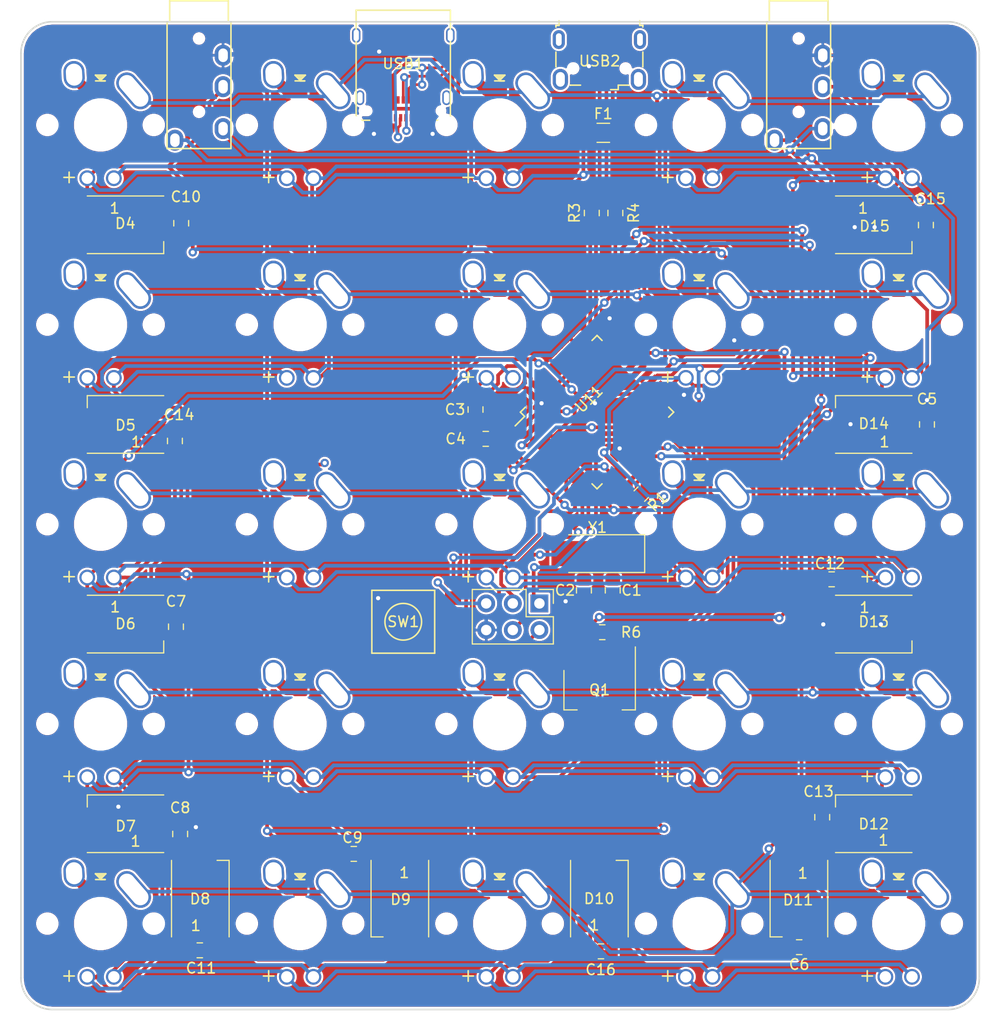
<source format=kicad_pcb>
(kicad_pcb (version 20171130) (host pcbnew "(5.0.0)")
  (layers (0 F.Cu signal) (31 B.Cu signal) (34 B.Paste user hide) (35 F.Paste user hide) (36 B.SilkS user) (37 F.SilkS user) (38 B.Mask user) (39 F.Mask user) (44 Edge.Cuts user))
  (net 0 "")
  (net 1 UVCC)
  (net 2 D-)
  (net 3 D+)
  (net 4 GND)
  (net 5 "Net-(C4-Pad2)")
  (net 6 SCK)
  (net 7 MOSI)
  (net 8 MSIO)
  (net 9 "Net-(C2-Pad2)")
  (net 10 "Net-(C1-Pad1)")
  (net 11 A0)
  (net 12 A1)
  (net 13 A2)
  (net 14 A3)
  (net 15 A4)
  (net 16 A5)
  (net 17 "Net-(C3-Pad2)")
  (net 18 "Net-(D4-Pad2)")
  (net 19 "Net-(D12-Pad2)")
  (net 20 "Net-(D11-Pad2)")
  (net 21 "Net-(D10-Pad2)")
  (net 22 "Net-(D5-Pad2)")
  (net 23 "Net-(D14-Pad2)")
  (net 24 "Net-(D15-Pad2)")
  (net 25 "Net-(D13-Pad2)")
  (net 26 "Net-(Q1-Pad1)")
  (net 27 LEDGnd)
  (net 28 "Net-(D10-Pad4)")
  (net 29 Backlight)
  (net 30 Row4)
  (net 31 Row3)
  (net 32 Row1)
  (net 33 Row0)
  (net 34 Col0)
  (net 35 LedStrip)
  (net 36 Col4)
  (net 37 Col3)
  (net 38 Col2)
  (net 39 Row2)
  (net 40 Col1)
  (net 41 "Net-(R4-Pad1)")
  (net 42 "Net-(R3-Pad1)")
  (net 43 "Net-(USB1-PadA2)")
  (net 44 "Net-(USB1-PadA3)")
  (net 45 "Net-(USB1-PadA11)")
  (net 46 "Net-(USB1-PadA10)")
  (net 47 "Net-(USB1-PadA5)")
  (net 48 "Net-(USB1-PadA8)")
  (net 49 "Net-(USB1-PadB3)")
  (net 50 "Net-(USB1-PadB2)")
  (net 51 "Net-(USB1-PadB5)")
  (net 52 "Net-(USB1-PadB11)")
  (net 53 "Net-(USB1-PadB10)")
  (net 54 "Net-(USB1-PadB8)")
  (net 55 "Net-(USB1-PadS4)")
  (net 56 "Net-(USB1-PadS3)")
  (net 57 "Net-(USB1-PadS2)")
  (net 58 "Net-(USB1-PadS1)")
  (net 59 SCL)
  (net 60 SDA)
  (net 61 "Net-(D8-Pad2)")
  (net 62 "Net-(D7-Pad2)")
  (net 63 "Net-(D6-Pad2)")
  (net 64 "Net-(USB2-Pad5)")
  (net 65 RST)
  (net 66 "Net-(F1-Pad2)")
  (net 67 "Net-(U11-Pad22)")
  (net 68 "Net-(U11-Pad8)")
  (module CMX:HybridMatiasCMX (layer B.Cu) (at 60.7 62.95 180)
    (fp_text reference U14 hide)
    (fp_text value MXDiode)
    (fp_line (start 1.25 3.25) (end 0.25 3.25) (layer F.Cu) (width 1))
    (fp_line (start 1.25 3.25) (end 2.5 4.5) (layer F.Cu) (width 1))
    (pad "" np_thru_hole circle (at 0 0 180) (size 4.0894 4.0894) (drill 4.0894) (layers *.Cu *.Mask) (clearance 0.5))
    (pad "" np_thru_hole circle (at -5.08 0 180) (size 1.7526 1.7526) (drill 1.7526) (layers *.Cu *.Mask) (clearance 0.2))
    (pad "" np_thru_hole circle (at 5.08 0 180) (size 1.7526 1.7526) (drill 1.7526) (layers *.Cu *.Mask) (clearance 0.2))
    (pad 3 thru_hole circle (at -1.27 -5.08 180) (size 1.5 1.5) (drill 1.0922) (layers *.Cu *.Mask) (net 27 LEDGnd))
    (pad 4 thru_hole circle (at 1.27 -5.08 180) (size 1.5 1.5) (drill 1.0922) (layers *.Cu *.Mask) (net 1 UVCC))
    (pad 1 thru_hole oval (at -3.15976 3.25628 131) (size 4 2) (drill oval 3.5 1.5494) (layers *.Cu *.Mask) (net 39 Row2))
    (pad 2 thru_hole oval (at 2.5273 4.80314 93) (size 2.6 2) (drill oval 2.1 1.5494) (layers *.Cu *.Mask))
    (pad 5 smd roundrect (at 0 5.7 270) (size 1.3 1.4) (layers F.Cu F.Mask) (roundrect_rratio 0.15) (net 38 Col2))
    (pad 2 smd roundrect (at 0 3.3 270) (size 1.3 1.4) (layers F.Cu F.Mask) (roundrect_rratio 0.15))
  )
  (module CMX:HybridMatiasCMX (layer B.Cu) (at 41.65 62.95 180)
    (fp_text reference U15 hide)
    (fp_text value MXDiode)
    (fp_line (start 1.25 3.25) (end 0.25 3.25) (layer F.Cu) (width 1))
    (fp_line (start 1.25 3.25) (end 2.5 4.5) (layer F.Cu) (width 1))
    (pad "" np_thru_hole circle (at 0 0 180) (size 4.0894 4.0894) (drill 4.0894) (layers *.Cu *.Mask) (clearance 0.5))
    (pad "" np_thru_hole circle (at -5.08 0 180) (size 1.7526 1.7526) (drill 1.7526) (layers *.Cu *.Mask) (clearance 0.2))
    (pad "" np_thru_hole circle (at 5.08 0 180) (size 1.7526 1.7526) (drill 1.7526) (layers *.Cu *.Mask) (clearance 0.2))
    (pad 3 thru_hole circle (at -1.27 -5.08 180) (size 1.5 1.5) (drill 1.0922) (layers *.Cu *.Mask) (net 27 LEDGnd))
    (pad 4 thru_hole circle (at 1.27 -5.08 180) (size 1.5 1.5) (drill 1.0922) (layers *.Cu *.Mask) (net 1 UVCC))
    (pad 1 thru_hole oval (at -3.15976 3.25628 131) (size 4 2) (drill oval 3.5 1.5494) (layers *.Cu *.Mask) (net 39 Row2))
    (pad 2 thru_hole oval (at 2.5273 4.80314 93) (size 2.6 2) (drill oval 2.1 1.5494) (layers *.Cu *.Mask))
    (pad 5 smd roundrect (at 0 5.7 270) (size 1.3 1.4) (layers F.Cu F.Mask) (roundrect_rratio 0.15) (net 37 Col3))
    (pad 2 smd roundrect (at 0 3.3 270) (size 1.3 1.4) (layers F.Cu F.Mask) (roundrect_rratio 0.15))
  )
  (module CMX:HybridMatiasCMX (layer B.Cu) (at 22.6 43.9 180)
    (fp_text reference U10 hide)
    (fp_text value MXDiode)
    (fp_line (start 1.25 3.25) (end 0.25 3.25) (layer F.Cu) (width 1))
    (fp_line (start 1.25 3.25) (end 2.5 4.5) (layer F.Cu) (width 1))
    (pad "" np_thru_hole circle (at 0 0 180) (size 4.0894 4.0894) (drill 4.0894) (layers *.Cu *.Mask) (clearance 0.5))
    (pad "" np_thru_hole circle (at -5.08 0 180) (size 1.7526 1.7526) (drill 1.7526) (layers *.Cu *.Mask) (clearance 0.2))
    (pad "" np_thru_hole circle (at 5.08 0 180) (size 1.7526 1.7526) (drill 1.7526) (layers *.Cu *.Mask) (clearance 0.2))
    (pad 3 thru_hole circle (at -1.27 -5.08 180) (size 1.5 1.5) (drill 1.0922) (layers *.Cu *.Mask) (net 27 LEDGnd))
    (pad 4 thru_hole circle (at 1.27 -5.08 180) (size 1.5 1.5) (drill 1.0922) (layers *.Cu *.Mask) (net 1 UVCC))
    (pad 1 thru_hole oval (at -3.15976 3.25628 131) (size 4 2) (drill oval 3.5 1.5494) (layers *.Cu *.Mask) (net 32 Row1))
    (pad 2 thru_hole oval (at 2.5273 4.80314 93) (size 2.6 2) (drill oval 2.1 1.5494) (layers *.Cu *.Mask))
    (pad 5 smd roundrect (at 0 5.7 270) (size 1.3 1.4) (layers F.Cu F.Mask) (roundrect_rratio 0.15) (net 36 Col4))
    (pad 2 smd roundrect (at 0 3.3 270) (size 1.3 1.4) (layers F.Cu F.Mask) (roundrect_rratio 0.15))
  )
  (module CMX:HybridMatiasCMX (layer B.Cu) (at 79.75 43.9 180)
    (fp_text reference U7 hide)
    (fp_text value MXDiode)
    (fp_line (start 1.25 3.25) (end 0.25 3.25) (layer F.Cu) (width 1))
    (fp_line (start 1.25 3.25) (end 2.5 4.5) (layer F.Cu) (width 1))
    (pad "" np_thru_hole circle (at 0 0 180) (size 4.0894 4.0894) (drill 4.0894) (layers *.Cu *.Mask) (clearance 0.5))
    (pad "" np_thru_hole circle (at -5.08 0 180) (size 1.7526 1.7526) (drill 1.7526) (layers *.Cu *.Mask) (clearance 0.2))
    (pad "" np_thru_hole circle (at 5.08 0 180) (size 1.7526 1.7526) (drill 1.7526) (layers *.Cu *.Mask) (clearance 0.2))
    (pad 3 thru_hole circle (at -1.27 -5.08 180) (size 1.5 1.5) (drill 1.0922) (layers *.Cu *.Mask) (net 27 LEDGnd))
    (pad 4 thru_hole circle (at 1.27 -5.08 180) (size 1.5 1.5) (drill 1.0922) (layers *.Cu *.Mask) (net 1 UVCC))
    (pad 1 thru_hole oval (at -3.15976 3.25628 131) (size 4 2) (drill oval 3.5 1.5494) (layers *.Cu *.Mask) (net 32 Row1))
    (pad 2 thru_hole oval (at 2.5273 4.80314 93) (size 2.6 2) (drill oval 2.1 1.5494) (layers *.Cu *.Mask))
    (pad 5 smd roundrect (at 0 5.7 270) (size 1.3 1.4) (layers F.Cu F.Mask) (roundrect_rratio 0.15) (net 40 Col1))
    (pad 2 smd roundrect (at 0 3.3 270) (size 1.3 1.4) (layers F.Cu F.Mask) (roundrect_rratio 0.15))
  )
  (module CMX:HybridMatiasCMX (layer B.Cu) (at 60.7 24.85 180)
    (fp_text reference U3 hide)
    (fp_text value MXDiode)
    (fp_line (start 1.25 3.25) (end 0.25 3.25) (layer F.Cu) (width 1))
    (fp_line (start 1.25 3.25) (end 2.5 4.5) (layer F.Cu) (width 1))
    (pad "" np_thru_hole circle (at 0 0 180) (size 4.0894 4.0894) (drill 4.0894) (layers *.Cu *.Mask) (clearance 0.5))
    (pad "" np_thru_hole circle (at -5.08 0 180) (size 1.7526 1.7526) (drill 1.7526) (layers *.Cu *.Mask) (clearance 0.2))
    (pad "" np_thru_hole circle (at 5.08 0 180) (size 1.7526 1.7526) (drill 1.7526) (layers *.Cu *.Mask) (clearance 0.2))
    (pad 3 thru_hole circle (at -1.27 -5.08 180) (size 1.5 1.5) (drill 1.0922) (layers *.Cu *.Mask) (net 27 LEDGnd))
    (pad 4 thru_hole circle (at 1.27 -5.08 180) (size 1.5 1.5) (drill 1.0922) (layers *.Cu *.Mask) (net 1 UVCC))
    (pad 1 thru_hole oval (at -3.15976 3.25628 131) (size 4 2) (drill oval 3.5 1.5494) (layers *.Cu *.Mask) (net 33 Row0))
    (pad 2 thru_hole oval (at 2.5273 4.80314 93) (size 2.6 2) (drill oval 2.1 1.5494) (layers *.Cu *.Mask))
    (pad 5 smd roundrect (at 0 5.7 270) (size 1.3 1.4) (layers F.Cu F.Mask) (roundrect_rratio 0.15) (net 38 Col2))
    (pad 2 smd roundrect (at 0 3.3 270) (size 1.3 1.4) (layers F.Cu F.Mask) (roundrect_rratio 0.15))
  )
  (module CMX:HybridMatiasCMX (layer B.Cu) (at 41.65 24.85 180)
    (fp_text reference U4 hide)
    (fp_text value MXDiode)
    (fp_line (start 1.25 3.25) (end 0.25 3.25) (layer F.Cu) (width 1))
    (fp_line (start 1.25 3.25) (end 2.5 4.5) (layer F.Cu) (width 1))
    (pad "" np_thru_hole circle (at 0 0 180) (size 4.0894 4.0894) (drill 4.0894) (layers *.Cu *.Mask) (clearance 0.5))
    (pad "" np_thru_hole circle (at -5.08 0 180) (size 1.7526 1.7526) (drill 1.7526) (layers *.Cu *.Mask) (clearance 0.2))
    (pad "" np_thru_hole circle (at 5.08 0 180) (size 1.7526 1.7526) (drill 1.7526) (layers *.Cu *.Mask) (clearance 0.2))
    (pad 3 thru_hole circle (at -1.27 -5.08 180) (size 1.5 1.5) (drill 1.0922) (layers *.Cu *.Mask) (net 27 LEDGnd))
    (pad 4 thru_hole circle (at 1.27 -5.08 180) (size 1.5 1.5) (drill 1.0922) (layers *.Cu *.Mask) (net 1 UVCC))
    (pad 1 thru_hole oval (at -3.15976 3.25628 131) (size 4 2) (drill oval 3.5 1.5494) (layers *.Cu *.Mask) (net 33 Row0))
    (pad 2 thru_hole oval (at 2.5273 4.80314 93) (size 2.6 2) (drill oval 2.1 1.5494) (layers *.Cu *.Mask))
    (pad 5 smd roundrect (at 0 5.7 270) (size 1.3 1.4) (layers F.Cu F.Mask) (roundrect_rratio 0.15) (net 37 Col3))
    (pad 2 smd roundrect (at 0 3.3 270) (size 1.3 1.4) (layers F.Cu F.Mask) (roundrect_rratio 0.15))
  )
  (module CMX:HybridMatiasCMX (layer B.Cu) (at 22.6 24.85 180)
    (fp_text reference U5 hide)
    (fp_text value MXDiode)
    (fp_line (start 1.25 3.25) (end 0.25 3.25) (layer F.Cu) (width 1))
    (fp_line (start 1.25 3.25) (end 2.5 4.5) (layer F.Cu) (width 1))
    (pad "" np_thru_hole circle (at 0 0 180) (size 4.0894 4.0894) (drill 4.0894) (layers *.Cu *.Mask) (clearance 0.5))
    (pad "" np_thru_hole circle (at -5.08 0 180) (size 1.7526 1.7526) (drill 1.7526) (layers *.Cu *.Mask) (clearance 0.2))
    (pad "" np_thru_hole circle (at 5.08 0 180) (size 1.7526 1.7526) (drill 1.7526) (layers *.Cu *.Mask) (clearance 0.2))
    (pad 3 thru_hole circle (at -1.27 -5.08 180) (size 1.5 1.5) (drill 1.0922) (layers *.Cu *.Mask) (net 27 LEDGnd))
    (pad 4 thru_hole circle (at 1.27 -5.08 180) (size 1.5 1.5) (drill 1.0922) (layers *.Cu *.Mask) (net 1 UVCC))
    (pad 1 thru_hole oval (at -3.15976 3.25628 131) (size 4 2) (drill oval 3.5 1.5494) (layers *.Cu *.Mask) (net 33 Row0))
    (pad 2 thru_hole oval (at 2.5273 4.80314 93) (size 2.6 2) (drill oval 2.1 1.5494) (layers *.Cu *.Mask))
    (pad 5 smd roundrect (at 0 5.7 270) (size 1.3 1.4) (layers F.Cu F.Mask) (roundrect_rratio 0.15) (net 36 Col4))
    (pad 2 smd roundrect (at 0 3.3 270) (size 1.3 1.4) (layers F.Cu F.Mask) (roundrect_rratio 0.15))
  )
  (module CMX:HybridMatiasCMX (layer B.Cu) (at 98.8 43.9 180)
    (fp_text reference U6 hide)
    (fp_text value MXDiode)
    (fp_line (start 1.25 3.25) (end 0.25 3.25) (layer F.Cu) (width 1))
    (fp_line (start 1.25 3.25) (end 2.5 4.5) (layer F.Cu) (width 1))
    (pad "" np_thru_hole circle (at 0 0 180) (size 4.0894 4.0894) (drill 4.0894) (layers *.Cu *.Mask) (clearance 0.5))
    (pad "" np_thru_hole circle (at -5.08 0 180) (size 1.7526 1.7526) (drill 1.7526) (layers *.Cu *.Mask) (clearance 0.2))
    (pad "" np_thru_hole circle (at 5.08 0 180) (size 1.7526 1.7526) (drill 1.7526) (layers *.Cu *.Mask) (clearance 0.2))
    (pad 3 thru_hole circle (at -1.27 -5.08 180) (size 1.5 1.5) (drill 1.0922) (layers *.Cu *.Mask) (net 27 LEDGnd))
    (pad 4 thru_hole circle (at 1.27 -5.08 180) (size 1.5 1.5) (drill 1.0922) (layers *.Cu *.Mask) (net 1 UVCC))
    (pad 1 thru_hole oval (at -3.15976 3.25628 131) (size 4 2) (drill oval 3.5 1.5494) (layers *.Cu *.Mask) (net 32 Row1))
    (pad 2 thru_hole oval (at 2.5273 4.80314 93) (size 2.6 2) (drill oval 2.1 1.5494) (layers *.Cu *.Mask))
    (pad 5 smd roundrect (at 0 5.7 270) (size 1.3 1.4) (layers F.Cu F.Mask) (roundrect_rratio 0.15) (net 34 Col0))
    (pad 2 smd roundrect (at 0 3.3 270) (size 1.3 1.4) (layers F.Cu F.Mask) (roundrect_rratio 0.15))
  )
  (module CMX:HybridMatiasCMX (layer B.Cu) (at 60.7 43.9 180)
    (fp_text reference U8 hide)
    (fp_text value MXDiode)
    (fp_line (start 1.25 3.25) (end 0.25 3.25) (layer F.Cu) (width 1))
    (fp_line (start 1.25 3.25) (end 2.5 4.5) (layer F.Cu) (width 1))
    (pad "" np_thru_hole circle (at 0 0 180) (size 4.0894 4.0894) (drill 4.0894) (layers *.Cu *.Mask) (clearance 0.5))
    (pad "" np_thru_hole circle (at -5.08 0 180) (size 1.7526 1.7526) (drill 1.7526) (layers *.Cu *.Mask) (clearance 0.2))
    (pad "" np_thru_hole circle (at 5.08 0 180) (size 1.7526 1.7526) (drill 1.7526) (layers *.Cu *.Mask) (clearance 0.2))
    (pad 3 thru_hole circle (at -1.27 -5.08 180) (size 1.5 1.5) (drill 1.0922) (layers *.Cu *.Mask) (net 27 LEDGnd))
    (pad 4 thru_hole circle (at 1.27 -5.08 180) (size 1.5 1.5) (drill 1.0922) (layers *.Cu *.Mask) (net 1 UVCC))
    (pad 1 thru_hole oval (at -3.15976 3.25628 131) (size 4 2) (drill oval 3.5 1.5494) (layers *.Cu *.Mask) (net 32 Row1))
    (pad 2 thru_hole oval (at 2.5273 4.80314 93) (size 2.6 2) (drill oval 2.1 1.5494) (layers *.Cu *.Mask))
    (pad 5 smd roundrect (at 0 5.7 270) (size 1.3 1.4) (layers F.Cu F.Mask) (roundrect_rratio 0.15) (net 38 Col2))
    (pad 2 smd roundrect (at 0 3.3 270) (size 1.3 1.4) (layers F.Cu F.Mask) (roundrect_rratio 0.15))
  )
  (module CMX:HybridMatiasCMX (layer B.Cu) (at 41.65 43.9 180)
    (fp_text reference U9 hide)
    (fp_text value MXDiode)
    (fp_line (start 1.25 3.25) (end 0.25 3.25) (layer F.Cu) (width 1))
    (fp_line (start 1.25 3.25) (end 2.5 4.5) (layer F.Cu) (width 1))
    (pad "" np_thru_hole circle (at 0 0 180) (size 4.0894 4.0894) (drill 4.0894) (layers *.Cu *.Mask) (clearance 0.5))
    (pad "" np_thru_hole circle (at -5.08 0 180) (size 1.7526 1.7526) (drill 1.7526) (layers *.Cu *.Mask) (clearance 0.2))
    (pad "" np_thru_hole circle (at 5.08 0 180) (size 1.7526 1.7526) (drill 1.7526) (layers *.Cu *.Mask) (clearance 0.2))
    (pad 3 thru_hole circle (at -1.27 -5.08 180) (size 1.5 1.5) (drill 1.0922) (layers *.Cu *.Mask) (net 27 LEDGnd))
    (pad 4 thru_hole circle (at 1.27 -5.08 180) (size 1.5 1.5) (drill 1.0922) (layers *.Cu *.Mask) (net 1 UVCC))
    (pad 1 thru_hole oval (at -3.15976 3.25628 131) (size 4 2) (drill oval 3.5 1.5494) (layers *.Cu *.Mask) (net 32 Row1))
    (pad 2 thru_hole oval (at 2.5273 4.80314 93) (size 2.6 2) (drill oval 2.1 1.5494) (layers *.Cu *.Mask))
    (pad 5 smd roundrect (at 0 5.7 270) (size 1.3 1.4) (layers F.Cu F.Mask) (roundrect_rratio 0.15) (net 37 Col3))
    (pad 2 smd roundrect (at 0 3.3 270) (size 1.3 1.4) (layers F.Cu F.Mask) (roundrect_rratio 0.15))
  )
  (module CMX:HybridMatiasCMX (layer B.Cu) (at 98.8 24.85 180)
    (fp_text reference U1 hide)
    (fp_text value MXDiode)
    (fp_line (start 1.25 3.25) (end 0.25 3.25) (layer F.Cu) (width 1))
    (fp_line (start 1.25 3.25) (end 2.5 4.5) (layer F.Cu) (width 1))
    (pad "" np_thru_hole circle (at 0 0 180) (size 4.0894 4.0894) (drill 4.0894) (layers *.Cu *.Mask) (clearance 0.5))
    (pad "" np_thru_hole circle (at -5.08 0 180) (size 1.7526 1.7526) (drill 1.7526) (layers *.Cu *.Mask) (clearance 0.2))
    (pad "" np_thru_hole circle (at 5.08 0 180) (size 1.7526 1.7526) (drill 1.7526) (layers *.Cu *.Mask) (clearance 0.2))
    (pad 3 thru_hole circle (at -1.27 -5.08 180) (size 1.5 1.5) (drill 1.0922) (layers *.Cu *.Mask) (net 27 LEDGnd))
    (pad 4 thru_hole circle (at 1.27 -5.08 180) (size 1.5 1.5) (drill 1.0922) (layers *.Cu *.Mask) (net 1 UVCC))
    (pad 1 thru_hole oval (at -3.15976 3.25628 131) (size 4 2) (drill oval 3.5 1.5494) (layers *.Cu *.Mask) (net 33 Row0))
    (pad 2 thru_hole oval (at 2.5273 4.80314 93) (size 2.6 2) (drill oval 2.1 1.5494) (layers *.Cu *.Mask))
    (pad 5 smd roundrect (at 0 5.7 270) (size 1.3 1.4) (layers F.Cu F.Mask) (roundrect_rratio 0.15) (net 34 Col0))
    (pad 2 smd roundrect (at 0 3.3 270) (size 1.3 1.4) (layers F.Cu F.Mask) (roundrect_rratio 0.15))
  )
  (module CMX:HybridMatiasCMX (layer B.Cu) (at 98.8 62.95 180)
    (fp_text reference U12 hide)
    (fp_text value MXDiode)
    (fp_line (start 1.25 3.25) (end 0.25 3.25) (layer F.Cu) (width 1))
    (fp_line (start 1.25 3.25) (end 2.5 4.5) (layer F.Cu) (width 1))
    (pad "" np_thru_hole circle (at 0 0 180) (size 4.0894 4.0894) (drill 4.0894) (layers *.Cu *.Mask) (clearance 0.5))
    (pad "" np_thru_hole circle (at -5.08 0 180) (size 1.7526 1.7526) (drill 1.7526) (layers *.Cu *.Mask) (clearance 0.2))
    (pad "" np_thru_hole circle (at 5.08 0 180) (size 1.7526 1.7526) (drill 1.7526) (layers *.Cu *.Mask) (clearance 0.2))
    (pad 3 thru_hole circle (at -1.27 -5.08 180) (size 1.5 1.5) (drill 1.0922) (layers *.Cu *.Mask) (net 27 LEDGnd))
    (pad 4 thru_hole circle (at 1.27 -5.08 180) (size 1.5 1.5) (drill 1.0922) (layers *.Cu *.Mask) (net 1 UVCC))
    (pad 1 thru_hole oval (at -3.15976 3.25628 131) (size 4 2) (drill oval 3.5 1.5494) (layers *.Cu *.Mask) (net 39 Row2))
    (pad 2 thru_hole oval (at 2.5273 4.80314 93) (size 2.6 2) (drill oval 2.1 1.5494) (layers *.Cu *.Mask))
    (pad 5 smd roundrect (at 0 5.7 270) (size 1.3 1.4) (layers F.Cu F.Mask) (roundrect_rratio 0.15) (net 34 Col0))
    (pad 2 smd roundrect (at 0 3.3 270) (size 1.3 1.4) (layers F.Cu F.Mask) (roundrect_rratio 0.15))
  )
  (module CMX:HybridMatiasCMX (layer B.Cu) (at 79.75 62.95 180)
    (fp_text reference U13 hide)
    (fp_text value MXDiode)
    (fp_line (start 1.25 3.25) (end 0.25 3.25) (layer F.Cu) (width 1))
    (fp_line (start 1.25 3.25) (end 2.5 4.5) (layer F.Cu) (width 1))
    (pad "" np_thru_hole circle (at 0 0 180) (size 4.0894 4.0894) (drill 4.0894) (layers *.Cu *.Mask) (clearance 0.5))
    (pad "" np_thru_hole circle (at -5.08 0 180) (size 1.7526 1.7526) (drill 1.7526) (layers *.Cu *.Mask) (clearance 0.2))
    (pad "" np_thru_hole circle (at 5.08 0 180) (size 1.7526 1.7526) (drill 1.7526) (layers *.Cu *.Mask) (clearance 0.2))
    (pad 3 thru_hole circle (at -1.27 -5.08 180) (size 1.5 1.5) (drill 1.0922) (layers *.Cu *.Mask) (net 27 LEDGnd))
    (pad 4 thru_hole circle (at 1.27 -5.08 180) (size 1.5 1.5) (drill 1.0922) (layers *.Cu *.Mask) (net 1 UVCC))
    (pad 1 thru_hole oval (at -3.15976 3.25628 131) (size 4 2) (drill oval 3.5 1.5494) (layers *.Cu *.Mask) (net 39 Row2))
    (pad 2 thru_hole oval (at 2.5273 4.80314 93) (size 2.6 2) (drill oval 2.1 1.5494) (layers *.Cu *.Mask))
    (pad 5 smd roundrect (at 0 5.7 270) (size 1.3 1.4) (layers F.Cu F.Mask) (roundrect_rratio 0.15) (net 40 Col1))
    (pad 2 smd roundrect (at 0 3.3 270) (size 1.3 1.4) (layers F.Cu F.Mask) (roundrect_rratio 0.15))
  )
  (module CMX:HybridMatiasCMX (layer B.Cu) (at 79.75 24.85 180)
    (fp_text reference U2 hide)
    (fp_text value MXDiode)
    (fp_line (start 1.25 3.25) (end 0.25 3.25) (layer F.Cu) (width 1))
    (fp_line (start 1.25 3.25) (end 2.5 4.5) (layer F.Cu) (width 1))
    (pad "" np_thru_hole circle (at 0 0 180) (size 4.0894 4.0894) (drill 4.0894) (layers *.Cu *.Mask) (clearance 0.5))
    (pad "" np_thru_hole circle (at -5.08 0 180) (size 1.7526 1.7526) (drill 1.7526) (layers *.Cu *.Mask) (clearance 0.2))
    (pad "" np_thru_hole circle (at 5.08 0 180) (size 1.7526 1.7526) (drill 1.7526) (layers *.Cu *.Mask) (clearance 0.2))
    (pad 3 thru_hole circle (at -1.27 -5.08 180) (size 1.5 1.5) (drill 1.0922) (layers *.Cu *.Mask) (net 27 LEDGnd))
    (pad 4 thru_hole circle (at 1.27 -5.08 180) (size 1.5 1.5) (drill 1.0922) (layers *.Cu *.Mask) (net 1 UVCC))
    (pad 1 thru_hole oval (at -3.15976 3.25628 131) (size 4 2) (drill oval 3.5 1.5494) (layers *.Cu *.Mask) (net 33 Row0))
    (pad 2 thru_hole oval (at 2.5273 4.80314 93) (size 2.6 2) (drill oval 2.1 1.5494) (layers *.Cu *.Mask))
    (pad 5 smd roundrect (at 0 5.7 270) (size 1.3 1.4) (layers F.Cu F.Mask) (roundrect_rratio 0.15) (net 40 Col1))
    (pad 2 smd roundrect (at 0 3.3 270) (size 1.3 1.4) (layers F.Cu F.Mask) (roundrect_rratio 0.15))
  )
  (module CMX:HybridMatiasCMX (layer B.Cu) (at 22.6 62.95 180)
    (fp_text reference U16 hide)
    (fp_text value MXDiode)
    (fp_line (start 1.25 3.25) (end 0.25 3.25) (layer F.Cu) (width 1))
    (fp_line (start 1.25 3.25) (end 2.5 4.5) (layer F.Cu) (width 1))
    (pad "" np_thru_hole circle (at 0 0 180) (size 4.0894 4.0894) (drill 4.0894) (layers *.Cu *.Mask) (clearance 0.5))
    (pad "" np_thru_hole circle (at -5.08 0 180) (size 1.7526 1.7526) (drill 1.7526) (layers *.Cu *.Mask) (clearance 0.2))
    (pad "" np_thru_hole circle (at 5.08 0 180) (size 1.7526 1.7526) (drill 1.7526) (layers *.Cu *.Mask) (clearance 0.2))
    (pad 3 thru_hole circle (at -1.27 -5.08 180) (size 1.5 1.5) (drill 1.0922) (layers *.Cu *.Mask) (net 27 LEDGnd))
    (pad 4 thru_hole circle (at 1.27 -5.08 180) (size 1.5 1.5) (drill 1.0922) (layers *.Cu *.Mask) (net 1 UVCC))
    (pad 1 thru_hole oval (at -3.15976 3.25628 131) (size 4 2) (drill oval 3.5 1.5494) (layers *.Cu *.Mask) (net 39 Row2))
    (pad 2 thru_hole oval (at 2.5273 4.80314 93) (size 2.6 2) (drill oval 2.1 1.5494) (layers *.Cu *.Mask))
    (pad 5 smd roundrect (at 0 5.7 270) (size 1.3 1.4) (layers F.Cu F.Mask) (roundrect_rratio 0.15) (net 36 Col4))
    (pad 2 smd roundrect (at 0 3.3 270) (size 1.3 1.4) (layers F.Cu F.Mask) (roundrect_rratio 0.15))
  )
  (module CMX:HybridMatiasCMX (layer B.Cu) (at 98.8 82 180)
    (fp_text reference U17 hide)
    (fp_text value MXDiode)
    (fp_line (start 1.25 3.25) (end 0.25 3.25) (layer F.Cu) (width 1))
    (fp_line (start 1.25 3.25) (end 2.5 4.5) (layer F.Cu) (width 1))
    (pad "" np_thru_hole circle (at 0 0 180) (size 4.0894 4.0894) (drill 4.0894) (layers *.Cu *.Mask) (clearance 0.5))
    (pad "" np_thru_hole circle (at -5.08 0 180) (size 1.7526 1.7526) (drill 1.7526) (layers *.Cu *.Mask) (clearance 0.2))
    (pad "" np_thru_hole circle (at 5.08 0 180) (size 1.7526 1.7526) (drill 1.7526) (layers *.Cu *.Mask) (clearance 0.2))
    (pad 3 thru_hole circle (at -1.27 -5.08 180) (size 1.5 1.5) (drill 1.0922) (layers *.Cu *.Mask) (net 27 LEDGnd))
    (pad 4 thru_hole circle (at 1.27 -5.08 180) (size 1.5 1.5) (drill 1.0922) (layers *.Cu *.Mask) (net 1 UVCC))
    (pad 1 thru_hole oval (at -3.15976 3.25628 131) (size 4 2) (drill oval 3.5 1.5494) (layers *.Cu *.Mask) (net 31 Row3))
    (pad 2 thru_hole oval (at 2.5273 4.80314 93) (size 2.6 2) (drill oval 2.1 1.5494) (layers *.Cu *.Mask))
    (pad 5 smd roundrect (at 0 5.7 270) (size 1.3 1.4) (layers F.Cu F.Mask) (roundrect_rratio 0.15) (net 34 Col0))
    (pad 2 smd roundrect (at 0 3.3 270) (size 1.3 1.4) (layers F.Cu F.Mask) (roundrect_rratio 0.15))
  )
  (module CMX:HybridMatiasCMX (layer B.Cu) (at 79.75 82 180)
    (fp_text reference U18 hide)
    (fp_text value MXDiode)
    (fp_line (start 1.25 3.25) (end 0.25 3.25) (layer F.Cu) (width 1))
    (fp_line (start 1.25 3.25) (end 2.5 4.5) (layer F.Cu) (width 1))
    (pad "" np_thru_hole circle (at 0 0 180) (size 4.0894 4.0894) (drill 4.0894) (layers *.Cu *.Mask) (clearance 0.5))
    (pad "" np_thru_hole circle (at -5.08 0 180) (size 1.7526 1.7526) (drill 1.7526) (layers *.Cu *.Mask) (clearance 0.2))
    (pad "" np_thru_hole circle (at 5.08 0 180) (size 1.7526 1.7526) (drill 1.7526) (layers *.Cu *.Mask) (clearance 0.2))
    (pad 3 thru_hole circle (at -1.27 -5.08 180) (size 1.5 1.5) (drill 1.0922) (layers *.Cu *.Mask) (net 27 LEDGnd))
    (pad 4 thru_hole circle (at 1.27 -5.08 180) (size 1.5 1.5) (drill 1.0922) (layers *.Cu *.Mask) (net 1 UVCC))
    (pad 1 thru_hole oval (at -3.15976 3.25628 131) (size 4 2) (drill oval 3.5 1.5494) (layers *.Cu *.Mask) (net 31 Row3))
    (pad 2 thru_hole oval (at 2.5273 4.80314 93) (size 2.6 2) (drill oval 2.1 1.5494) (layers *.Cu *.Mask))
    (pad 5 smd roundrect (at 0 5.7 270) (size 1.3 1.4) (layers F.Cu F.Mask) (roundrect_rratio 0.15) (net 40 Col1))
    (pad 2 smd roundrect (at 0 3.3 270) (size 1.3 1.4) (layers F.Cu F.Mask) (roundrect_rratio 0.15))
  )
  (module CMX:HybridMatiasCMX (layer B.Cu) (at 60.7 82 180)
    (fp_text reference U19 hide)
    (fp_text value MXDiode)
    (fp_line (start 1.25 3.25) (end 0.25 3.25) (layer F.Cu) (width 1))
    (fp_line (start 1.25 3.25) (end 2.5 4.5) (layer F.Cu) (width 1))
    (pad "" np_thru_hole circle (at 0 0 180) (size 4.0894 4.0894) (drill 4.0894) (layers *.Cu *.Mask) (clearance 0.5))
    (pad "" np_thru_hole circle (at -5.08 0 180) (size 1.7526 1.7526) (drill 1.7526) (layers *.Cu *.Mask) (clearance 0.2))
    (pad "" np_thru_hole circle (at 5.08 0 180) (size 1.7526 1.7526) (drill 1.7526) (layers *.Cu *.Mask) (clearance 0.2))
    (pad 3 thru_hole circle (at -1.27 -5.08 180) (size 1.5 1.5) (drill 1.0922) (layers *.Cu *.Mask) (net 27 LEDGnd))
    (pad 4 thru_hole circle (at 1.27 -5.08 180) (size 1.5 1.5) (drill 1.0922) (layers *.Cu *.Mask) (net 1 UVCC))
    (pad 1 thru_hole oval (at -3.15976 3.25628 131) (size 4 2) (drill oval 3.5 1.5494) (layers *.Cu *.Mask) (net 31 Row3))
    (pad 2 thru_hole oval (at 2.5273 4.80314 93) (size 2.6 2) (drill oval 2.1 1.5494) (layers *.Cu *.Mask))
    (pad 5 smd roundrect (at 0 5.7 270) (size 1.3 1.4) (layers F.Cu F.Mask) (roundrect_rratio 0.15) (net 38 Col2))
    (pad 2 smd roundrect (at 0 3.3 270) (size 1.3 1.4) (layers F.Cu F.Mask) (roundrect_rratio 0.15))
  )
  (module CMX:HybridMatiasCMX (layer B.Cu) (at 41.65 82 180)
    (fp_text reference U20 hide)
    (fp_text value MXDiode)
    (fp_line (start 1.25 3.25) (end 0.25 3.25) (layer F.Cu) (width 1))
    (fp_line (start 1.25 3.25) (end 2.5 4.5) (layer F.Cu) (width 1))
    (pad "" np_thru_hole circle (at 0 0 180) (size 4.0894 4.0894) (drill 4.0894) (layers *.Cu *.Mask) (clearance 0.5))
    (pad "" np_thru_hole circle (at -5.08 0 180) (size 1.7526 1.7526) (drill 1.7526) (layers *.Cu *.Mask) (clearance 0.2))
    (pad "" np_thru_hole circle (at 5.08 0 180) (size 1.7526 1.7526) (drill 1.7526) (layers *.Cu *.Mask) (clearance 0.2))
    (pad 3 thru_hole circle (at -1.27 -5.08 180) (size 1.5 1.5) (drill 1.0922) (layers *.Cu *.Mask) (net 27 LEDGnd))
    (pad 4 thru_hole circle (at 1.27 -5.08 180) (size 1.5 1.5) (drill 1.0922) (layers *.Cu *.Mask) (net 1 UVCC))
    (pad 1 thru_hole oval (at -3.15976 3.25628 131) (size 4 2) (drill oval 3.5 1.5494) (layers *.Cu *.Mask) (net 31 Row3))
    (pad 2 thru_hole oval (at 2.5273 4.80314 93) (size 2.6 2) (drill oval 2.1 1.5494) (layers *.Cu *.Mask))
    (pad 5 smd roundrect (at 0 5.7 270) (size 1.3 1.4) (layers F.Cu F.Mask) (roundrect_rratio 0.15) (net 37 Col3))
    (pad 2 smd roundrect (at 0 3.3 270) (size 1.3 1.4) (layers F.Cu F.Mask) (roundrect_rratio 0.15))
  )
  (module CMX:HybridMatiasCMX (layer B.Cu) (at 22.6 82 180)
    (fp_text reference U21 hide)
    (fp_text value MXDiode)
    (fp_line (start 1.25 3.25) (end 0.25 3.25) (layer F.Cu) (width 1))
    (fp_line (start 1.25 3.25) (end 2.5 4.5) (layer F.Cu) (width 1))
    (pad "" np_thru_hole circle (at 0 0 180) (size 4.0894 4.0894) (drill 4.0894) (layers *.Cu *.Mask) (clearance 0.5))
    (pad "" np_thru_hole circle (at -5.08 0 180) (size 1.7526 1.7526) (drill 1.7526) (layers *.Cu *.Mask) (clearance 0.2))
    (pad "" np_thru_hole circle (at 5.08 0 180) (size 1.7526 1.7526) (drill 1.7526) (layers *.Cu *.Mask) (clearance 0.2))
    (pad 3 thru_hole circle (at -1.27 -5.08 180) (size 1.5 1.5) (drill 1.0922) (layers *.Cu *.Mask) (net 27 LEDGnd))
    (pad 4 thru_hole circle (at 1.27 -5.08 180) (size 1.5 1.5) (drill 1.0922) (layers *.Cu *.Mask) (net 1 UVCC))
    (pad 1 thru_hole oval (at -3.15976 3.25628 131) (size 4 2) (drill oval 3.5 1.5494) (layers *.Cu *.Mask) (net 31 Row3))
    (pad 2 thru_hole oval (at 2.5273 4.80314 93) (size 2.6 2) (drill oval 2.1 1.5494) (layers *.Cu *.Mask))
    (pad 5 smd roundrect (at 0 5.7 270) (size 1.3 1.4) (layers F.Cu F.Mask) (roundrect_rratio 0.15) (net 36 Col4))
    (pad 2 smd roundrect (at 0 3.3 270) (size 1.3 1.4) (layers F.Cu F.Mask) (roundrect_rratio 0.15))
  )
  (module CMX:HybridMatiasCMX (layer B.Cu) (at 98.8 101.05 180)
    (fp_text reference U22 hide)
    (fp_text value MXDiode)
    (fp_line (start 1.25 3.25) (end 0.25 3.25) (layer F.Cu) (width 1))
    (fp_line (start 1.25 3.25) (end 2.5 4.5) (layer F.Cu) (width 1))
    (pad "" np_thru_hole circle (at 0 0 180) (size 4.0894 4.0894) (drill 4.0894) (layers *.Cu *.Mask) (clearance 0.5))
    (pad "" np_thru_hole circle (at -5.08 0 180) (size 1.7526 1.7526) (drill 1.7526) (layers *.Cu *.Mask) (clearance 0.2))
    (pad "" np_thru_hole circle (at 5.08 0 180) (size 1.7526 1.7526) (drill 1.7526) (layers *.Cu *.Mask) (clearance 0.2))
    (pad 3 thru_hole circle (at -1.27 -5.08 180) (size 1.5 1.5) (drill 1.0922) (layers *.Cu *.Mask) (net 27 LEDGnd))
    (pad 4 thru_hole circle (at 1.27 -5.08 180) (size 1.5 1.5) (drill 1.0922) (layers *.Cu *.Mask) (net 1 UVCC))
    (pad 1 thru_hole oval (at -3.15976 3.25628 131) (size 4 2) (drill oval 3.5 1.5494) (layers *.Cu *.Mask) (net 30 Row4))
    (pad 2 thru_hole oval (at 2.5273 4.80314 93) (size 2.6 2) (drill oval 2.1 1.5494) (layers *.Cu *.Mask))
    (pad 5 smd roundrect (at 0 5.7 270) (size 1.3 1.4) (layers F.Cu F.Mask) (roundrect_rratio 0.15) (net 34 Col0))
    (pad 2 smd roundrect (at 0 3.3 270) (size 1.3 1.4) (layers F.Cu F.Mask) (roundrect_rratio 0.15))
  )
  (module CMX:HybridMatiasCMX (layer B.Cu) (at 79.75 101.05 180)
    (fp_text reference U23 hide)
    (fp_text value MXDiode)
    (fp_line (start 1.25 3.25) (end 0.25 3.25) (layer F.Cu) (width 1))
    (fp_line (start 1.25 3.25) (end 2.5 4.5) (layer F.Cu) (width 1))
    (pad "" np_thru_hole circle (at 0 0 180) (size 4.0894 4.0894) (drill 4.0894) (layers *.Cu *.Mask) (clearance 0.5))
    (pad "" np_thru_hole circle (at -5.08 0 180) (size 1.7526 1.7526) (drill 1.7526) (layers *.Cu *.Mask) (clearance 0.2))
    (pad "" np_thru_hole circle (at 5.08 0 180) (size 1.7526 1.7526) (drill 1.7526) (layers *.Cu *.Mask) (clearance 0.2))
    (pad 3 thru_hole circle (at -1.27 -5.08 180) (size 1.5 1.5) (drill 1.0922) (layers *.Cu *.Mask) (net 27 LEDGnd))
    (pad 4 thru_hole circle (at 1.27 -5.08 180) (size 1.5 1.5) (drill 1.0922) (layers *.Cu *.Mask) (net 1 UVCC))
    (pad 1 thru_hole oval (at -3.15976 3.25628 131) (size 4 2) (drill oval 3.5 1.5494) (layers *.Cu *.Mask) (net 30 Row4))
    (pad 2 thru_hole oval (at 2.5273 4.80314 93) (size 2.6 2) (drill oval 2.1 1.5494) (layers *.Cu *.Mask))
    (pad 5 smd roundrect (at 0 5.7 270) (size 1.3 1.4) (layers F.Cu F.Mask) (roundrect_rratio 0.15) (net 40 Col1))
    (pad 2 smd roundrect (at 0 3.3 270) (size 1.3 1.4) (layers F.Cu F.Mask) (roundrect_rratio 0.15))
  )
  (module CMX:HybridMatiasCMX (layer B.Cu) (at 60.7 101.05 180)
    (fp_text reference U24 hide)
    (fp_text value MXDiode)
    (fp_line (start 1.25 3.25) (end 0.25 3.25) (layer F.Cu) (width 1))
    (fp_line (start 1.25 3.25) (end 2.5 4.5) (layer F.Cu) (width 1))
    (pad "" np_thru_hole circle (at 0 0 180) (size 4.0894 4.0894) (drill 4.0894) (layers *.Cu *.Mask) (clearance 0.5))
    (pad "" np_thru_hole circle (at -5.08 0 180) (size 1.7526 1.7526) (drill 1.7526) (layers *.Cu *.Mask) (clearance 0.2))
    (pad "" np_thru_hole circle (at 5.08 0 180) (size 1.7526 1.7526) (drill 1.7526) (layers *.Cu *.Mask) (clearance 0.2))
    (pad 3 thru_hole circle (at -1.27 -5.08 180) (size 1.5 1.5) (drill 1.0922) (layers *.Cu *.Mask) (net 27 LEDGnd))
    (pad 4 thru_hole circle (at 1.27 -5.08 180) (size 1.5 1.5) (drill 1.0922) (layers *.Cu *.Mask) (net 1 UVCC))
    (pad 1 thru_hole oval (at -3.15976 3.25628 131) (size 4 2) (drill oval 3.5 1.5494) (layers *.Cu *.Mask) (net 30 Row4))
    (pad 2 thru_hole oval (at 2.5273 4.80314 93) (size 2.6 2) (drill oval 2.1 1.5494) (layers *.Cu *.Mask))
    (pad 5 smd roundrect (at 0 5.7 270) (size 1.3 1.4) (layers F.Cu F.Mask) (roundrect_rratio 0.15) (net 38 Col2))
    (pad 2 smd roundrect (at 0 3.3 270) (size 1.3 1.4) (layers F.Cu F.Mask) (roundrect_rratio 0.15))
  )
  (module CMX:HybridMatiasCMX (layer B.Cu) (at 41.65 101.05 180)
    (fp_text reference U25 hide)
    (fp_text value MXDiode)
    (fp_line (start 1.25 3.25) (end 0.25 3.25) (layer F.Cu) (width 1))
    (fp_line (start 1.25 3.25) (end 2.5 4.5) (layer F.Cu) (width 1))
    (pad "" np_thru_hole circle (at 0 0 180) (size 4.0894 4.0894) (drill 4.0894) (layers *.Cu *.Mask) (clearance 0.5))
    (pad "" np_thru_hole circle (at -5.08 0 180) (size 1.7526 1.7526) (drill 1.7526) (layers *.Cu *.Mask) (clearance 0.2))
    (pad "" np_thru_hole circle (at 5.08 0 180) (size 1.7526 1.7526) (drill 1.7526) (layers *.Cu *.Mask) (clearance 0.2))
    (pad 3 thru_hole circle (at -1.27 -5.08 180) (size 1.5 1.5) (drill 1.0922) (layers *.Cu *.Mask) (net 27 LEDGnd))
    (pad 4 thru_hole circle (at 1.27 -5.08 180) (size 1.5 1.5) (drill 1.0922) (layers *.Cu *.Mask) (net 1 UVCC))
    (pad 1 thru_hole oval (at -3.15976 3.25628 131) (size 4 2) (drill oval 3.5 1.5494) (layers *.Cu *.Mask) (net 30 Row4))
    (pad 2 thru_hole oval (at 2.5273 4.80314 93) (size 2.6 2) (drill oval 2.1 1.5494) (layers *.Cu *.Mask))
    (pad 5 smd roundrect (at 0 5.7 270) (size 1.3 1.4) (layers F.Cu F.Mask) (roundrect_rratio 0.15) (net 37 Col3))
    (pad 2 smd roundrect (at 0 3.3 270) (size 1.3 1.4) (layers F.Cu F.Mask) (roundrect_rratio 0.15))
  )
  (module CMX:HybridMatiasCMX (layer B.Cu) (at 22.6 101.05 180)
    (fp_text reference U26 hide)
    (fp_text value MXDiode)
    (fp_line (start 1.25 3.25) (end 0.25 3.25) (layer F.Cu) (width 1))
    (fp_line (start 1.25 3.25) (end 2.5 4.5) (layer F.Cu) (width 1))
    (pad "" np_thru_hole circle (at 0 0 180) (size 4.0894 4.0894) (drill 4.0894) (layers *.Cu *.Mask) (clearance 0.5))
    (pad "" np_thru_hole circle (at -5.08 0 180) (size 1.7526 1.7526) (drill 1.7526) (layers *.Cu *.Mask) (clearance 0.2))
    (pad "" np_thru_hole circle (at 5.08 0 180) (size 1.7526 1.7526) (drill 1.7526) (layers *.Cu *.Mask) (clearance 0.2))
    (pad 3 thru_hole circle (at -1.27 -5.08 180) (size 1.5 1.5) (drill 1.0922) (layers *.Cu *.Mask) (net 27 LEDGnd))
    (pad 4 thru_hole circle (at 1.27 -5.08 180) (size 1.5 1.5) (drill 1.0922) (layers *.Cu *.Mask) (net 1 UVCC))
    (pad 1 thru_hole oval (at -3.15976 3.25628 131) (size 4 2) (drill oval 3.5 1.5494) (layers *.Cu *.Mask) (net 30 Row4))
    (pad 2 thru_hole oval (at 2.5273 4.80314 93) (size 2.6 2) (drill oval 2.1 1.5494) (layers *.Cu *.Mask))
    (pad 5 smd roundrect (at 0 5.7 270) (size 1.3 1.4) (layers F.Cu F.Mask) (roundrect_rratio 0.15) (net 36 Col4))
    (pad 2 smd roundrect (at 0 3.3 270) (size 1.3 1.4) (layers F.Cu F.Mask) (roundrect_rratio 0.15))
  )
  (module Connector_PinHeader_2.54mm:PinHeader_2x03_P2.54mm_Vertical (layer F.Cu) (at 64.5 70.5 270)
    (fp_text reference J1 hide)
    (fp_text value AVR-ISP-6)
    (pad 1 thru_hole rect (at 0 0 270) (size 1.7 1.7) (drill 1) (layers *.Cu *.Mask) (net 8 MSIO))
    (pad 2 thru_hole oval (at 2.54 0 270) (size 1.7 1.7) (drill 1) (layers *.Cu *.Mask) (net 1 UVCC))
    (pad 3 thru_hole oval (at 0 2.54 270) (size 1.7 1.7) (drill 1) (layers *.Cu *.Mask) (net 6 SCK))
    (pad 4 thru_hole oval (at 2.54 2.54 270) (size 1.7 1.7) (drill 1) (layers *.Cu *.Mask) (net 7 MOSI))
    (pad 5 thru_hole oval (at 0 5.08 270) (size 1.7 1.7) (drill 1) (layers *.Cu *.Mask) (net 65 RST))
    (pad 6 thru_hole oval (at 2.54 5.08 270) (size 1.7 1.7) (drill 1) (layers *.Cu *.Mask) (net 4 GND))
  )
  (module Fuse:Fuse_1206_3216Metric_Pad1.42x1.75mm_HandSolder (layer F.Cu) (at 70.6 25.6)
    (fp_text reference F1 (at 0 -1.82) (layer F.SilkS))
    (fp_text value Polyfuse)
    (pad 1 smd roundrect (at -1.4875 0) (size 1.425 1.75) (layers F.Cu F.Paste F.Mask) (roundrect_rratio 0.175439) (net 1 UVCC))
    (pad 2 smd roundrect (at 1.4875 0) (size 1.425 1.75) (layers F.Cu F.Paste F.Mask) (roundrect_rratio 0.175439) (net 66 "Net-(F1-Pad2)"))
  )
  (module Capacitor_SMD:C_0805_2012Metric_Pad1.15x1.40mm_HandSolder (layer F.Cu) (at 29.8 72.725 270)
    (fp_text reference C7 (at -2.425 0) (layer F.SilkS))
    (fp_text value 0.1uF)
    (pad 2 smd roundrect (at 1.025 0 270) (size 1.15 1.4) (layers F.Cu F.Paste F.Mask) (roundrect_rratio 0.217391) (net 4 GND))
    (pad 1 smd roundrect (at -1.025 0 270) (size 1.15 1.4) (layers F.Cu F.Paste F.Mask) (roundrect_rratio 0.217391) (net 1 UVCC))
  )
  (module Capacitor_SMD:C_0805_2012Metric_Pad1.15x1.40mm_HandSolder (layer F.Cu) (at 32.075 103.6)
    (fp_text reference C11 (at 0.125 1.7) (layer F.SilkS))
    (fp_text value 0.1uF)
    (pad 1 smd roundrect (at -1.025 0) (size 1.15 1.4) (layers F.Cu F.Paste F.Mask) (roundrect_rratio 0.217391) (net 1 UVCC))
    (pad 2 smd roundrect (at 1.025 0) (size 1.15 1.4) (layers F.Cu F.Paste F.Mask) (roundrect_rratio 0.217391) (net 4 GND))
  )
  (module Capacitor_SMD:C_0805_2012Metric_Pad1.15x1.40mm_HandSolder (layer F.Cu) (at 30.3 34.225 270)
    (fp_text reference C10 (at -2.525 -0.45) (layer F.SilkS))
    (fp_text value 0.1uF)
    (pad 2 smd roundrect (at 1.025 0 270) (size 1.15 1.4) (layers F.Cu F.Paste F.Mask) (roundrect_rratio 0.217391) (net 4 GND))
    (pad 1 smd roundrect (at -1.025 0 270) (size 1.15 1.4) (layers F.Cu F.Paste F.Mask) (roundrect_rratio 0.217391) (net 1 UVCC))
  )
  (module Capacitor_SMD:C_0805_2012Metric_Pad1.15x1.40mm_HandSolder (layer F.Cu) (at 30.2 92.5 90)
    (fp_text reference C8 (at 2.5 0 180) (layer F.SilkS))
    (fp_text value 0.1uF)
    (pad 1 smd roundrect (at -1.025 0 90) (size 1.15 1.4) (layers F.Cu F.Paste F.Mask) (roundrect_rratio 0.217391) (net 1 UVCC))
    (pad 2 smd roundrect (at 1.025 0 90) (size 1.15 1.4) (layers F.Cu F.Paste F.Mask) (roundrect_rratio 0.217391) (net 4 GND))
  )
  (module Capacitor_SMD:C_0805_2012Metric_Pad1.15x1.40mm_HandSolder (layer F.Cu) (at 92.4 68.2 180)
    (fp_text reference C12 (at 0.15 1.5 180) (layer F.SilkS))
    (fp_text value 0.1uF)
    (pad 2 smd roundrect (at 1.025 0 180) (size 1.15 1.4) (layers F.Cu F.Paste F.Mask) (roundrect_rratio 0.217391) (net 4 GND))
    (pad 1 smd roundrect (at -1.025 0 180) (size 1.15 1.4) (layers F.Cu F.Paste F.Mask) (roundrect_rratio 0.217391) (net 1 UVCC))
  )
  (module Capacitor_SMD:C_0805_2012Metric_Pad1.15x1.40mm_HandSolder (layer F.Cu) (at 91.5 90.9 90)
    (fp_text reference C13 (at 2.45 -0.35 180) (layer F.SilkS))
    (fp_text value 0.1uF)
    (pad 1 smd roundrect (at -1.025 0 90) (size 1.15 1.4) (layers F.Cu F.Paste F.Mask) (roundrect_rratio 0.217391) (net 1 UVCC))
    (pad 2 smd roundrect (at 1.025 0 90) (size 1.15 1.4) (layers F.Cu F.Paste F.Mask) (roundrect_rratio 0.217391) (net 4 GND))
  )
  (module Capacitor_SMD:C_0805_2012Metric_Pad1.15x1.40mm_HandSolder (layer F.Cu) (at 29.7 55 90)
    (fp_text reference C14 (at 2.5 0.4 180) (layer F.SilkS))
    (fp_text value 0.1uF)
    (pad 2 smd roundrect (at 1.025 0 90) (size 1.15 1.4) (layers F.Cu F.Paste F.Mask) (roundrect_rratio 0.217391) (net 4 GND))
    (pad 1 smd roundrect (at -1.025 0 90) (size 1.15 1.4) (layers F.Cu F.Paste F.Mask) (roundrect_rratio 0.217391) (net 1 UVCC))
  )
  (module Capacitor_SMD:C_0805_2012Metric_Pad1.15x1.40mm_HandSolder (layer F.Cu) (at 70.375 103.7)
    (fp_text reference C16 (at -0.025 1.75) (layer F.SilkS))
    (fp_text value 0.1uF)
    (pad 1 smd roundrect (at -1.025 0) (size 1.15 1.4) (layers F.Cu F.Paste F.Mask) (roundrect_rratio 0.217391) (net 1 UVCC))
    (pad 2 smd roundrect (at 1.025 0) (size 1.15 1.4) (layers F.Cu F.Paste F.Mask) (roundrect_rratio 0.217391) (net 4 GND))
  )
  (module Capacitor_SMD:C_0805_2012Metric_Pad1.15x1.40mm_HandSolder (layer F.Cu) (at 101.5 53.425 90)
    (fp_text reference C5 (at 2.425 0 180) (layer F.SilkS))
    (fp_text value 0.1uF)
    (pad 2 smd roundrect (at 1.025 0 90) (size 1.15 1.4) (layers F.Cu F.Paste F.Mask) (roundrect_rratio 0.217391) (net 4 GND))
    (pad 1 smd roundrect (at -1.025 0 90) (size 1.15 1.4) (layers F.Cu F.Paste F.Mask) (roundrect_rratio 0.217391) (net 1 UVCC))
  )
  (module Capacitor_SMD:C_0805_2012Metric_Pad1.15x1.40mm_HandSolder (layer F.Cu) (at 89.3 103.3 180)
    (fp_text reference C6 (at 0 -1.65 180) (layer F.SilkS))
    (fp_text value 0.1uF)
    (pad 1 smd roundrect (at -1.025 0 180) (size 1.15 1.4) (layers F.Cu F.Paste F.Mask) (roundrect_rratio 0.217391) (net 1 UVCC))
    (pad 2 smd roundrect (at 1.025 0 180) (size 1.15 1.4) (layers F.Cu F.Paste F.Mask) (roundrect_rratio 0.217391) (net 4 GND))
  )
  (module Capacitor_SMD:C_0805_2012Metric_Pad1.15x1.40mm_HandSolder (layer F.Cu) (at 101.4 34.4 270)
    (fp_text reference C15 (at -2.5 -0.45) (layer F.SilkS))
    (fp_text value 0.1uF)
    (pad 2 smd roundrect (at 1.025 0 270) (size 1.15 1.4) (layers F.Cu F.Paste F.Mask) (roundrect_rratio 0.217391) (net 4 GND))
    (pad 1 smd roundrect (at -1.025 0 270) (size 1.15 1.4) (layers F.Cu F.Paste F.Mask) (roundrect_rratio 0.217391) (net 1 UVCC))
  )
  (module Capacitor_SMD:C_0805_2012Metric_Pad1.15x1.40mm_HandSolder (layer F.Cu) (at 46.775 94.4 180)
    (fp_text reference C9 (at 0.125 1.55 180) (layer F.SilkS))
    (fp_text value 0.1uF)
    (pad 1 smd roundrect (at -1.025 0 180) (size 1.15 1.4) (layers F.Cu F.Paste F.Mask) (roundrect_rratio 0.217391) (net 1 UVCC))
    (pad 2 smd roundrect (at 1.025 0 180) (size 1.15 1.4) (layers F.Cu F.Paste F.Mask) (roundrect_rratio 0.217391) (net 4 GND))
  )
  (module Keebio-Parts:TRRS-PJ-320A (layer F.Cu) (at 89.25 15)
    (fp_text reference TRRS2)
    (fp_text value AudioJack4_Ground)
    (pad 3 thru_hole oval (at 2.3 6.2) (size 1.6 2) (drill oval 0.9 1.3) (layers *.Cu *.Mask) (net 1 UVCC))
    (pad "" np_thru_hole circle (at 0 1.6) (size 0.8 0.8) (drill 0.8) (layers *.Cu *.Mask))
    (pad "" np_thru_hole circle (at 0 8.6) (size 0.8 0.8) (drill 0.8) (layers *.Cu *.Mask))
    (pad 4 thru_hole oval (at 2.3 3.2) (size 1.6 2) (drill oval 0.9 1.3) (layers *.Cu *.Mask) (net 4 GND))
    (pad 2 thru_hole oval (at 2.3 10.2) (size 1.6 2) (drill oval 0.9 1.3) (layers *.Cu *.Mask) (net 60 SDA))
    (pad 1 thru_hole oval (at -2.3 11.3) (size 1.6 2) (drill oval 0.9 1.3) (layers *.Cu *.Mask) (net 59 SCL))
  )
  (module Keebio-Parts:TRRS-PJ-320A (layer F.Cu) (at 32 15)
    (fp_text reference TRRS1)
    (fp_text value AudioJack4_Ground)
    (pad 3 thru_hole oval (at 2.3 6.2) (size 1.6 2) (drill oval 0.9 1.3) (layers *.Cu *.Mask) (net 1 UVCC))
    (pad "" np_thru_hole circle (at 0 1.6) (size 0.8 0.8) (drill 0.8) (layers *.Cu *.Mask))
    (pad "" np_thru_hole circle (at 0 8.6) (size 0.8 0.8) (drill 0.8) (layers *.Cu *.Mask))
    (pad 4 thru_hole oval (at 2.3 3.2) (size 1.6 2) (drill oval 0.9 1.3) (layers *.Cu *.Mask) (net 4 GND))
    (pad 2 thru_hole oval (at 2.3 10.2) (size 1.6 2) (drill oval 0.9 1.3) (layers *.Cu *.Mask) (net 60 SDA))
    (pad 1 thru_hole oval (at -2.3 11.3) (size 1.6 2) (drill oval 0.9 1.3) (layers *.Cu *.Mask) (net 59 SCL))
  )
  (module Connector_USB:USB_Micro-B_Wuerth_629105150521 (layer F.Cu) (at 70.225 18.65 180)
    (fp_text reference USB2 (at -0.025 -0.1 180) (layer F.SilkS))
    (fp_text value USB_B)
    (pad "" np_thru_hole oval (at 2.5 -0.8 180) (size 0.8 0.8) (drill 0.8) (layers *.Cu *.Mask))
    (pad "" np_thru_hole oval (at -2.5 -0.8 180) (size 0.8 0.8) (drill 0.8) (layers *.Cu *.Mask))
    (pad 6 thru_hole oval (at 3.875 1.95 180) (size 1.15 1.8) (drill oval 0.55 1.2) (layers *.Cu *.Mask))
    (pad 6 thru_hole oval (at -3.875 1.95 180) (size 1.15 1.8) (drill oval 0.55 1.2) (layers *.Cu *.Mask))
    (pad 6 thru_hole oval (at 3.725 -1.85 180) (size 1.45 2) (drill oval 0.85 1.4) (layers *.Cu *.Mask))
    (pad 6 thru_hole oval (at -3.725 -1.85 180) (size 1.45 2) (drill oval 0.85 1.4) (layers *.Cu *.Mask))
    (pad 5 smd rect (at 1.3 -1.9 180) (size 0.45 1.3) (layers F.Cu F.Paste F.Mask) (net 64 "Net-(USB2-Pad5)"))
    (pad 4 smd rect (at 0.65 -1.9 180) (size 0.45 1.3) (layers F.Cu F.Paste F.Mask) (net 4 GND))
    (pad 3 smd rect (at 0 -1.9 180) (size 0.45 1.3) (layers F.Cu F.Paste F.Mask) (net 3 D+))
    (pad 2 smd rect (at -0.65 -1.9 180) (size 0.45 1.3) (layers F.Cu F.Paste F.Mask) (net 2 D-))
    (pad 1 smd rect (at -1.3 -1.9 180) (size 0.45 1.3) (layers F.Cu F.Paste F.Mask) (net 66 "Net-(F1-Pad2)"))
  )
  (module Type-C:12401598E4#2A (layer F.Cu) (at 51.5 23.5 180)
    (fp_text reference USB1 (at 0 4.5 180) (layer F.SilkS))
    (fp_text value 12401598E4#2A)
    (pad A1 smd rect (at -2.75 -0.66 180) (size 0.3 0.7) (layers F.Cu F.Paste F.Mask) (net 4 GND))
    (pad A2 smd rect (at -2.25 -0.66 180) (size 0.3 0.7) (layers F.Cu F.Paste F.Mask) (net 43 "Net-(USB1-PadA2)"))
    (pad A3 smd rect (at -1.75 -0.66 180) (size 0.3 0.7) (layers F.Cu F.Paste F.Mask) (net 44 "Net-(USB1-PadA3)"))
    (pad A4 smd rect (at -1.25 -0.66 180) (size 0.3 0.7) (layers F.Cu F.Paste F.Mask) (net 66 "Net-(F1-Pad2)"))
    (pad A12 smd rect (at 2.75 -0.66 180) (size 0.3 0.7) (layers F.Cu F.Paste F.Mask) (net 4 GND))
    (pad A11 smd rect (at 2.25 -0.66 180) (size 0.3 0.7) (layers F.Cu F.Paste F.Mask) (net 45 "Net-(USB1-PadA11)"))
    (pad A10 smd rect (at 1.75 -0.66 180) (size 0.3 0.7) (layers F.Cu F.Paste F.Mask) (net 46 "Net-(USB1-PadA10)"))
    (pad A5 smd rect (at -0.75 -0.66 180) (size 0.3 0.7) (layers F.Cu F.Paste F.Mask) (net 47 "Net-(USB1-PadA5)"))
    (pad A6 smd rect (at -0.25 -0.66 180) (size 0.3 0.7) (layers F.Cu F.Paste F.Mask) (net 3 D+))
    (pad A7 smd rect (at 0.25 -0.66 180) (size 0.3 0.7) (layers F.Cu F.Paste F.Mask) (net 2 D-))
    (pad A8 smd rect (at 0.75 -0.66 180) (size 0.3 0.7) (layers F.Cu F.Paste F.Mask) (net 48 "Net-(USB1-PadA8)"))
    (pad A9 smd rect (at 1.25 -0.66 180) (size 0.3 0.7) (layers F.Cu F.Paste F.Mask) (net 66 "Net-(F1-Pad2)"))
    (pad B1 smd rect (at 2.5 1.04 180) (size 0.3 0.7) (layers F.Cu F.Paste F.Mask) (net 4 GND))
    (pad B3 smd rect (at 1.5 1.04 180) (size 0.3 0.7) (layers F.Cu F.Paste F.Mask) (net 49 "Net-(USB1-PadB3)"))
    (pad B2 smd rect (at 2 1.04 180) (size 0.3 0.7) (layers F.Cu F.Paste F.Mask) (net 50 "Net-(USB1-PadB2)"))
    (pad B4 smd rect (at 1 1.04 180) (size 0.3 0.7) (layers F.Cu F.Paste F.Mask) (net 66 "Net-(F1-Pad2)"))
    (pad B5 smd rect (at 0.5 1.04 180) (size 0.3 0.7) (layers F.Cu F.Paste F.Mask) (net 51 "Net-(USB1-PadB5)"))
    (pad B12 smd rect (at -3 1.04 180) (size 0.3 0.7) (layers F.Cu F.Paste F.Mask) (net 4 GND))
    (pad B11 smd rect (at -2.5 1.04 180) (size 0.3 0.7) (layers F.Cu F.Paste F.Mask) (net 52 "Net-(USB1-PadB11)"))
    (pad B10 smd rect (at -2 1.04 180) (size 0.3 0.7) (layers F.Cu F.Paste F.Mask) (net 53 "Net-(USB1-PadB10)"))
    (pad B9 smd rect (at -1.5 1.04 180) (size 0.3 0.7) (layers F.Cu F.Paste F.Mask) (net 66 "Net-(F1-Pad2)"))
    (pad B8 smd rect (at -1 1.04 180) (size 0.3 0.7) (layers F.Cu F.Paste F.Mask) (net 54 "Net-(USB1-PadB8)"))
    (pad B7 smd rect (at -0.5 1.04 180) (size 0.3 0.7) (layers F.Cu F.Paste F.Mask) (net 2 D-))
    (pad B6 smd rect (at 0 1.04 180) (size 0.3 0.7) (layers F.Cu F.Paste F.Mask) (net 3 D+))
    (pad S4 thru_hole oval (at 4.49 7.2 180) (size 0.8 1.4) (drill oval 0.5 1.1) (layers *.Cu B.Mask) (net 55 "Net-(USB1-PadS4)"))
    (pad S3 thru_hole oval (at -4.49 7.2 180) (size 0.8 1.4) (drill oval 0.5 1.1) (layers *.Cu B.Mask) (net 56 "Net-(USB1-PadS3)"))
    (pad S2 thru_hole oval (at 4.13 1.25 180) (size 0.8 1.4) (drill oval 0.5 1.1) (layers *.Cu B.Mask) (net 57 "Net-(USB1-PadS2)"))
    (pad S1 thru_hole oval (at -4.13 1.25 180) (size 0.8 1.4) (drill oval 0.5 1.1) (layers *.Cu B.Mask) (net 58 "Net-(USB1-PadS1)"))
    (pad "" np_thru_hole oval (at 3.6 0 180) (size 0.95 0.65) (drill oval 0.95 0.65) (layers *.Cu *.Mask))
    (pad "" np_thru_hole circle (at -3.6 0 180) (size 0.65 0.65) (drill 0.65) (layers *.Cu *.Mask))
  )
  (module Crystal:Crystal_SMD_5032-2Pin_5.0x3.2mm_HandSoldering (layer F.Cu) (at 70 65.75 180)
    (fp_text reference Y1 (at -0.05 2.5 180) (layer F.SilkS))
    (fp_text value 16MHz)
    (pad 2 smd rect (at 2.6 0 180) (size 3.5 2.4) (layers F.Cu F.Paste F.Mask) (net 9 "Net-(C2-Pad2)"))
    (pad 1 smd rect (at -2.6 0 180) (size 3.5 2.4) (layers F.Cu F.Paste F.Mask) (net 10 "Net-(C1-Pad1)"))
  )
  (module Keebio-Parts:CandK_6x6mm_Tactile (layer F.Cu) (at 51.5 72.25)
    (fp_text reference SW1 (at 0 0) (layer F.SilkS))
    (fp_text value SW_Push)
    (pad 1 smd rect (at -4.75 -2.25) (size 1.55 1.3) (layers F.Cu F.Paste F.Mask) (net 4 GND))
    (pad 2 smd rect (at 4.75 -2.25) (size 1.55 1.3) (layers F.Cu F.Paste F.Mask) (net 65 RST))
    (pad 4 smd rect (at 4.75 2.25) (size 1.54 1.3) (layers F.Cu F.Paste F.Mask))
  )
  (module Capacitor_SMD:C_0805_2012Metric_Pad1.15x1.40mm_HandSolder (layer F.Cu) (at 71.5 69.25 270)
    (fp_text reference C1 (at 0 -1.8) (layer F.SilkS))
    (fp_text value 22pF)
    (pad 2 smd roundrect (at 1.025 0 270) (size 1.15 1.4) (layers F.Cu F.Paste F.Mask) (roundrect_rratio 0.217391) (net 4 GND))
    (pad 1 smd roundrect (at -1.025 0 270) (size 1.15 1.4) (layers F.Cu F.Paste F.Mask) (roundrect_rratio 0.217391) (net 10 "Net-(C1-Pad1)"))
  )
  (module Capacitor_SMD:C_0805_2012Metric_Pad1.15x1.40mm_HandSolder (layer F.Cu) (at 58.4 52 90)
    (fp_text reference C3 (at 0 -1.95 180) (layer F.SilkS))
    (fp_text value 0.1uF)
    (pad 2 smd roundrect (at 1.025 0 90) (size 1.15 1.4) (layers F.Cu F.Paste F.Mask) (roundrect_rratio 0.217391) (net 17 "Net-(C3-Pad2)"))
    (pad 1 smd roundrect (at -1.025 0 90) (size 1.15 1.4) (layers F.Cu F.Paste F.Mask) (roundrect_rratio 0.217391) (net 4 GND))
  )
  (module Capacitor_SMD:C_0805_2012Metric_Pad1.15x1.40mm_HandSolder (layer F.Cu) (at 68.75 69.25 90)
    (fp_text reference C2 (at 0 -1.8 180) (layer F.SilkS))
    (fp_text value 22pF)
    (pad 2 smd roundrect (at 1.025 0 90) (size 1.15 1.4) (layers F.Cu F.Paste F.Mask) (roundrect_rratio 0.217391) (net 9 "Net-(C2-Pad2)"))
    (pad 1 smd roundrect (at -1.025 0 90) (size 1.15 1.4) (layers F.Cu F.Paste F.Mask) (roundrect_rratio 0.217391) (net 4 GND))
  )
  (module Capacitor_SMD:C_0805_2012Metric_Pad1.15x1.40mm_HandSolder (layer F.Cu) (at 59.375 54.8)
    (fp_text reference C4 (at -2.875 0) (layer F.SilkS))
    (fp_text value 1uF)
    (pad 2 smd roundrect (at 1.025 0) (size 1.15 1.4) (layers F.Cu F.Paste F.Mask) (roundrect_rratio 0.217391) (net 5 "Net-(C4-Pad2)"))
    (pad 1 smd roundrect (at -1.025 0) (size 1.15 1.4) (layers F.Cu F.Paste F.Mask) (roundrect_rratio 0.217391) (net 4 GND))
  )
  (module LED_SMD:LED_WS2812B_PLCC4_5.0x5.0mm_P3.2mm (layer F.Cu) (at 96.4188 53.425 180)
    (fp_text reference D14 (at 0 0.075 180) (layer F.SilkS))
    (fp_text value WS2812B)
    (fp_text user 1 (at -1.0312 -1.675 180) (layer F.SilkS))
    (pad 1 smd rect (at -2.45 -1.6 180) (size 1.5 1) (layers F.Cu F.Paste F.Mask) (net 1 UVCC))
    (pad 2 smd rect (at -2.45 1.6 180) (size 1.5 1) (layers F.Cu F.Paste F.Mask) (net 23 "Net-(D14-Pad2)"))
    (pad 4 smd rect (at 2.45 -1.6 180) (size 1.5 1) (layers F.Cu F.Paste F.Mask) (net 25 "Net-(D13-Pad2)"))
    (pad 3 smd rect (at 2.45 1.6 180) (size 1.5 1) (layers F.Cu F.Paste F.Mask) (net 4 GND))
  )
  (module LED_SMD:LED_WS2812B_PLCC4_5.0x5.0mm_P3.2mm (layer F.Cu) (at 24.9812 53.425 180)
    (fp_text reference D5 (at 0 -0.075 180) (layer F.SilkS))
    (fp_text value WS2812B)
    (fp_text user 1 (at -1.0188 -1.675 180) (layer F.SilkS))
    (pad 1 smd rect (at -2.45 -1.6 180) (size 1.5 1) (layers F.Cu F.Paste F.Mask) (net 1 UVCC))
    (pad 2 smd rect (at -2.45 1.6 180) (size 1.5 1) (layers F.Cu F.Paste F.Mask) (net 22 "Net-(D5-Pad2)"))
    (pad 4 smd rect (at 2.45 -1.6 180) (size 1.5 1) (layers F.Cu F.Paste F.Mask) (net 18 "Net-(D4-Pad2)"))
    (pad 3 smd rect (at 2.45 1.6 180) (size 1.5 1) (layers F.Cu F.Paste F.Mask) (net 4 GND))
  )
  (module LED_SMD:LED_WS2812B_PLCC4_5.0x5.0mm_P3.2mm (layer F.Cu) (at 24.9812 91.525 180)
    (fp_text reference D7 (at -0.0188 -0.225 180) (layer F.SilkS))
    (fp_text value WS2812B)
    (fp_text user 1 (at -0.9688 -1.675 180) (layer F.SilkS))
    (pad 1 smd rect (at -2.45 -1.6 180) (size 1.5 1) (layers F.Cu F.Paste F.Mask) (net 1 UVCC))
    (pad 2 smd rect (at -2.45 1.6 180) (size 1.5 1) (layers F.Cu F.Paste F.Mask) (net 62 "Net-(D7-Pad2)"))
    (pad 4 smd rect (at 2.45 -1.6 180) (size 1.5 1) (layers F.Cu F.Paste F.Mask) (net 63 "Net-(D6-Pad2)"))
    (pad 3 smd rect (at 2.45 1.6 180) (size 1.5 1) (layers F.Cu F.Paste F.Mask) (net 4 GND))
  )
  (module LED_SMD:LED_WS2812B_PLCC4_5.0x5.0mm_P3.2mm (layer F.Cu) (at 32.125 98.6688 90)
    (fp_text reference D8 (at -0.0312 -0.025 180) (layer F.SilkS))
    (fp_text value WS2812B)
    (fp_text user 1 (at -2.5812 -0.425 180) (layer F.SilkS))
    (pad 1 smd rect (at -2.45 -1.6 90) (size 1.5 1) (layers F.Cu F.Paste F.Mask) (net 1 UVCC))
    (pad 2 smd rect (at -2.45 1.6 90) (size 1.5 1) (layers F.Cu F.Paste F.Mask) (net 61 "Net-(D8-Pad2)"))
    (pad 4 smd rect (at 2.45 -1.6 90) (size 1.5 1) (layers F.Cu F.Paste F.Mask) (net 62 "Net-(D7-Pad2)"))
    (pad 3 smd rect (at 2.45 1.6 90) (size 1.5 1) (layers F.Cu F.Paste F.Mask) (net 4 GND))
  )
  (module LED_SMD:LED_WS2812B_PLCC4_5.0x5.0mm_P3.2mm (layer F.Cu) (at 51.175 98.6688 270)
    (fp_text reference D9 (at 0.0812 -0.075) (layer F.SilkS))
    (fp_text value WS2812B)
    (fp_text user 1 (at -2.4688 -0.425) (layer F.SilkS))
    (pad 1 smd rect (at -2.45 -1.6 270) (size 1.5 1) (layers F.Cu F.Paste F.Mask) (net 1 UVCC))
    (pad 2 smd rect (at -2.45 1.6 270) (size 1.5 1) (layers F.Cu F.Paste F.Mask) (net 28 "Net-(D10-Pad4)"))
    (pad 4 smd rect (at 2.45 -1.6 270) (size 1.5 1) (layers F.Cu F.Paste F.Mask) (net 61 "Net-(D8-Pad2)"))
    (pad 3 smd rect (at 2.45 1.6 270) (size 1.5 1) (layers F.Cu F.Paste F.Mask) (net 4 GND))
  )
  (module LED_SMD:LED_WS2812B_PLCC4_5.0x5.0mm_P3.2mm (layer F.Cu) (at 70.225 98.6688 90)
    (fp_text reference D10 (at 0 -0.025 180) (layer F.SilkS))
    (fp_text value WS2812B)
    (fp_text user 1 (at -2.5312 -0.475 180) (layer F.SilkS))
    (pad 1 smd rect (at -2.45 -1.6 90) (size 1.5 1) (layers F.Cu F.Paste F.Mask) (net 1 UVCC))
    (pad 2 smd rect (at -2.45 1.6 90) (size 1.5 1) (layers F.Cu F.Paste F.Mask) (net 21 "Net-(D10-Pad2)"))
    (pad 4 smd rect (at 2.45 -1.6 90) (size 1.5 1) (layers F.Cu F.Paste F.Mask) (net 28 "Net-(D10-Pad4)"))
    (pad 3 smd rect (at 2.45 1.6 90) (size 1.5 1) (layers F.Cu F.Paste F.Mask) (net 4 GND))
  )
  (module LED_SMD:LED_WS2812B_PLCC4_5.0x5.0mm_P3.2mm (layer F.Cu) (at 89.275 98.6688 270)
    (fp_text reference D11 (at 0.1312 0.075) (layer F.SilkS))
    (fp_text value WS2812B)
    (fp_text user 1 (at -2.4188 -0.375) (layer F.SilkS))
    (pad 1 smd rect (at -2.45 -1.6 270) (size 1.5 1) (layers F.Cu F.Paste F.Mask) (net 1 UVCC))
    (pad 2 smd rect (at -2.45 1.6 270) (size 1.5 1) (layers F.Cu F.Paste F.Mask) (net 20 "Net-(D11-Pad2)"))
    (pad 4 smd rect (at 2.45 -1.6 270) (size 1.5 1) (layers F.Cu F.Paste F.Mask) (net 21 "Net-(D10-Pad2)"))
    (pad 3 smd rect (at 2.45 1.6 270) (size 1.5 1) (layers F.Cu F.Paste F.Mask) (net 4 GND))
  )
  (module LED_SMD:LED_WS2812B_PLCC4_5.0x5.0mm_P3.2mm (layer F.Cu) (at 96.4188 72.475)
    (fp_text reference D13 (at 0 -0.225) (layer F.SilkS))
    (fp_text value WS2812B)
    (fp_text user 1 (at -0.8688 -1.575) (layer F.SilkS))
    (pad 1 smd rect (at -2.45 -1.6) (size 1.5 1) (layers F.Cu F.Paste F.Mask) (net 1 UVCC))
    (pad 2 smd rect (at -2.45 1.6) (size 1.5 1) (layers F.Cu F.Paste F.Mask) (net 25 "Net-(D13-Pad2)"))
    (pad 4 smd rect (at 2.45 -1.6) (size 1.5 1) (layers F.Cu F.Paste F.Mask) (net 19 "Net-(D12-Pad2)"))
    (pad 3 smd rect (at 2.45 1.6) (size 1.5 1) (layers F.Cu F.Paste F.Mask) (net 4 GND))
  )
  (module LED_SMD:LED_WS2812B_PLCC4_5.0x5.0mm_P3.2mm (layer F.Cu) (at 96.4188 34.375)
    (fp_text reference D15 (at 0.0812 0.125) (layer F.SilkS))
    (fp_text value WS2812B)
    (fp_text user 1 (at -1.0188 -1.575) (layer F.SilkS))
    (pad 1 smd rect (at -2.45 -1.6) (size 1.5 1) (layers F.Cu F.Paste F.Mask) (net 1 UVCC))
    (pad 2 smd rect (at -2.45 1.6) (size 1.5 1) (layers F.Cu F.Paste F.Mask) (net 24 "Net-(D15-Pad2)"))
    (pad 4 smd rect (at 2.45 -1.6) (size 1.5 1) (layers F.Cu F.Paste F.Mask) (net 23 "Net-(D14-Pad2)"))
    (pad 3 smd rect (at 2.45 1.6) (size 1.5 1) (layers F.Cu F.Paste F.Mask) (net 4 GND))
  )
  (module LED_SMD:LED_WS2812B_PLCC4_5.0x5.0mm_P3.2mm (layer F.Cu) (at 24.9812 34.375)
    (fp_text reference D4 (at -0.0188 -0.125) (layer F.SilkS))
    (fp_text value WS2812B)
    (fp_text user 1 (at -1.0312 -1.575 180) (layer F.SilkS))
    (pad 1 smd rect (at -2.45 -1.6) (size 1.5 1) (layers F.Cu F.Paste F.Mask) (net 1 UVCC))
    (pad 2 smd rect (at -2.45 1.6) (size 1.5 1) (layers F.Cu F.Paste F.Mask) (net 18 "Net-(D4-Pad2)"))
    (pad 4 smd rect (at 2.45 -1.6) (size 1.5 1) (layers F.Cu F.Paste F.Mask) (net 35 LedStrip))
    (pad 3 smd rect (at 2.45 1.6) (size 1.5 1) (layers F.Cu F.Paste F.Mask) (net 4 GND))
  )
  (module LED_SMD:LED_WS2812B_PLCC4_5.0x5.0mm_P3.2mm (layer F.Cu) (at 24.9812 72.475)
    (fp_text reference D6 (at 0 -0.025) (layer F.SilkS))
    (fp_text value WS2812B)
    (fp_text user 1 (at -0.9812 -1.625 180) (layer F.SilkS))
    (pad 1 smd rect (at -2.45 -1.6) (size 1.5 1) (layers F.Cu F.Paste F.Mask) (net 1 UVCC))
    (pad 2 smd rect (at -2.45 1.6) (size 1.5 1) (layers F.Cu F.Paste F.Mask) (net 63 "Net-(D6-Pad2)"))
    (pad 4 smd rect (at 2.45 -1.6) (size 1.5 1) (layers F.Cu F.Paste F.Mask) (net 22 "Net-(D5-Pad2)"))
    (pad 3 smd rect (at 2.45 1.6) (size 1.5 1) (layers F.Cu F.Paste F.Mask) (net 4 GND))
  )
  (module LED_SMD:LED_WS2812B_PLCC4_5.0x5.0mm_P3.2mm (layer F.Cu) (at 96.4188 91.525 180)
    (fp_text reference D12 (at 0 -0.025 180) (layer F.SilkS))
    (fp_text value WS2812B)
    (fp_text user 1 (at -0.9312 -1.575 180) (layer F.SilkS))
    (pad 1 smd rect (at -2.45 -1.6 180) (size 1.5 1) (layers F.Cu F.Paste F.Mask) (net 1 UVCC))
    (pad 2 smd rect (at -2.45 1.6 180) (size 1.5 1) (layers F.Cu F.Paste F.Mask) (net 19 "Net-(D12-Pad2)"))
    (pad 4 smd rect (at 2.45 -1.6 180) (size 1.5 1) (layers F.Cu F.Paste F.Mask) (net 20 "Net-(D11-Pad2)"))
    (pad 3 smd rect (at 2.45 1.6 180) (size 1.5 1) (layers F.Cu F.Paste F.Mask) (net 4 GND))
  )
  (module Package_QFP:TQFP-44_10x10mm_P0.8mm (layer F.Cu) (at 70 52.25 45)
    (fp_text reference U11 (at 0.353553 -1.414214 45) (layer F.SilkS))
    (fp_text value ATmega32U4-AU)
    (pad 44 smd rect (at -4 -5.7 135) (size 1.5 0.55) (layers F.Cu F.Paste F.Mask) (net 1 UVCC))
    (pad 43 smd rect (at -3.2 -5.7 135) (size 1.5 0.55) (layers F.Cu F.Paste F.Mask) (net 4 GND))
    (pad 42 smd rect (at -2.4 -5.7 135) (size 1.5 0.55) (layers F.Cu F.Paste F.Mask) (net 17 "Net-(C3-Pad2)"))
    (pad 41 smd rect (at -1.6 -5.7 135) (size 1.5 0.55) (layers F.Cu F.Paste F.Mask) (net 16 A5))
    (pad 40 smd rect (at -0.8 -5.7 135) (size 1.5 0.55) (layers F.Cu F.Paste F.Mask) (net 15 A4))
    (pad 39 smd rect (at 0 -5.7 135) (size 1.5 0.55) (layers F.Cu F.Paste F.Mask) (net 14 A3))
    (pad 38 smd rect (at 0.8 -5.7 135) (size 1.5 0.55) (layers F.Cu F.Paste F.Mask) (net 13 A2))
    (pad 37 smd rect (at 1.6 -5.7 135) (size 1.5 0.55) (layers F.Cu F.Paste F.Mask) (net 12 A1))
    (pad 36 smd rect (at 2.4 -5.7 135) (size 1.5 0.55) (layers F.Cu F.Paste F.Mask) (net 11 A0))
    (pad 35 smd rect (at 3.2 -5.7 135) (size 1.5 0.55) (layers F.Cu F.Paste F.Mask) (net 4 GND))
    (pad 34 smd rect (at 4 -5.7 135) (size 1.5 0.55) (layers F.Cu F.Paste F.Mask) (net 1 UVCC))
    (pad 33 smd rect (at 5.7 -4 45) (size 1.5 0.55) (layers F.Cu F.Paste F.Mask) (net 4 GND))
    (pad 32 smd rect (at 5.7 -3.2 45) (size 1.5 0.55) (layers F.Cu F.Paste F.Mask) (net 30 Row4))
    (pad 31 smd rect (at 5.7 -2.4 45) (size 1.5 0.55) (layers F.Cu F.Paste F.Mask) (net 31 Row3))
    (pad 30 smd rect (at 5.7 -1.6 45) (size 1.5 0.55) (layers F.Cu F.Paste F.Mask) (net 32 Row1))
    (pad 29 smd rect (at 5.7 -0.8 45) (size 1.5 0.55) (layers F.Cu F.Paste F.Mask) (net 29 Backlight))
    (pad 28 smd rect (at 5.7 0 45) (size 1.5 0.55) (layers F.Cu F.Paste F.Mask) (net 33 Row0))
    (pad 27 smd rect (at 5.7 0.8 45) (size 1.5 0.55) (layers F.Cu F.Paste F.Mask) (net 34 Col0))
    (pad 26 smd rect (at 5.7 1.6 45) (size 1.5 0.55) (layers F.Cu F.Paste F.Mask) (net 35 LedStrip))
    (pad 25 smd rect (at 5.7 2.4 45) (size 1.5 0.55) (layers F.Cu F.Paste F.Mask) (net 36 Col4))
    (pad 24 smd rect (at 5.7 3.2 45) (size 1.5 0.55) (layers F.Cu F.Paste F.Mask) (net 1 UVCC))
    (pad 23 smd rect (at 5.7 4 45) (size 1.5 0.55) (layers F.Cu F.Paste F.Mask) (net 4 GND))
    (pad 22 smd rect (at 4 5.7 135) (size 1.5 0.55) (layers F.Cu F.Paste F.Mask) (net 67 "Net-(U11-Pad22)"))
    (pad 21 smd rect (at 3.2 5.7 135) (size 1.5 0.55) (layers F.Cu F.Paste F.Mask) (net 37 Col3))
    (pad 20 smd rect (at 2.4 5.7 135) (size 1.5 0.55) (layers F.Cu F.Paste F.Mask) (net 38 Col2))
    (pad 19 smd rect (at 1.6 5.7 135) (size 1.5 0.55) (layers F.Cu F.Paste F.Mask) (net 60 SDA))
    (pad 18 smd rect (at 0.8 5.7 135) (size 1.5 0.55) (layers F.Cu F.Paste F.Mask) (net 59 SCL))
    (pad 17 smd rect (at 0 5.7 135) (size 1.5 0.55) (layers F.Cu F.Paste F.Mask) (net 10 "Net-(C1-Pad1)"))
    (pad 16 smd rect (at -0.8 5.7 135) (size 1.5 0.55) (layers F.Cu F.Paste F.Mask) (net 9 "Net-(C2-Pad2)"))
    (pad 15 smd rect (at -1.6 5.7 135) (size 1.5 0.55) (layers F.Cu F.Paste F.Mask) (net 4 GND))
    (pad 14 smd rect (at -2.4 5.7 135) (size 1.5 0.55) (layers F.Cu F.Paste F.Mask) (net 1 UVCC))
    (pad 13 smd rect (at -3.2 5.7 135) (size 1.5 0.55) (layers F.Cu F.Paste F.Mask) (net 65 RST))
    (pad 12 smd rect (at -4 5.7 135) (size 1.5 0.55) (layers F.Cu F.Paste F.Mask) (net 39 Row2))
    (pad 11 smd rect (at -5.7 4 45) (size 1.5 0.55) (layers F.Cu F.Paste F.Mask) (net 8 MSIO))
    (pad 10 smd rect (at -5.7 3.2 45) (size 1.5 0.55) (layers F.Cu F.Paste F.Mask) (net 7 MOSI))
    (pad 9 smd rect (at -5.7 2.4 45) (size 1.5 0.55) (layers F.Cu F.Paste F.Mask) (net 6 SCK))
    (pad 8 smd rect (at -5.7 1.6 45) (size 1.5 0.55) (layers F.Cu F.Paste F.Mask) (net 68 "Net-(U11-Pad8)"))
    (pad 7 smd rect (at -5.7 0.8 45) (size 1.5 0.55) (layers F.Cu F.Paste F.Mask) (net 1 UVCC))
    (pad 6 smd rect (at -5.7 0 45) (size 1.5 0.55) (layers F.Cu F.Paste F.Mask) (net 5 "Net-(C4-Pad2)"))
    (pad 5 smd rect (at -5.7 -0.8 45) (size 1.5 0.55) (layers F.Cu F.Paste F.Mask) (net 4 GND))
    (pad 4 smd rect (at -5.7 -1.6 45) (size 1.5 0.55) (layers F.Cu F.Paste F.Mask) (net 42 "Net-(R3-Pad1)"))
    (pad 3 smd rect (at -5.7 -2.4 45) (size 1.5 0.55) (layers F.Cu F.Paste F.Mask) (net 41 "Net-(R4-Pad1)"))
    (pad 2 smd rect (at -5.7 -3.2 45) (size 1.5 0.55) (layers F.Cu F.Paste F.Mask) (net 1 UVCC))
    (pad 1 smd rect (at -5.7 -4 45) (size 1.5 0.55) (layers F.Cu F.Paste F.Mask) (net 40 Col1))
  )
  (module Package_TO_SOT_SMD:SOT-223-3_TabPin2 (layer F.Cu) (at 70.25 78.75 270)
    (fp_text reference Q1 (at 0 0) (layer F.SilkS))
    (fp_text value Q_NPN_BCE)
    (pad 1 smd rect (at -3.15 -2.3 270) (size 2 1.5) (layers F.Cu F.Paste F.Mask) (net 26 "Net-(Q1-Pad1)"))
    (pad 3 smd rect (at -3.15 2.3 270) (size 2 1.5) (layers F.Cu F.Paste F.Mask) (net 4 GND))
    (pad 2 smd rect (at -3.15 0 270) (size 2 1.5) (layers F.Cu F.Paste F.Mask) (net 27 LEDGnd))
    (pad 2 smd rect (at 3.15 0 270) (size 2 3.8) (layers F.Cu F.Paste F.Mask) (net 27 LEDGnd))
  )
  (module Resistor_SMD:R_0805_2012Metric_Pad1.15x1.40mm_HandSolder (layer F.Cu) (at 70.5 73.25 180)
    (fp_text reference R6 (at -2.75 0 180) (layer F.SilkS))
    (fp_text value 1.5k)
    (pad 2 smd roundrect (at 1.025 0 180) (size 1.15 1.4) (layers F.Cu F.Paste F.Mask) (roundrect_rratio 0.217391) (net 29 Backlight))
    (pad 1 smd roundrect (at -1.025 0 180) (size 1.15 1.4) (layers F.Cu F.Paste F.Mask) (roundrect_rratio 0.217391) (net 26 "Net-(Q1-Pad1)"))
  )
  (module Resistor_SMD:R_0805_2012Metric_Pad1.15x1.40mm_HandSolder (layer F.Cu) (at 69.5 33.25 90)
    (fp_text reference R3 (at 0 -1.65 90) (layer F.SilkS))
    (fp_text value 22)
    (pad 2 smd roundrect (at 1.025 0 90) (size 1.15 1.4) (layers F.Cu F.Paste F.Mask) (roundrect_rratio 0.217391) (net 3 D+))
    (pad 1 smd roundrect (at -1.025 0 90) (size 1.15 1.4) (layers F.Cu F.Paste F.Mask) (roundrect_rratio 0.217391) (net 42 "Net-(R3-Pad1)"))
  )
  (module Resistor_SMD:R_0805_2012Metric_Pad1.15x1.40mm_HandSolder (layer F.Cu) (at 71.75 33.25 90)
    (fp_text reference R4 (at 0 1.75 90) (layer F.SilkS))
    (fp_text value 22)
    (pad 2 smd roundrect (at 1.025 0 90) (size 1.15 1.4) (layers F.Cu F.Paste F.Mask) (roundrect_rratio 0.217391) (net 2 D-))
    (pad 1 smd roundrect (at -1.025 0 90) (size 1.15 1.4) (layers F.Cu F.Paste F.Mask) (roundrect_rratio 0.217391) (net 41 "Net-(R4-Pad1)"))
  )
  (module Resistor_SMD:R_0805_2012Metric_Pad1.15x1.40mm_HandSolder (layer F.Cu) (at 74.224784 60.075216 45)
    (fp_text reference R1 (at 0.601346 1.626346 45) (layer F.SilkS))
    (fp_text value 10K)
    (pad 2 smd roundrect (at 1.024999 0 45) (size 1.15 1.4) (layers F.Cu F.Paste F.Mask) (roundrect_rratio 0.217391) (net 1 UVCC))
    (pad 1 smd roundrect (at -1.024999 0 45) (size 1.15 1.4) (layers F.Cu F.Paste F.Mask) (roundrect_rratio 0.217391) (net 65 RST))
  )
  (gr_line (start 103.5 15) (end 18 15) (layer Edge.Cuts) (width 0.15))
  (gr_arc (start 103.5 106.25) (end 103.5 109.25) (angle -90) (layer Edge.Cuts) (width 0.15))
  (gr_arc (start 18 106.25) (end 15 106.25) (angle -90) (layer Edge.Cuts) (width 0.15))
  (gr_arc (start 18 18) (end 18 15) (angle -90) (layer Edge.Cuts) (width 0.15))
  (gr_arc (start 103.5 18) (end 106.5 18) (angle -90) (layer Edge.Cuts) (width 0.15))
  (gr_line (start 15 106.25) (end 15 18) (layer Edge.Cuts) (width 0.15))
  (gr_line (start 103.5 109.25) (end 18 109.25) (layer Edge.Cuts) (width 0.15))
  (gr_line (start 106.5 18) (end 106.5 106.25) (layer Edge.Cuts) (width 0.15))
  (segment (start 83.3 105.5) (end 96.9 105.5) (width 0.35) (layer B.Cu) (net 1))
  (segment (start 81.544999 107.255001) (end 83.3 105.5) (width 0.35) (layer B.Cu) (net 1))
  (segment (start 78.48 106.13) (end 79.605001 107.255001) (width 0.35) (layer B.Cu) (net 1))
  (segment (start 96.9 105.5) (end 97.53 106.13) (width 0.35) (layer B.Cu) (net 1))
  (segment (start 79.605001 107.255001) (end 81.544999 107.255001) (width 0.35) (layer B.Cu) (net 1))
  (segment (start 77.95 105.6) (end 78.48 106.13) (width 0.35) (layer B.Cu) (net 1))
  (segment (start 64.1 105.6) (end 77.95 105.6) (width 0.35) (layer B.Cu) (net 1))
  (segment (start 62.444999 107.255001) (end 64.1 105.6) (width 0.35) (layer B.Cu) (net 1))
  (segment (start 59.43 106.13) (end 60.555001 107.255001) (width 0.35) (layer B.Cu) (net 1))
  (segment (start 60.555001 107.255001) (end 62.444999 107.255001) (width 0.35) (layer B.Cu) (net 1))
  (segment (start 58.9 105.6) (end 59.43 106.13) (width 0.35) (layer B.Cu) (net 1))
  (segment (start 45.1 105.6) (end 58.9 105.6) (width 0.35) (layer B.Cu) (net 1))
  (segment (start 43.444999 107.255001) (end 45.1 105.6) (width 0.35) (layer B.Cu) (net 1))
  (segment (start 40.38 106.13) (end 41.505001 107.255001) (width 0.35) (layer B.Cu) (net 1))
  (segment (start 41.505001 107.255001) (end 43.444999 107.255001) (width 0.35) (layer B.Cu) (net 1))
  (segment (start 39.85 105.6) (end 40.38 106.13) (width 0.35) (layer B.Cu) (net 1))
  (segment (start 26 105.6) (end 39.85 105.6) (width 0.35) (layer B.Cu) (net 1))
  (segment (start 24.344999 107.255001) (end 26 105.6) (width 0.35) (layer B.Cu) (net 1))
  (segment (start 21.33 106.13) (end 22.455001 107.255001) (width 0.35) (layer B.Cu) (net 1))
  (segment (start 22.455001 107.255001) (end 24.344999 107.255001) (width 0.35) (layer B.Cu) (net 1))
  (segment (start 22.455001 50.105001) (end 21.33 48.98) (width 0.35) (layer B.Cu) (net 1))
  (segment (start 24.410001 50.105001) (end 22.455001 50.105001) (width 0.35) (layer B.Cu) (net 1))
  (segment (start 79.605001 31.055001) (end 78.48 29.93) (width 0.35) (layer B.Cu) (net 1))
  (segment (start 81.560001 31.055001) (end 79.605001 31.055001) (width 0.35) (layer B.Cu) (net 1))
  (segment (start 83.215002 29.4) (end 81.560001 31.055001) (width 0.35) (layer B.Cu) (net 1))
  (segment (start 97.53 29.93) (end 97 29.4) (width 0.35) (layer B.Cu) (net 1))
  (segment (start 97 29.4) (end 83.215002 29.4) (width 0.35) (layer B.Cu) (net 1))
  (segment (start 22.455001 31.055001) (end 21.33 29.93) (width 0.35) (layer B.Cu) (net 1))
  (segment (start 24.344999 31.055001) (end 22.455001 31.055001) (width 0.35) (layer B.Cu) (net 1))
  (segment (start 26 29.4) (end 24.344999 31.055001) (width 0.35) (layer B.Cu) (net 1))
  (segment (start 40.38 29.93) (end 39.85 29.4) (width 0.35) (layer B.Cu) (net 1))
  (segment (start 39.85 29.4) (end 26 29.4) (width 0.35) (layer B.Cu) (net 1))
  (segment (start 21.33 31.5738) (end 22.5312 32.775) (width 0.35) (layer F.Cu) (net 1))
  (segment (start 21.33 29.93) (end 21.33 31.5738) (width 0.35) (layer F.Cu) (net 1))
  (segment (start 21.33 52.93) (end 21.33 48.98) (width 0.35) (layer F.Cu) (net 1))
  (segment (start 22.1 53.7) (end 21.33 52.93) (width 0.35) (layer F.Cu) (net 1))
  (segment (start 25.8 53.7) (end 22.1 53.7) (width 0.35) (layer F.Cu) (net 1))
  (segment (start 27.4312 55.025) (end 27.125 55.025) (width 0.35) (layer F.Cu) (net 1))
  (segment (start 27.125 55.025) (end 25.8 53.7) (width 0.35) (layer F.Cu) (net 1))
  (segment (start 21.33 69.6738) (end 22.5312 70.875) (width 0.35) (layer F.Cu) (net 1))
  (segment (start 21.33 68.03) (end 21.33 69.6738) (width 0.35) (layer F.Cu) (net 1))
  (segment (start 40.38 87.28) (end 40.38 87.08) (width 0.35) (layer F.Cu) (net 1))
  (segment (start 40.6 87.5) (end 40.38 87.28) (width 0.35) (layer F.Cu) (net 1))
  (segment (start 52.775 96.2188) (end 52.7562 96.2) (width 0.35) (layer F.Cu) (net 1))
  (segment (start 40.8 87.5) (end 40.6 87.5) (width 0.35) (layer F.Cu) (net 1))
  (segment (start 52.7562 96.4438) (end 51.856199 97.343801) (width 0.35) (layer F.Cu) (net 1))
  (segment (start 51.856199 97.343801) (end 48.774999 97.343801) (width 0.35) (layer F.Cu) (net 1))
  (segment (start 48.774999 97.343801) (end 48.699999 97.268801) (width 0.35) (layer F.Cu) (net 1))
  (segment (start 52.7562 96.2) (end 52.7562 96.4438) (width 0.35) (layer F.Cu) (net 1))
  (segment (start 48.699999 97.268801) (end 48.699999 95.399999) (width 0.35) (layer F.Cu) (net 1))
  (segment (start 97.7688 93.125) (end 98.8688 93.125) (width 0.35) (layer F.Cu) (net 1))
  (segment (start 97.7688 93.1312) (end 97.7688 93.125) (width 0.35) (layer F.Cu) (net 1))
  (segment (start 91.0188 96.2188) (end 91.1 96.3) (width 0.35) (layer F.Cu) (net 1))
  (segment (start 90.875 96.2188) (end 91.0188 96.2188) (width 0.35) (layer F.Cu) (net 1))
  (segment (start 91.1 96.3) (end 91.1 95.9) (width 0.35) (layer F.Cu) (net 1))
  (segment (start 91.1 95.9) (end 92.8 94.2) (width 0.35) (layer F.Cu) (net 1))
  (segment (start 96.7 94.2) (end 97.7688 93.1312) (width 0.35) (layer F.Cu) (net 1))
  (segment (start 97.0638 68.03) (end 97.53 68.03) (width 0.35) (layer F.Cu) (net 1))
  (segment (start 94.2188 70.875) (end 97.0638 68.03) (width 0.35) (layer F.Cu) (net 1))
  (segment (start 93.9688 70.875) (end 94.2188 70.875) (width 0.35) (layer F.Cu) (net 1))
  (segment (start 97.0638 29.93) (end 97.53 29.93) (width 0.35) (layer F.Cu) (net 1))
  (segment (start 94.2188 32.775) (end 97.0638 29.93) (width 0.35) (layer F.Cu) (net 1))
  (segment (start 93.9688 32.775) (end 94.2188 32.775) (width 0.35) (layer F.Cu) (net 1))
  (segment (start 77.795483 48.98) (end 76.29325 50.482233) (width 0.35) (layer F.Cu) (net 1))
  (segment (start 78.48 48.98) (end 77.795483 48.98) (width 0.35) (layer F.Cu) (net 1))
  (segment (start 91.5 21.2) (end 91.55 21.2) (width 0.35) (layer F.Cu) (net 1))
  (segment (start 60.96 104.6) (end 59.43 106.13) (width 0.35) (layer F.Cu) (net 1))
  (segment (start 65.3 104.6) (end 60.96 104.6) (width 0.35) (layer F.Cu) (net 1))
  (segment (start 68.625 101.1188) (end 68.625 101.275) (width 0.35) (layer F.Cu) (net 1))
  (segment (start 68.625 101.275) (end 65.3 104.6) (width 0.35) (layer F.Cu) (net 1))
  (segment (start 22.455001 28.804999) (end 21.33 29.93) (width 0.35) (layer F.Cu) (net 1))
  (segment (start 34.3 21.4) (end 33 22.7) (width 0.35) (layer F.Cu) (net 1))
  (segment (start 34.3 21.2) (end 34.3 21.4) (width 0.35) (layer F.Cu) (net 1))
  (segment (start 33 22.7) (end 33 24.861715) (width 0.35) (layer F.Cu) (net 1))
  (segment (start 33 24.861715) (end 29.056716 28.804999) (width 0.35) (layer F.Cu) (net 1))
  (segment (start 29.056716 28.804999) (end 22.455001 28.804999) (width 0.35) (layer F.Cu) (net 1))
  (segment (start 75.921301 65.471301) (end 78.48 68.03) (width 0.35) (layer F.Cu) (net 1))
  (segment (start 75.921301 60.772165) (end 75.921301 65.471301) (width 0.35) (layer F.Cu) (net 1))
  (segment (start 74.949568 59.800432) (end 75.921301 60.772165) (width 0.35) (layer F.Cu) (net 1))
  (segment (start 63.10571 54.618807) (end 62.716783 54.618807) (width 0.35) (layer F.Cu) (net 1))
  (segment (start 63.70675 54.017767) (end 63.10571 54.618807) (width 0.35) (layer F.Cu) (net 1))
  (segment (start 45.115002 67.5) (end 43.460001 69.155001) (width 0.35) (layer B.Cu) (net 1))
  (segment (start 59.43 68.03) (end 58.9 67.5) (width 0.35) (layer B.Cu) (net 1))
  (segment (start 58.9 67.5) (end 45.115002 67.5) (width 0.35) (layer B.Cu) (net 1))
  (segment (start 43.460001 69.155001) (end 41.505001 69.155001) (width 0.35) (layer B.Cu) (net 1))
  (segment (start 41.505001 69.155001) (end 40.38 68.03) (width 0.35) (layer B.Cu) (net 1))
  (segment (start 70.5 56.1) (end 70.500009 56.100009) (width 0.35) (layer B.Cu) (net 1))
  (segment (start 71.732412 57.376525) (end 71.732412 57.356802) (width 0.35) (layer F.Cu) (net 1))
  (segment (start 71.732412 57.356802) (end 70.67501 56.2994) (width 0.35) (layer F.Cu) (net 1))
  (segment (start 70.67501 56.2994) (end 70.67501 56.100009) (width 0.35) (layer F.Cu) (net 1))
  (segment (start 70.500009 56.100009) (end 70.67501 56.100009) (width 0.35) (layer B.Cu) (net 1))
  (segment (start 72.333452 57.977565) (end 71.732412 57.376525) (width 0.35) (layer F.Cu) (net 1))
  (via (at 70.67501 56.100009) (size 0.8) (drill 0.4) (layers F.Cu B.Cu) (net 1))
  (segment (start 22.455001 69.155001) (end 21.33 68.03) (width 0.35) (layer B.Cu) (net 1))
  (segment (start 24.410001 69.155001) (end 22.455001 69.155001) (width 0.35) (layer B.Cu) (net 1))
  (segment (start 25.865002 67.7) (end 24.410001 69.155001) (width 0.35) (layer B.Cu) (net 1))
  (segment (start 40.38 68.03) (end 40.05 67.7) (width 0.35) (layer B.Cu) (net 1))
  (via (at 31 86.6) (size 0.8) (drill 0.4) (layers F.Cu B.Cu) (net 1))
  (segment (start 78.48 48.98) (end 74.22 48.98) (width 0.35) (layer B.Cu) (net 1))
  (segment (start 71.14773 55.627289) (end 70.67501 56.100009) (width 0.35) (layer B.Cu) (net 1))
  (segment (start 74.22 48.98) (end 71.14773 52.05227) (width 0.35) (layer B.Cu) (net 1))
  (segment (start 71.14773 52.05227) (end 71.14773 55.627289) (width 0.35) (layer B.Cu) (net 1))
  (segment (start 79.229999 49.729999) (end 80.104997 49.729999) (width 0.35) (layer F.Cu) (net 1))
  (segment (start 78.48 48.98) (end 79.229999 49.729999) (width 0.35) (layer F.Cu) (net 1))
  (segment (start 80.104997 49.729999) (end 80.674998 50.3) (width 0.35) (layer F.Cu) (net 1))
  (segment (start 80.674998 50.3) (end 81.837587 50.3) (width 0.35) (layer F.Cu) (net 1))
  (segment (start 81.837587 50.3) (end 87.4 44.737587) (width 0.35) (layer F.Cu) (net 1))
  (segment (start 58.03934 29.6) (end 49.844991 29.6) (width 0.35) (layer B.Cu) (net 1))
  (segment (start 59.43 29.93) (end 58.36934 29.93) (width 0.35) (layer B.Cu) (net 1))
  (segment (start 58.36934 29.93) (end 58.03934 29.6) (width 0.35) (layer B.Cu) (net 1))
  (segment (start 40.4 29.91) (end 40.38 29.93) (width 0.35) (layer B.Cu) (net 1))
  (segment (start 49.7 29.6) (end 45.08849 29.6) (width 0.35) (layer B.Cu) (net 1))
  (segment (start 43.38849 31.3) (end 41.9 31.3) (width 0.35) (layer B.Cu) (net 1))
  (segment (start 45.08849 29.6) (end 43.38849 31.3) (width 0.35) (layer B.Cu) (net 1))
  (segment (start 41.9 31.3) (end 40.4 29.8) (width 0.35) (layer B.Cu) (net 1))
  (segment (start 40.4 29.8) (end 40.4 29.91) (width 0.35) (layer B.Cu) (net 1))
  (segment (start 40.05 67.7) (end 25.865002 67.7) (width 0.35) (layer B.Cu) (net 1))
  (via (at 30.8 67.7) (size 0.8) (drill 0.4) (layers F.Cu B.Cu) (net 1))
  (segment (start 31 67.9) (end 30.8 67.7) (width 0.35) (layer F.Cu) (net 1))
  (segment (start 30.7 71.6) (end 31 71.6) (width 0.35) (layer F.Cu) (net 1))
  (segment (start 30.6 71.7) (end 30.7 71.6) (width 0.35) (layer F.Cu) (net 1))
  (segment (start 29.8 71.7) (end 30.6 71.7) (width 0.35) (layer F.Cu) (net 1))
  (segment (start 31 86.6) (end 31 71.6) (width 0.35) (layer F.Cu) (net 1))
  (segment (start 31 71.6) (end 31 67.9) (width 0.35) (layer F.Cu) (net 1))
  (segment (start 27.4312 93.125) (end 26.3312 93.125) (width 0.35) (layer F.Cu) (net 1))
  (segment (start 26.3312 93.125) (end 25.3062 92.1) (width 0.35) (layer F.Cu) (net 1))
  (segment (start 25.3062 92.1) (end 22.1 92.1) (width 0.35) (layer F.Cu) (net 1))
  (segment (start 22.1 92.1) (end 21.33 91.33) (width 0.35) (layer F.Cu) (net 1))
  (segment (start 21.33 91.33) (end 21.33 87.08) (width 0.35) (layer F.Cu) (net 1))
  (segment (start 27.8312 93.525) (end 27.4312 93.125) (width 0.35) (layer F.Cu) (net 1))
  (segment (start 30.2 93.525) (end 27.8312 93.525) (width 0.35) (layer F.Cu) (net 1))
  (segment (start 28.4312 56.025) (end 27.4312 55.025) (width 0.35) (layer F.Cu) (net 1))
  (segment (start 29.7 56.025) (end 28.4312 56.025) (width 0.35) (layer F.Cu) (net 1))
  (segment (start 22.7562 33) (end 22.5312 32.775) (width 0.35) (layer F.Cu) (net 1))
  (segment (start 22.9 33) (end 22.7562 33) (width 0.35) (layer F.Cu) (net 1))
  (segment (start 31.05 101.6438) (end 30.525 101.1188) (width 0.35) (layer F.Cu) (net 1))
  (segment (start 31.05 103.6) (end 31.05 101.6438) (width 0.35) (layer F.Cu) (net 1))
  (segment (start 48.699999 95.399999) (end 40.8 87.5) (width 0.35) (layer F.Cu) (net 1))
  (segment (start 53.0062 96.45) (end 52.775 96.2188) (width 0.35) (layer F.Cu) (net 1))
  (segment (start 69.35 101.8438) (end 68.625 101.1188) (width 0.35) (layer F.Cu) (net 1))
  (segment (start 69.35 103.7) (end 69.35 101.8438) (width 0.35) (layer F.Cu) (net 1))
  (segment (start 90.875 97.3188) (end 90.875 96.2188) (width 0.35) (layer F.Cu) (net 1))
  (segment (start 91.750001 98.193801) (end 90.875 97.3188) (width 0.35) (layer F.Cu) (net 1))
  (segment (start 91.750001 102.168801) (end 91.750001 98.193801) (width 0.35) (layer F.Cu) (net 1))
  (segment (start 91.242174 102.676628) (end 91.750001 102.168801) (width 0.35) (layer F.Cu) (net 1))
  (segment (start 90.948372 102.676628) (end 91.242174 102.676628) (width 0.35) (layer F.Cu) (net 1))
  (segment (start 90.325 103.3) (end 90.948372 102.676628) (width 0.35) (layer F.Cu) (net 1))
  (segment (start 99.4438 54.45) (end 98.8688 55.025) (width 0.35) (layer F.Cu) (net 1))
  (segment (start 101.5 54.45) (end 99.4438 54.45) (width 0.35) (layer F.Cu) (net 1))
  (segment (start 60.645001 69.245001) (end 59.43 68.03) (width 0.35) (layer F.Cu) (net 1))
  (segment (start 60.645001 73.628001) (end 60.645001 69.245001) (width 0.35) (layer F.Cu) (net 1))
  (segment (start 61.282001 74.265001) (end 60.645001 73.628001) (width 0.35) (layer F.Cu) (net 1))
  (segment (start 63.274999 74.265001) (end 61.282001 74.265001) (width 0.35) (layer F.Cu) (net 1))
  (segment (start 64.5 73.04) (end 63.274999 74.265001) (width 0.35) (layer F.Cu) (net 1))
  (segment (start 93.425 70.3312) (end 93.9688 70.875) (width 0.35) (layer F.Cu) (net 1))
  (segment (start 93.425 68.2) (end 93.425 70.3312) (width 0.35) (layer F.Cu) (net 1))
  (segment (start 62.716783 54.551876) (end 62.716783 54.618807) (width 0.35) (layer F.Cu) (net 1))
  (segment (start 62.649852 54.551876) (end 62.716783 54.551876) (width 0.35) (layer F.Cu) (net 1))
  (segment (start 61.822966 53.72499) (end 62.649852 54.551876) (width 0.35) (layer F.Cu) (net 1))
  (segment (start 59.81611 53.72499) (end 61.822966 53.72499) (width 0.35) (layer F.Cu) (net 1))
  (segment (start 59.4 55.9) (end 59.4 54.1411) (width 0.35) (layer F.Cu) (net 1))
  (segment (start 59.4 54.1411) (end 59.81611 53.72499) (width 0.35) (layer F.Cu) (net 1))
  (segment (start 63.5 51.406854) (end 63.141064 51.047918) (width 0.35) (layer F.Cu) (net 1))
  (segment (start 63.5 52) (end 63.5 51.406854) (width 0.35) (layer F.Cu) (net 1))
  (segment (start 61.8 53.7) (end 63.5 52) (width 0.35) (layer F.Cu) (net 1))
  (segment (start 62.716783 54.618807) (end 61.8 53.702024) (width 0.35) (layer F.Cu) (net 1))
  (segment (start 61.8 53.702024) (end 61.8 53.7) (width 0.35) (layer F.Cu) (net 1))
  (segment (start 57.1 55.2089) (end 57.1 50.24934) (width 0.35) (layer F.Cu) (net 1))
  (segment (start 58.434998 49.975002) (end 58.680001 49.729999) (width 0.35) (layer F.Cu) (net 1))
  (segment (start 59.4 55.9) (end 57.7911 55.9) (width 0.35) (layer F.Cu) (net 1))
  (segment (start 57.1 50.24934) (end 57.374338 49.975002) (width 0.35) (layer F.Cu) (net 1))
  (segment (start 57.374338 49.975002) (end 58.434998 49.975002) (width 0.35) (layer F.Cu) (net 1))
  (segment (start 58.680001 49.729999) (end 59.43 48.98) (width 0.35) (layer F.Cu) (net 1))
  (segment (start 57.7911 55.9) (end 57.1 55.2089) (width 0.35) (layer F.Cu) (net 1))
  (via (at 88.699998 30.6) (size 0.8) (drill 0.4) (layers F.Cu B.Cu) (net 1))
  (segment (start 89.369998 29.93) (end 89.099997 30.200001) (width 0.35) (layer B.Cu) (net 1))
  (segment (start 89.099997 30.200001) (end 88.699998 30.6) (width 0.35) (layer B.Cu) (net 1))
  (segment (start 97.53 29.93) (end 89.369998 29.93) (width 0.35) (layer B.Cu) (net 1))
  (segment (start 88.699998 31.165685) (end 88.699998 30.6) (width 0.35) (layer F.Cu) (net 1))
  (segment (start 88.699998 43.437589) (end 88.699998 31.165685) (width 0.35) (layer F.Cu) (net 1))
  (segment (start 87.4 44.737587) (end 88.699998 43.437589) (width 0.35) (layer F.Cu) (net 1))
  (via (at 88.72499 48.800004) (size 0.8) (drill 0.4) (layers F.Cu B.Cu) (net 1))
  (segment (start 88.72499 48.234319) (end 88.72499 48.800004) (width 0.35) (layer F.Cu) (net 1))
  (segment (start 87.4 44.737587) (end 88.72499 46.062577) (width 0.35) (layer F.Cu) (net 1))
  (segment (start 88.72499 46.062577) (end 88.72499 48.234319) (width 0.35) (layer F.Cu) (net 1))
  (segment (start 41.505001 88.205001) (end 40.38 87.08) (width 0.35) (layer B.Cu) (net 1))
  (segment (start 43.460001 88.205001) (end 41.505001 88.205001) (width 0.35) (layer B.Cu) (net 1))
  (segment (start 59.18 87.08) (end 58.605009 86.505009) (width 0.35) (layer B.Cu) (net 1))
  (segment (start 45.159993 86.505009) (end 43.460001 88.205001) (width 0.35) (layer B.Cu) (net 1))
  (segment (start 58.605009 86.505009) (end 45.159993 86.505009) (width 0.35) (layer B.Cu) (net 1))
  (segment (start 59.43 87.08) (end 59.18 87.08) (width 0.35) (layer B.Cu) (net 1))
  (segment (start 31.1 86.6) (end 31 86.6) (width 0.35) (layer B.Cu) (net 1))
  (segment (start 39.7 86.4) (end 31.2 86.4) (width 0.35) (layer B.Cu) (net 1))
  (segment (start 40.38 87.08) (end 39.7 86.4) (width 0.35) (layer B.Cu) (net 1))
  (segment (start 31.2 86.4) (end 31 86.6) (width 0.35) (layer B.Cu) (net 1))
  (segment (start 22.455001 88.205001) (end 21.33 87.08) (width 0.35) (layer B.Cu) (net 1))
  (segment (start 24.410001 88.205001) (end 22.455001 88.205001) (width 0.35) (layer B.Cu) (net 1))
  (segment (start 26.215002 86.4) (end 24.410001 88.205001) (width 0.35) (layer B.Cu) (net 1))
  (segment (start 31 86.6) (end 30.8 86.4) (width 0.35) (layer B.Cu) (net 1))
  (segment (start 30.8 86.4) (end 26.215002 86.4) (width 0.35) (layer B.Cu) (net 1))
  (segment (start 60.18 87.08) (end 59.43 87.08) (width 0.35) (layer B.Cu) (net 1))
  (segment (start 61.305001 88.205001) (end 60.18 87.08) (width 0.35) (layer B.Cu) (net 1))
  (segment (start 62.510001 88.205001) (end 61.305001 88.205001) (width 0.35) (layer B.Cu) (net 1))
  (segment (start 64.215002 86.5) (end 62.510001 88.205001) (width 0.35) (layer B.Cu) (net 1))
  (segment (start 78.48 87.08) (end 77.9 86.5) (width 0.35) (layer B.Cu) (net 1))
  (segment (start 77.9 86.5) (end 64.215002 86.5) (width 0.35) (layer B.Cu) (net 1))
  (segment (start 83.265002 86.5) (end 81.560001 88.205001) (width 0.35) (layer B.Cu) (net 1))
  (segment (start 81.560001 88.205001) (end 79.605001 88.205001) (width 0.35) (layer B.Cu) (net 1))
  (segment (start 97.53 87.08) (end 96.95 86.5) (width 0.35) (layer B.Cu) (net 1))
  (segment (start 79.605001 88.205001) (end 78.48 87.08) (width 0.35) (layer B.Cu) (net 1))
  (segment (start 96.95 86.5) (end 83.265002 86.5) (width 0.35) (layer B.Cu) (net 1))
  (segment (start 39.8 48.4) (end 40.38 48.98) (width 0.35) (layer B.Cu) (net 1))
  (segment (start 24.410001 50.105001) (end 26.115002 48.4) (width 0.35) (layer B.Cu) (net 1))
  (segment (start 26.115002 48.4) (end 39.8 48.4) (width 0.35) (layer B.Cu) (net 1))
  (segment (start 23.329999 50.105001) (end 24.410001 50.105001) (width 0.35) (layer B.Cu) (net 1))
  (segment (start 22.744999 49.520001) (end 23.329999 50.105001) (width 0.35) (layer B.Cu) (net 1))
  (segment (start 23.91001 47.274988) (end 22.744999 48.439999) (width 0.35) (layer B.Cu) (net 1))
  (segment (start 62.510001 50.105001) (end 63.095001 49.520001) (width 0.35) (layer B.Cu) (net 1))
  (segment (start 59.43 48.98) (end 60.555001 50.105001) (width 0.35) (layer B.Cu) (net 1))
  (segment (start 61.92999 47.274988) (end 23.91001 47.274988) (width 0.35) (layer B.Cu) (net 1))
  (segment (start 60.555001 50.105001) (end 62.510001 50.105001) (width 0.35) (layer B.Cu) (net 1))
  (segment (start 63.095001 49.520001) (end 63.095001 48.439999) (width 0.35) (layer B.Cu) (net 1))
  (segment (start 63.095001 48.439999) (end 61.92999 47.274988) (width 0.35) (layer B.Cu) (net 1))
  (segment (start 22.744999 48.439999) (end 22.744999 49.520001) (width 0.35) (layer B.Cu) (net 1))
  (segment (start 30.3 30.048283) (end 29.056716 28.804999) (width 0.35) (layer F.Cu) (net 1))
  (segment (start 30.3 33.2) (end 30.3 30.048283) (width 0.35) (layer F.Cu) (net 1))
  (segment (start 68.699996 29.599996) (end 68.699996 29.6) (width 0.35) (layer B.Cu) (net 1))
  (via (at 68.699996 29.6) (size 0.8) (drill 0.4) (layers F.Cu B.Cu) (net 1))
  (segment (start 60.555001 31.055001) (end 59.43 29.93) (width 0.35) (layer B.Cu) (net 1))
  (segment (start 62.510001 31.055001) (end 60.555001 31.055001) (width 0.35) (layer B.Cu) (net 1))
  (segment (start 63.865002 29.7) (end 62.510001 31.055001) (width 0.35) (layer B.Cu) (net 1))
  (segment (start 68.7 29.6) (end 68.6 29.7) (width 0.35) (layer B.Cu) (net 1))
  (segment (start 68.6 29.7) (end 63.865002 29.7) (width 0.35) (layer B.Cu) (net 1))
  (segment (start 68.8 29.4) (end 68.7 29.5) (width 0.35) (layer B.Cu) (net 1))
  (segment (start 78.48 29.93) (end 77.95 29.4) (width 0.35) (layer B.Cu) (net 1))
  (segment (start 77.95 29.4) (end 68.8 29.4) (width 0.35) (layer B.Cu) (net 1))
  (segment (start 65.934137 57.447234) (end 62.769401 57.447234) (width 0.35) (layer F.Cu) (net 1))
  (segment (start 62.769401 57.447234) (end 61.222167 55.9) (width 0.35) (layer F.Cu) (net 1))
  (segment (start 66.535177 56.846194) (end 65.934137 57.447234) (width 0.35) (layer F.Cu) (net 1))
  (segment (start 61.222167 55.9) (end 59.4 55.9) (width 0.35) (layer F.Cu) (net 1))
  (segment (start 22.455001 66.904999) (end 21.33 68.03) (width 0.35) (layer F.Cu) (net 1))
  (segment (start 22.670159 66.904999) (end 22.455001 66.904999) (width 0.35) (layer F.Cu) (net 1))
  (segment (start 22.675158 66.9) (end 22.670159 66.904999) (width 0.35) (layer F.Cu) (net 1))
  (segment (start 25.9 66.9) (end 22.675158 66.9) (width 0.35) (layer F.Cu) (net 1))
  (segment (start 29.7 56.025) (end 29.7 63.1) (width 0.35) (layer F.Cu) (net 1))
  (segment (start 29.7 63.1) (end 25.9 66.9) (width 0.35) (layer F.Cu) (net 1))
  (segment (start 97.2 49.31) (end 97.53 48.98) (width 0.35) (layer F.Cu) (net 1))
  (segment (start 97.2 54.4562) (end 97.2 49.31) (width 0.35) (layer F.Cu) (net 1))
  (segment (start 98.8688 55.025) (end 97.7688 55.025) (width 0.35) (layer F.Cu) (net 1))
  (segment (start 97.7688 55.025) (end 97.2 54.4562) (width 0.35) (layer F.Cu) (net 1))
  (segment (start 74.875001 60.3) (end 75.834315 60.3) (width 0.35) (layer B.Cu) (net 1))
  (segment (start 75.834315 60.3) (end 76.4 60.3) (width 0.35) (layer B.Cu) (net 1))
  (segment (start 70.67501 56.100009) (end 74.875001 60.3) (width 0.35) (layer B.Cu) (net 1))
  (segment (start 75.899136 60.3) (end 76.4 60.3) (width 0.35) (layer F.Cu) (net 1))
  (via (at 76.4 60.3) (size 0.8) (drill 0.4) (layers F.Cu B.Cu) (net 1))
  (segment (start 74.949568 59.350432) (end 75.899136 60.3) (width 0.35) (layer F.Cu) (net 1))
  (segment (start 97.2 92.5624) (end 97.7688 93.1312) (width 0.35) (layer F.Cu) (net 1))
  (segment (start 97.2 87.41) (end 97.2 88.890965) (width 0.35) (layer F.Cu) (net 1))
  (segment (start 97.53 87.08) (end 97.2 87.41) (width 0.35) (layer F.Cu) (net 1))
  (segment (start 97.2 88.890965) (end 97.193788 88.897177) (width 0.35) (layer F.Cu) (net 1))
  (segment (start 97.193788 88.897177) (end 97.193788 90.952823) (width 0.35) (layer F.Cu) (net 1))
  (segment (start 97.193788 90.952823) (end 97.2 90.959035) (width 0.35) (layer F.Cu) (net 1))
  (segment (start 97.2 90.959035) (end 97.2 92.5624) (width 0.35) (layer F.Cu) (net 1))
  (segment (start 95.093801 94.106199) (end 95 94.2) (width 0.35) (layer F.Cu) (net 1))
  (segment (start 95.093801 92.324999) (end 95.093801 94.106199) (width 0.35) (layer F.Cu) (net 1))
  (segment (start 94.693802 91.925) (end 95.093801 92.324999) (width 0.35) (layer F.Cu) (net 1))
  (segment (start 91.5 91.925) (end 94.693802 91.925) (width 0.35) (layer F.Cu) (net 1))
  (segment (start 92.8 94.2) (end 95 94.2) (width 0.35) (layer F.Cu) (net 1))
  (segment (start 95 94.2) (end 96.7 94.2) (width 0.35) (layer F.Cu) (net 1))
  (segment (start 60.179999 68.779999) (end 59.43 68.03) (width 0.35) (layer B.Cu) (net 1))
  (segment (start 60.555001 69.155001) (end 60.179999 68.779999) (width 0.35) (layer B.Cu) (net 1))
  (segment (start 62.510001 69.155001) (end 60.555001 69.155001) (width 0.35) (layer B.Cu) (net 1))
  (segment (start 63.065002 68.6) (end 62.510001 69.155001) (width 0.35) (layer B.Cu) (net 1))
  (segment (start 78.48 68.03) (end 77.91 68.6) (width 0.35) (layer B.Cu) (net 1))
  (segment (start 77.91 68.6) (end 63.065002 68.6) (width 0.35) (layer B.Cu) (net 1))
  (segment (start 79.33 68.03) (end 78.48 68.03) (width 0.35) (layer B.Cu) (net 1))
  (segment (start 96.46934 68.03) (end 95.33934 66.9) (width 0.35) (layer B.Cu) (net 1))
  (segment (start 95.33934 66.9) (end 83.752996 66.9) (width 0.35) (layer B.Cu) (net 1))
  (segment (start 81.497995 69.155001) (end 80.455001 69.155001) (width 0.35) (layer B.Cu) (net 1))
  (segment (start 97.53 68.03) (end 96.46934 68.03) (width 0.35) (layer B.Cu) (net 1))
  (segment (start 83.752996 66.9) (end 81.497995 69.155001) (width 0.35) (layer B.Cu) (net 1))
  (segment (start 80.455001 69.155001) (end 79.33 68.03) (width 0.35) (layer B.Cu) (net 1))
  (segment (start 89.024994 48.5) (end 88.72499 48.800004) (width 0.35) (layer B.Cu) (net 1))
  (segment (start 97.53 48.98) (end 97.05 48.5) (width 0.35) (layer B.Cu) (net 1))
  (segment (start 97.05 48.5) (end 89.024994 48.5) (width 0.35) (layer B.Cu) (net 1))
  (segment (start 101.4 33.375) (end 101.4 32.631014) (width 0.35) (layer F.Cu) (net 1))
  (segment (start 100.784493 31.984493) (end 100.459491 31.984493) (width 0.35) (layer B.Cu) (net 1))
  (segment (start 100.784493 32.015507) (end 100.784493 31.984493) (width 0.35) (layer B.Cu) (net 1))
  (via (at 100.784493 32.015507) (size 0.8) (drill 0.4) (layers F.Cu B.Cu) (net 1))
  (segment (start 101.4 32.631014) (end 100.784493 32.015507) (width 0.35) (layer F.Cu) (net 1))
  (segment (start 97.56 29.9) (end 97.53 29.93) (width 0.35) (layer B.Cu) (net 1))
  (segment (start 98.374998 29.9) (end 97.56 29.9) (width 0.35) (layer B.Cu) (net 1))
  (segment (start 100.459491 31.984493) (end 98.374998 29.9) (width 0.35) (layer B.Cu) (net 1))
  (segment (start 68.797918 45.197918) (end 68.797918 45.391064) (width 0.35) (layer F.Cu) (net 1))
  (segment (start 69.35 44.645836) (end 68.797918 45.197918) (width 0.35) (layer F.Cu) (net 1))
  (segment (start 69.35 35.7839) (end 69.35 44.645836) (width 0.35) (layer F.Cu) (net 1))
  (segment (start 68 34.4339) (end 69.35 35.7839) (width 0.35) (layer F.Cu) (net 1))
  (segment (start 68.7 29.6) (end 68 30.3) (width 0.35) (layer F.Cu) (net 1))
  (segment (start 68 30.3) (end 68 34.4339) (width 0.35) (layer F.Cu) (net 1))
  (segment (start 69.1 25.6) (end 68.7 26) (width 0.35) (layer F.Cu) (net 1))
  (segment (start 68.7 26) (end 68.7 29.6) (width 0.35) (layer F.Cu) (net 1))
  (segment (start 92.7 21.2) (end 91.55 21.2) (width 0.35) (layer F.Cu) (net 1))
  (segment (start 95.05 23.55) (end 92.7 21.2) (width 0.35) (layer F.Cu) (net 1))
  (segment (start 97.53 29.93) (end 95.05 27.45) (width 0.35) (layer F.Cu) (net 1))
  (segment (start 95.05 27.45) (end 95.05 23.55) (width 0.35) (layer F.Cu) (net 1))
  (segment (start 28.5 95.0438) (end 27.4312 93.975) (width 0.35) (layer F.Cu) (net 1))
  (segment (start 28.5 99.45) (end 28.5 95.0438) (width 0.35) (layer F.Cu) (net 1))
  (segment (start 27.079375 99.798699) (end 28.151301 99.798699) (width 0.35) (layer F.Cu) (net 1))
  (segment (start 28.151301 99.798699) (end 28.5 99.45) (width 0.35) (layer F.Cu) (net 1))
  (segment (start 22.22 106.13) (end 23.45 104.9) (width 0.35) (layer F.Cu) (net 1))
  (segment (start 21.33 106.13) (end 22.22 106.13) (width 0.35) (layer F.Cu) (net 1))
  (segment (start 23.45 104.9) (end 23.672168 104.9) (width 0.35) (layer F.Cu) (net 1))
  (segment (start 23.672168 104.9) (end 26.4 102.172167) (width 0.35) (layer F.Cu) (net 1))
  (segment (start 26.4 102.172167) (end 26.4 100.478074) (width 0.35) (layer F.Cu) (net 1))
  (segment (start 27.4312 93.975) (end 27.4312 93.125) (width 0.35) (layer F.Cu) (net 1))
  (segment (start 26.4 100.478074) (end 27.079375 99.798699) (width 0.35) (layer F.Cu) (net 1))
  (segment (start 21.4 106.2) (end 21.33 106.13) (width 0.35) (layer F.Cu) (net 1))
  (segment (start 22.274998 106.2) (end 21.4 106.2) (width 0.35) (layer F.Cu) (net 1))
  (segment (start 23.329999 107.255001) (end 22.274998 106.2) (width 0.35) (layer F.Cu) (net 1))
  (segment (start 24.894999 107.255001) (end 23.329999 107.255001) (width 0.35) (layer F.Cu) (net 1))
  (segment (start 30.525 101.1188) (end 30.525 101.625) (width 0.35) (layer F.Cu) (net 1))
  (segment (start 30.525 101.625) (end 24.894999 107.255001) (width 0.35) (layer F.Cu) (net 1))
  (segment (start 71.75 31.65) (end 71.75 32.225) (width 0.35) (layer F.Cu) (net 2))
  (segment (start 70.9 30.8) (end 71.75 31.65) (width 0.35) (layer F.Cu) (net 2))
  (segment (start 70.875 20.55) (end 70.9 20.575) (width 0.35) (layer F.Cu) (net 2))
  (segment (start 70.9 20.575) (end 70.9 30.8) (width 0.35) (layer F.Cu) (net 2))
  (via (at 53.3 19.4) (size 0.8) (drill 0.4) (layers F.Cu B.Cu) (net 2))
  (via (at 53.3 21) (size 0.8) (drill 0.4) (layers F.Cu B.Cu) (net 2))
  (segment (start 53.3 19.4) (end 53.3 21) (width 0.256) (layer B.Cu) (net 2))
  (via (at 51 26) (size 0.8) (drill 0.4) (layers F.Cu B.Cu) (net 2))
  (segment (start 51.2 24.9) (end 51.2 24.2) (width 0.256) (layer F.Cu) (net 2))
  (segment (start 51 26) (end 51 25.1) (width 0.256) (layer F.Cu) (net 2))
  (segment (start 51 25.1) (end 51.2 24.9) (width 0.256) (layer F.Cu) (net 2))
  (segment (start 55.133599 19.4) (end 53.2 19.4) (width 0.256) (layer F.Cu) (net 2))
  (segment (start 57.16899 17.364609) (end 55.133599 19.4) (width 0.256) (layer F.Cu) (net 2))
  (segment (start 59.180397 17.4) (end 59.145006 17.364609) (width 0.256) (layer F.Cu) (net 2))
  (segment (start 61.915606 17.4) (end 59.180397 17.4) (width 0.256) (layer F.Cu) (net 2))
  (segment (start 65.820212 18.7) (end 63.215606 18.7) (width 0.256) (layer F.Cu) (net 2))
  (segment (start 65.854233 18.665979) (end 65.820212 18.7) (width 0.256) (layer F.Cu) (net 2))
  (segment (start 63.215606 18.7) (end 61.915606 17.4) (width 0.256) (layer F.Cu) (net 2))
  (segment (start 70.875 18.675) (end 70.200001 18) (width 0.256) (layer F.Cu) (net 2))
  (segment (start 66.715972 18.665979) (end 65.854233 18.665979) (width 0.256) (layer F.Cu) (net 2))
  (segment (start 70.875 20.55) (end 70.875 18.675) (width 0.256) (layer F.Cu) (net 2))
  (segment (start 70.200001 18) (end 68.462248 18) (width 0.256) (layer F.Cu) (net 2))
  (segment (start 68.462248 18) (end 68.24626 18.215988) (width 0.256) (layer F.Cu) (net 2))
  (segment (start 68.24626 18.215988) (end 67.165963 18.215988) (width 0.256) (layer F.Cu) (net 2))
  (segment (start 59.145006 17.364609) (end 57.16899 17.364609) (width 0.256) (layer F.Cu) (net 2))
  (segment (start 67.165963 18.215988) (end 66.715972 18.665979) (width 0.256) (layer F.Cu) (net 2))
  (segment (start 50.8 25.1) (end 51 26) (width 0.256) (layer B.Cu) (net 2))
  (segment (start 50.721999 19.778001) (end 50.8 25.1) (width 0.256) (layer B.Cu) (net 2))
  (segment (start 53.3 19.4) (end 51.1 19.4) (width 0.256) (layer B.Cu) (net 2))
  (segment (start 51.1 19.4) (end 50.721999 19.778001) (width 0.256) (layer B.Cu) (net 2))
  (segment (start 52 21.4) (end 52 22.3) (width 0.256) (layer F.Cu) (net 2))
  (segment (start 53.3 21) (end 52.4 21) (width 0.256) (layer F.Cu) (net 2))
  (segment (start 52.4 21) (end 52 21.4) (width 0.256) (layer F.Cu) (net 2))
  (segment (start 69.525 31.575) (end 69.525 32.225) (width 0.35) (layer F.Cu) (net 3))
  (segment (start 70.25 30.85) (end 69.525 31.575) (width 0.35) (layer F.Cu) (net 3))
  (segment (start 70.25 21.5) (end 70.25 30.85) (width 0.35) (layer F.Cu) (net 3))
  (segment (start 70.225 20.55) (end 70.225 21.475) (width 0.35) (layer F.Cu) (net 3))
  (segment (start 70.225 21.475) (end 70.25 21.5) (width 0.35) (layer F.Cu) (net 3))
  (via (at 51.6 20.3) (size 0.8) (drill 0.4) (layers F.Cu B.Cu) (net 3))
  (segment (start 51.5 20.2) (end 51.5 22.3) (width 0.256) (layer F.Cu) (net 3))
  (via (at 51.8 25.4) (size 0.8) (drill 0.4) (layers F.Cu B.Cu) (net 3))
  (segment (start 51.8 25.4) (end 51.8 24.1) (width 0.256) (layer F.Cu) (net 3))
  (segment (start 51.8 20.5) (end 51.8 25.4) (width 0.256) (layer B.Cu) (net 3))
  (segment (start 51.5 20.2) (end 51.8 20.5) (width 0.256) (layer B.Cu) (net 3))
  (segment (start 68.671844 18.506011) (end 68.455856 18.721999) (width 0.256) (layer F.Cu) (net 3))
  (segment (start 67.375559 18.721999) (end 66.925568 19.17199) (width 0.256) (layer F.Cu) (net 3))
  (segment (start 66.925568 19.17199) (end 66.063829 19.17199) (width 0.256) (layer F.Cu) (net 3))
  (segment (start 66.063829 19.17199) (end 66.029808 19.206011) (width 0.256) (layer F.Cu) (net 3))
  (segment (start 58.970801 17.906011) (end 58.93541 17.87062) (width 0.256) (layer F.Cu) (net 3))
  (segment (start 58.93541 17.87062) (end 57.378586 17.87062) (width 0.256) (layer F.Cu) (net 3))
  (segment (start 69.990405 18.506011) (end 68.671844 18.506011) (width 0.256) (layer F.Cu) (net 3))
  (segment (start 55.049206 20.2) (end 51.5 20.2) (width 0.256) (layer F.Cu) (net 3))
  (segment (start 57.378586 17.87062) (end 55.049206 20.2) (width 0.256) (layer F.Cu) (net 3))
  (segment (start 68.455856 18.721999) (end 67.375559 18.721999) (width 0.256) (layer F.Cu) (net 3))
  (segment (start 70.225 18.740607) (end 69.990405 18.506011) (width 0.256) (layer F.Cu) (net 3))
  (segment (start 70.225 20.55) (end 70.225 18.740607) (width 0.256) (layer F.Cu) (net 3))
  (segment (start 61.70601 17.906011) (end 58.970801 17.906011) (width 0.256) (layer F.Cu) (net 3))
  (segment (start 63.00601 19.206011) (end 61.70601 17.906011) (width 0.256) (layer F.Cu) (net 3))
  (segment (start 66.029808 19.206011) (end 63.00601 19.206011) (width 0.256) (layer F.Cu) (net 3))
  (segment (start 90.4 18.2) (end 91.55 18.2) (width 0.35) (layer B.Cu) (net 4))
  (segment (start 90.274989 18.074989) (end 90.4 18.2) (width 0.35) (layer B.Cu) (net 4))
  (segment (start 68.8 18.074989) (end 90.274989 18.074989) (width 0.35) (layer B.Cu) (net 4))
  (via (at 96.5 34.6) (size 0.8) (drill 0.4) (layers F.Cu B.Cu) (net 4))
  (segment (start 98.8688 35.975) (end 97.875 35.975) (width 0.35) (layer F.Cu) (net 4))
  (segment (start 97.875 35.975) (end 96.5 34.6) (width 0.35) (layer F.Cu) (net 4))
  (via (at 97.1 72.5) (size 0.8) (drill 0.4) (layers F.Cu B.Cu) (net 4))
  (segment (start 98.8688 74.075) (end 98.675 74.075) (width 0.35) (layer F.Cu) (net 4))
  (segment (start 98.675 74.075) (end 97.1 72.5) (width 0.35) (layer F.Cu) (net 4))
  (via (at 91.6 72.5) (size 0.8) (drill 0.4) (layers F.Cu B.Cu) (net 4))
  (segment (start 97.1 72.5) (end 91.6 72.5) (width 0.35) (layer B.Cu) (net 4))
  (segment (start 93.7188 89.925) (end 93.9688 89.925) (width 0.35) (layer F.Cu) (net 4))
  (segment (start 91.6 87.8062) (end 93.7188 89.925) (width 0.35) (layer F.Cu) (net 4))
  (segment (start 91.6 72.5) (end 91.6 87.8062) (width 0.35) (layer F.Cu) (net 4))
  (segment (start 87.675 100.0188) (end 87.675 101.1188) (width 0.35) (layer F.Cu) (net 4))
  (segment (start 86.799999 99.143799) (end 87.675 100.0188) (width 0.35) (layer F.Cu) (net 4))
  (segment (start 86.799999 95.215971) (end 86.799999 99.143799) (width 0.35) (layer F.Cu) (net 4))
  (segment (start 49.575 100.925) (end 49.575 101.1188) (width 0.35) (layer F.Cu) (net 4))
  (segment (start 50.7 99.8) (end 49.575 100.925) (width 0.35) (layer F.Cu) (net 4))
  (segment (start 53.381202 99.8) (end 50.7 99.8) (width 0.35) (layer F.Cu) (net 4))
  (segment (start 53.8 100.218798) (end 53.381202 99.8) (width 0.35) (layer F.Cu) (net 4))
  (segment (start 53.8 101.081926) (end 53.8 100.218798) (width 0.35) (layer F.Cu) (net 4))
  (segment (start 71.5812 96.2188) (end 67.6 100.2) (width 0.35) (layer F.Cu) (net 4))
  (segment (start 71.825 96.2188) (end 71.5812 96.2188) (width 0.35) (layer F.Cu) (net 4))
  (segment (start 67.6 100.2) (end 67.6 101.5) (width 0.35) (layer F.Cu) (net 4))
  (segment (start 67.6 101.5) (end 65.330299 103.769701) (width 0.35) (layer F.Cu) (net 4))
  (segment (start 65.330299 103.769701) (end 56.487775 103.769701) (width 0.35) (layer F.Cu) (net 4))
  (segment (start 56.487775 103.769701) (end 53.8 101.081926) (width 0.35) (layer F.Cu) (net 4))
  (segment (start 24.275 89.925) (end 24.3 89.9) (width 0.35) (layer F.Cu) (net 4))
  (segment (start 22.5312 89.925) (end 24.275 89.925) (width 0.35) (layer F.Cu) (net 4))
  (segment (start 22.5312 48.3688) (end 22.5312 51.825) (width 0.35) (layer F.Cu) (net 4))
  (segment (start 25.386201 47.854999) (end 23.045001 47.854999) (width 0.35) (layer F.Cu) (net 4))
  (segment (start 23.045001 47.854999) (end 22.5312 48.3688) (width 0.35) (layer F.Cu) (net 4))
  (segment (start 27.6812 35.975) (end 27.4312 35.975) (width 0.35) (layer F.Cu) (net 4))
  (segment (start 28.931301 37.225101) (end 27.6812 35.975) (width 0.35) (layer F.Cu) (net 4))
  (segment (start 28.931301 44.500625) (end 28.931301 37.225101) (width 0.35) (layer F.Cu) (net 4))
  (segment (start 25.576927 47.854999) (end 28.931301 44.500625) (width 0.35) (layer F.Cu) (net 4))
  (segment (start 25.386201 47.854999) (end 25.576927 47.854999) (width 0.35) (layer F.Cu) (net 4))
  (segment (start 46.875 70) (end 46.75 70) (width 0.35) (layer F.Cu) (net 4))
  (segment (start 68.75 70.275) (end 71.5 70.275) (width 0.35) (layer F.Cu) (net 4))
  (segment (start 67.95 71.75) (end 67.95 75.6) (width 0.35) (layer F.Cu) (net 4))
  (segment (start 68.75 70.95) (end 67.95 71.75) (width 0.35) (layer F.Cu) (net 4))
  (segment (start 68.75 70.275) (end 68.75 70.95) (width 0.35) (layer F.Cu) (net 4))
  (via (at 78.29999 50.6) (size 0.8) (drill 0.4) (layers F.Cu B.Cu) (net 4))
  (segment (start 64.626502 51.401985) (end 64.701985 51.401985) (width 0.35) (layer F.Cu) (net 4))
  (via (at 64.701985 51.401985) (size 0.8) (drill 0.4) (layers F.Cu B.Cu) (net 4))
  (segment (start 63.70675 50.482233) (end 64.626502 51.401985) (width 0.35) (layer F.Cu) (net 4))
  (via (at 69.8 51.400004) (size 0.8) (drill 0.4) (layers F.Cu B.Cu) (net 4))
  (segment (start 77.2 50.6) (end 78.29999 50.6) (width 0.35) (layer F.Cu) (net 4))
  (segment (start 78.67499 93.327988) (end 78.67499 96.041108) (width 0.35) (layer F.Cu) (net 4))
  (segment (start 80.976587 96.37501) (end 82.135626 95.215971) (width 0.35) (layer F.Cu) (net 4))
  (segment (start 79.008892 96.37501) (end 80.976587 96.37501) (width 0.35) (layer F.Cu) (net 4))
  (segment (start 71.825 96.2188) (end 74.715812 93.327988) (width 0.35) (layer F.Cu) (net 4))
  (segment (start 78.67499 96.041108) (end 79.008892 96.37501) (width 0.35) (layer F.Cu) (net 4))
  (segment (start 82.135626 95.215971) (end 86.799999 95.215971) (width 0.35) (layer F.Cu) (net 4))
  (segment (start 74.715812 93.327988) (end 78.67499 93.327988) (width 0.35) (layer F.Cu) (net 4))
  (segment (start 72.15967 56.672412) (end 72.15967 55.710995) (width 0.35) (layer F.Cu) (net 4))
  (via (at 72.15967 55.710995) (size 0.8) (drill 0.4) (layers F.Cu B.Cu) (net 4))
  (segment (start 72.899138 57.41188) (end 72.15967 56.672412) (width 0.35) (layer F.Cu) (net 4))
  (segment (start 72.559669 55.310996) (end 72.15967 55.710995) (width 0.35) (layer B.Cu) (net 4))
  (segment (start 72.559669 51.640331) (end 72.559669 55.310996) (width 0.35) (layer B.Cu) (net 4))
  (segment (start 78.29999 50.6) (end 73.6 50.6) (width 0.35) (layer B.Cu) (net 4))
  (segment (start 73.6 50.6) (end 72.559669 51.640331) (width 0.35) (layer B.Cu) (net 4))
  (segment (start 76.934315 51.1) (end 76.234312 51.800003) (width 0.35) (layer F.Cu) (net 4))
  (segment (start 70.199999 51.800003) (end 69.8 51.400004) (width 0.35) (layer F.Cu) (net 4))
  (segment (start 76.234312 51.800003) (end 70.199999 51.800003) (width 0.35) (layer F.Cu) (net 4))
  (via (at 67 70.3) (size 0.8) (drill 0.4) (layers F.Cu B.Cu) (net 4))
  (segment (start 68.725 70.3) (end 68.75 70.275) (width 0.35) (layer F.Cu) (net 4))
  (segment (start 67 70.3) (end 68.725 70.3) (width 0.35) (layer F.Cu) (net 4))
  (via (at 49.1 70.00001) (size 0.8) (drill 0.4) (layers F.Cu B.Cu) (net 4))
  (segment (start 46.75 70) (end 49.09999 70) (width 0.35) (layer F.Cu) (net 4))
  (segment (start 49.09999 70) (end 49.1 70.00001) (width 0.35) (layer F.Cu) (net 4))
  (segment (start 66.004846 55.113783) (end 66.088535 55.113783) (width 0.35) (layer F.Cu) (net 4))
  (segment (start 64.701985 51.401985) (end 66.251993 52.951993) (width 0.35) (layer B.Cu) (net 4))
  (segment (start 65.403806 55.714823) (end 66.004846 55.113783) (width 0.35) (layer F.Cu) (net 4))
  (segment (start 68.425502 52.693127) (end 69.318626 51.800003) (width 0.35) (layer F.Cu) (net 4))
  (segment (start 66.088535 55.113783) (end 68.425502 52.776816) (width 0.35) (layer F.Cu) (net 4))
  (segment (start 68.425502 52.776816) (end 68.425502 52.693127) (width 0.35) (layer F.Cu) (net 4))
  (segment (start 69.400001 51.800003) (end 69.8 51.400004) (width 0.35) (layer F.Cu) (net 4))
  (segment (start 69.318626 51.800003) (end 69.400001 51.800003) (width 0.35) (layer F.Cu) (net 4))
  (segment (start 69.234315 51.400004) (end 69.8 51.400004) (width 0.35) (layer B.Cu) (net 4))
  (segment (start 67.682326 52.951993) (end 69.234315 51.400004) (width 0.35) (layer B.Cu) (net 4))
  (segment (start 66.251993 52.951993) (end 67.682326 52.951993) (width 0.35) (layer B.Cu) (net 4))
  (segment (start 71.202082 43.302082) (end 71.2 43.3) (width 0.35) (layer F.Cu) (net 4))
  (segment (start 71.202082 45.391064) (end 71.202082 43.302082) (width 0.35) (layer F.Cu) (net 4))
  (via (at 71.2 43.3) (size 0.8) (drill 0.4) (layers F.Cu B.Cu) (net 4))
  (segment (start 34.3 18.2) (end 34.4 18.2) (width 0.35) (layer B.Cu) (net 4))
  (segment (start 34.4 18.2) (end 34.525011 18.074989) (width 0.35) (layer B.Cu) (net 4))
  (segment (start 49 22.5) (end 48.7 24.1) (width 0.35) (layer F.Cu) (net 4))
  (segment (start 54.3 24.1) (end 54.5 22.5) (width 0.35) (layer F.Cu) (net 4))
  (via (at 49.2 17.849999) (size 0.8) (drill 0.4) (layers F.Cu B.Cu) (net 4))
  (segment (start 49.2 18.074989) (end 49.2 17.849999) (width 0.35) (layer B.Cu) (net 4))
  (segment (start 34.525011 18.074989) (end 49.2 18.074989) (width 0.35) (layer B.Cu) (net 4))
  (segment (start 49 18.615684) (end 49 22.5) (width 0.35) (layer F.Cu) (net 4))
  (segment (start 49.2 17.849999) (end 49.2 18.415684) (width 0.35) (layer F.Cu) (net 4))
  (segment (start 49.2 18.415684) (end 49 18.615684) (width 0.35) (layer F.Cu) (net 4))
  (via (at 54.3 25.7) (size 0.8) (drill 0.4) (layers F.Cu B.Cu) (net 4))
  (segment (start 54.3 25.7) (end 54.3 24.3) (width 0.35) (layer F.Cu) (net 4))
  (via (at 48.7 25.7) (size 0.8) (drill 0.4) (layers F.Cu B.Cu) (net 4))
  (segment (start 48.7 25.7) (end 48.7 24.2) (width 0.35) (layer F.Cu) (net 4))
  (segment (start 53.2 26.8) (end 54.3 25.7) (width 0.35) (layer B.Cu) (net 4))
  (segment (start 48.7 25.7) (end 49.8 26.8) (width 0.35) (layer B.Cu) (net 4))
  (segment (start 49.8 26.8) (end 53.2 26.8) (width 0.35) (layer B.Cu) (net 4))
  (via (at 94.600001 34.6) (size 0.8) (drill 0.4) (layers F.Cu B.Cu) (net 4))
  (segment (start 96.5 34.6) (end 94.600001 34.6) (width 0.35) (layer B.Cu) (net 4))
  (segment (start 28.254999 47.854999) (end 25.386201 47.854999) (width 0.35) (layer F.Cu) (net 4))
  (segment (start 28.7 72.8062) (end 28.7 68.6) (width 0.35) (layer F.Cu) (net 4))
  (segment (start 27.4312 74.075) (end 28.7 72.8062) (width 0.35) (layer F.Cu) (net 4))
  (segment (start 28.7 68.6) (end 32.2 65.1) (width 0.35) (layer F.Cu) (net 4))
  (segment (start 32.2 65.1) (end 32.2 65.052996) (width 0.35) (layer F.Cu) (net 4))
  (segment (start 32.2 65.052996) (end 32.250011 65.002985) (width 0.35) (layer F.Cu) (net 4))
  (segment (start 32.250011 51.850011) (end 28.254999 47.854999) (width 0.35) (layer F.Cu) (net 4))
  (segment (start 32.250011 65.002985) (end 32.250011 51.850011) (width 0.35) (layer F.Cu) (net 4))
  (segment (start 27.7562 73.75) (end 27.4312 74.075) (width 0.35) (layer F.Cu) (net 4))
  (segment (start 29.8 73.75) (end 27.7562 73.75) (width 0.35) (layer F.Cu) (net 4))
  (segment (start 29.8 77.2938) (end 29.8 87.9) (width 0.35) (layer F.Cu) (net 4))
  (segment (start 33.725 96.2188) (end 33.725 91.825) (width 0.35) (layer F.Cu) (net 4))
  (segment (start 33.725 91.825) (end 29.8 87.9) (width 0.35) (layer F.Cu) (net 4))
  (segment (start 27.4312 74.075) (end 27.4312 74.925) (width 0.35) (layer F.Cu) (net 4))
  (segment (start 27.4312 74.925) (end 29.8 77.2938) (width 0.35) (layer F.Cu) (net 4))
  (segment (start 26.432826 90.851628) (end 25.9 90.318802) (width 0.35) (layer F.Cu) (net 4))
  (segment (start 30.2 91.475) (end 29.576628 90.851628) (width 0.35) (layer F.Cu) (net 4))
  (segment (start 29.576628 90.851628) (end 26.432826 90.851628) (width 0.35) (layer F.Cu) (net 4))
  (segment (start 27.531198 87.9) (end 29.8 87.9) (width 0.35) (layer F.Cu) (net 4))
  (segment (start 25.9 89.531198) (end 27.531198 87.9) (width 0.35) (layer F.Cu) (net 4))
  (segment (start 25.9 90.318802) (end 25.9 89.531198) (width 0.35) (layer F.Cu) (net 4))
  (segment (start 24.702831 51.825) (end 22.5312 51.825) (width 0.35) (layer F.Cu) (net 4))
  (segment (start 26.852831 53.975) (end 24.702831 51.825) (width 0.35) (layer F.Cu) (net 4))
  (segment (start 29.7 53.975) (end 26.852831 53.975) (width 0.35) (layer F.Cu) (net 4))
  (segment (start 29.625 35.975) (end 27.4312 35.975) (width 0.35) (layer F.Cu) (net 4))
  (segment (start 30.3 35.3) (end 29.625 35.975) (width 0.35) (layer F.Cu) (net 4))
  (segment (start 33.725 97.3188) (end 33.725 96.2188) (width 0.35) (layer F.Cu) (net 4))
  (segment (start 32.849999 98.193801) (end 33.725 97.3188) (width 0.35) (layer F.Cu) (net 4))
  (segment (start 32.849999 102.549999) (end 32.849999 98.193801) (width 0.35) (layer F.Cu) (net 4))
  (segment (start 33.1 102.8) (end 32.849999 102.549999) (width 0.35) (layer F.Cu) (net 4))
  (segment (start 33.1 103.6) (end 33.1 102.8) (width 0.35) (layer F.Cu) (net 4))
  (segment (start 49.575 100.8688) (end 49.575 101.1188) (width 0.35) (layer F.Cu) (net 4))
  (segment (start 71.825 97.3188) (end 71.825 96.2188) (width 0.35) (layer F.Cu) (net 4))
  (segment (start 70.776628 98.367172) (end 71.825 97.3188) (width 0.35) (layer F.Cu) (net 4))
  (segment (start 70.776628 103.076628) (end 70.776628 98.367172) (width 0.35) (layer F.Cu) (net 4))
  (segment (start 71.4 103.7) (end 70.776628 103.076628) (width 0.35) (layer F.Cu) (net 4))
  (segment (start 88.275 101.7188) (end 87.675 101.1188) (width 0.35) (layer F.Cu) (net 4))
  (segment (start 88.275 103.3) (end 88.275 101.7188) (width 0.35) (layer F.Cu) (net 4))
  (segment (start 86.799999 94.600001) (end 86.799999 95.215971) (width 0.35) (layer F.Cu) (net 4))
  (segment (start 93.9688 89.925) (end 91.475 89.925) (width 0.35) (layer F.Cu) (net 4))
  (segment (start 91.475 89.925) (end 86.799999 94.600001) (width 0.35) (layer F.Cu) (net 4))
  (via (at 94.2 53.4) (size 0.8) (drill 0.4) (layers F.Cu B.Cu) (net 4))
  (segment (start 94.2 52.0562) (end 93.9688 51.825) (width 0.35) (layer F.Cu) (net 4))
  (segment (start 94.2 53.4) (end 94.2 52.0562) (width 0.35) (layer F.Cu) (net 4))
  (segment (start 45.75 96.1938) (end 45.75 94.4) (width 0.35) (layer F.Cu) (net 4))
  (segment (start 49.575 100.0188) (end 45.75 96.1938) (width 0.35) (layer F.Cu) (net 4))
  (segment (start 49.575 101.1188) (end 49.575 100.0188) (width 0.35) (layer F.Cu) (net 4))
  (segment (start 67.95 78.005363) (end 67.95 75.6) (width 0.35) (layer F.Cu) (net 4))
  (segment (start 64.528699 81.426664) (end 67.95 78.005363) (width 0.35) (layer F.Cu) (net 4))
  (segment (start 60.815675 86.284325) (end 60.844999 86.284325) (width 0.35) (layer F.Cu) (net 4))
  (segment (start 71.825 95.925) (end 70.2 94.3) (width 0.35) (layer F.Cu) (net 4))
  (segment (start 60.844999 86.284325) (end 64.528699 82.600625) (width 0.35) (layer F.Cu) (net 4))
  (segment (start 71.825 96.2188) (end 71.825 95.925) (width 0.35) (layer F.Cu) (net 4))
  (segment (start 70.2 94.3) (end 67.1 94.3) (width 0.35) (layer F.Cu) (net 4))
  (segment (start 64.528699 82.600625) (end 64.528699 81.426664) (width 0.35) (layer F.Cu) (net 4))
  (segment (start 67.1 94.3) (end 60.7 87.9) (width 0.35) (layer F.Cu) (net 4))
  (segment (start 60.7 87.9) (end 60.7 86.4) (width 0.35) (layer F.Cu) (net 4))
  (segment (start 60.7 86.4) (end 60.815675 86.284325) (width 0.35) (layer F.Cu) (net 4))
  (segment (start 68.125011 17.4) (end 68.8 18.074989) (width 0.35) (layer B.Cu) (net 4))
  (segment (start 67.30001 17.418507) (end 67.30001 17.4) (width 0.35) (layer B.Cu) (net 4))
  (segment (start 67.30001 17.4) (end 68.125011 17.4) (width 0.35) (layer B.Cu) (net 4))
  (segment (start 49.874989 17.4) (end 65.39999 17.4) (width 0.35) (layer B.Cu) (net 4))
  (segment (start 49.2 18.074989) (end 49.874989 17.4) (width 0.35) (layer B.Cu) (net 4))
  (segment (start 65.39999 17.4) (end 65.39999 17.418507) (width 0.35) (layer B.Cu) (net 4))
  (segment (start 65.39999 17.418507) (end 65.956493 17.97501) (width 0.35) (layer B.Cu) (net 4))
  (segment (start 65.956493 17.97501) (end 66.743507 17.97501) (width 0.35) (layer B.Cu) (net 4))
  (segment (start 66.743507 17.97501) (end 67.30001 17.418507) (width 0.35) (layer B.Cu) (net 4))
  (segment (start 69.575 20.55) (end 69.575 19.55) (width 0.35) (layer F.Cu) (net 4))
  (segment (start 68.8 18.074989) (end 68.8 18.806734) (width 0.35) (layer B.Cu) (net 4))
  (segment (start 69.575 19.55) (end 69.259021 19.234021) (width 0.35) (layer F.Cu) (net 4))
  (segment (start 69.259021 19.234021) (end 69.227287 19.234021) (width 0.35) (layer F.Cu) (net 4))
  (segment (start 68.8 18.806734) (end 69.227287 19.234021) (width 0.35) (layer B.Cu) (net 4))
  (via (at 69.227287 19.234021) (size 0.8) (drill 0.4) (layers F.Cu B.Cu) (net 4))
  (segment (start 50.89999 71.8) (end 49.1 70.00001) (width 0.35) (layer B.Cu) (net 4))
  (segment (start 67 70.3) (end 65.5 71.8) (width 0.35) (layer B.Cu) (net 4))
  (segment (start 59.382081 71.8) (end 59 71.8) (width 0.35) (layer B.Cu) (net 4))
  (segment (start 59.42 71.837919) (end 59.382081 71.8) (width 0.35) (layer B.Cu) (net 4))
  (segment (start 59.42 73.04) (end 59.42 71.837919) (width 0.35) (layer B.Cu) (net 4))
  (segment (start 65.5 71.8) (end 59 71.8) (width 0.35) (layer B.Cu) (net 4))
  (segment (start 59 71.8) (end 50.89999 71.8) (width 0.35) (layer B.Cu) (net 4))
  (segment (start 93.7188 51.825) (end 93.9688 51.825) (width 0.35) (layer F.Cu) (net 4))
  (segment (start 91.4 54.1438) (end 93.7188 51.825) (width 0.35) (layer F.Cu) (net 4))
  (segment (start 91.6 72.5) (end 91.4 72.3) (width 0.35) (layer F.Cu) (net 4))
  (segment (start 91.4 72.3) (end 91.4 54.1438) (width 0.35) (layer F.Cu) (net 4))
  (segment (start 58.35 53.075) (end 58.4 53.025) (width 0.35) (layer F.Cu) (net 4))
  (segment (start 58.35 54.8) (end 58.35 53.075) (width 0.35) (layer F.Cu) (net 4))
  (via (at 101.5 51.1) (size 0.8) (drill 0.4) (layers F.Cu B.Cu) (net 4))
  (segment (start 101.5 52.4) (end 101.5 51.1) (width 0.35) (layer F.Cu) (net 4))
  (segment (start 94.2 53.4) (end 99.2 53.4) (width 0.35) (layer B.Cu) (net 4))
  (segment (start 99.2 53.4) (end 101.100001 51.499999) (width 0.35) (layer B.Cu) (net 4))
  (segment (start 101.100001 51.499999) (end 101.5 51.1) (width 0.35) (layer B.Cu) (net 4))
  (segment (start 71.2 43.865685) (end 71.2 43.3) (width 0.35) (layer B.Cu) (net 4))
  (segment (start 67.645017 51.401985) (end 71.2 47.847002) (width 0.35) (layer B.Cu) (net 4))
  (segment (start 65.101984 50.678005) (end 65.101984 51.001986) (width 0.35) (layer F.Cu) (net 4))
  (segment (start 64.701985 51.401985) (end 67.645017 51.401985) (width 0.35) (layer B.Cu) (net 4))
  (segment (start 71.2 47.847002) (end 71.2 43.865685) (width 0.35) (layer B.Cu) (net 4))
  (segment (start 68.232233 45.95675) (end 68.833273 46.55779) (width 0.35) (layer F.Cu) (net 4))
  (segment (start 65.101984 51.001986) (end 64.701985 51.401985) (width 0.35) (layer F.Cu) (net 4))
  (segment (start 68.833273 46.55779) (end 68.833273 46.946716) (width 0.35) (layer F.Cu) (net 4))
  (segment (start 68.833273 46.946716) (end 65.101984 50.678005) (width 0.35) (layer F.Cu) (net 4))
  (segment (start 59.2 53.025) (end 58.4 53.025) (width 0.35) (layer F.Cu) (net 4))
  (segment (start 59.572976 53.025) (end 59.2 53.025) (width 0.35) (layer F.Cu) (net 4))
  (segment (start 62.716783 49.881193) (end 59.572976 53.025) (width 0.35) (layer F.Cu) (net 4))
  (segment (start 63.10571 49.881193) (end 62.716783 49.881193) (width 0.35) (layer F.Cu) (net 4))
  (segment (start 63.70675 50.482233) (end 63.10571 49.881193) (width 0.35) (layer F.Cu) (net 4))
  (segment (start 33.725 96.325) (end 33.725 96.2188) (width 0.35) (layer F.Cu) (net 4))
  (segment (start 49.575 101.1188) (end 49.575 101.425) (width 0.35) (layer F.Cu) (net 4))
  (segment (start 49.575 101.425) (end 47.230299 103.769701) (width 0.35) (layer F.Cu) (net 4))
  (segment (start 47.230299 103.769701) (end 40.469701 103.769701) (width 0.35) (layer F.Cu) (net 4))
  (segment (start 40.469701 103.769701) (end 38.2 101.5) (width 0.35) (layer F.Cu) (net 4))
  (segment (start 38.2 101.5) (end 38.2 100.8) (width 0.35) (layer F.Cu) (net 4))
  (segment (start 38.2 100.8) (end 33.725 96.325) (width 0.35) (layer F.Cu) (net 4))
  (segment (start 94.6 34.6) (end 94.600001 34.6) (width 0.35) (layer F.Cu) (net 4))
  (segment (start 95.3 35.3) (end 94.6 34.6) (width 0.35) (layer F.Cu) (net 4))
  (segment (start 95.3 37) (end 95.3 35.3) (width 0.35) (layer F.Cu) (net 4))
  (segment (start 93.9688 50.975) (end 95 49.9438) (width 0.35) (layer F.Cu) (net 4))
  (segment (start 93.9688 51.825) (end 93.9688 50.975) (width 0.35) (layer F.Cu) (net 4))
  (segment (start 95 49.9438) (end 95 40.829579) (width 0.35) (layer F.Cu) (net 4))
  (segment (start 95 40.829579) (end 94.333348 40.162927) (width 0.35) (layer F.Cu) (net 4))
  (segment (start 94.333348 40.162927) (end 94.333348 37.966652) (width 0.35) (layer F.Cu) (net 4))
  (segment (start 94.333348 37.966652) (end 95.3 37) (width 0.35) (layer F.Cu) (net 4))
  (via (at 83.1 45.4) (size 0.8) (drill 0.4) (layers F.Cu B.Cu) (net 4))
  (segment (start 97.743799 32.034033) (end 97.877833 31.899999) (width 0.35) (layer F.Cu) (net 4))
  (segment (start 98.8688 35.125) (end 97.743799 33.999999) (width 0.35) (layer F.Cu) (net 4))
  (segment (start 97.877833 31.899999) (end 99.765003 31.899999) (width 0.35) (layer F.Cu) (net 4))
  (segment (start 97.743799 33.999999) (end 97.743799 32.034033) (width 0.35) (layer F.Cu) (net 4))
  (segment (start 99.765003 31.899999) (end 100.765002 30.9) (width 0.35) (layer F.Cu) (net 4))
  (segment (start 98.8688 35.975) (end 98.8688 35.125) (width 0.35) (layer F.Cu) (net 4))
  (segment (start 101.4 35.425) (end 102.47501 34.34999) (width 0.35) (layer F.Cu) (net 4))
  (segment (start 102.47501 32.610008) (end 100.765002 30.9) (width 0.35) (layer F.Cu) (net 4))
  (segment (start 102.47501 34.34999) (end 102.47501 32.610008) (width 0.35) (layer F.Cu) (net 4))
  (segment (start 67.449989 23.675011) (end 67.449989 45.249989) (width 0.35) (layer F.Cu) (net 4))
  (segment (start 69.575 20.55) (end 69.575 21.55) (width 0.35) (layer F.Cu) (net 4))
  (segment (start 69.575 21.55) (end 67.449989 23.675011) (width 0.35) (layer F.Cu) (net 4))
  (segment (start 67.449989 45.249989) (end 68.2 46) (width 0.35) (layer F.Cu) (net 4))
  (via (at 24.3 89.9) (size 0.8) (drill 0.4) (layers F.Cu B.Cu) (net 4))
  (via (at 31.7 91.85) (size 0.8) (drill 0.4) (layers F.Cu B.Cu) (net 4))
  (segment (start 68.9 22.25) (end 68.9 21) (width 0.35) (layer F.Cu) (net 4))
  (segment (start 69.575 21.55) (end 69.475002 21.55) (width 0.35) (layer F.Cu) (net 4))
  (segment (start 69.475002 21.55) (end 68.9 22.25) (width 0.35) (layer F.Cu) (net 4))
  (segment (start 92.7 18.2) (end 91.55 18.2) (width 0.35) (layer F.Cu) (net 4))
  (segment (start 93.15 17.75) (end 92.7 18.2) (width 0.35) (layer F.Cu) (net 4))
  (segment (start 99.166118 17.75) (end 93.15 17.75) (width 0.35) (layer F.Cu) (net 4))
  (segment (start 99.87501 18.458892) (end 99.166118 17.75) (width 0.35) (layer F.Cu) (net 4))
  (segment (start 99.87501 21.548735) (end 99.87501 18.458892) (width 0.35) (layer F.Cu) (net 4))
  (segment (start 101.519701 23.193426) (end 99.87501 21.548735) (width 0.35) (layer F.Cu) (net 4))
  (segment (start 100.765002 30.9) (end 101.519701 30.145301) (width 0.35) (layer F.Cu) (net 4))
  (segment (start 101.519701 30.145301) (end 101.519701 23.193426) (width 0.35) (layer F.Cu) (net 4))
  (segment (start 65.969491 56.280509) (end 66.019491 56.280509) (width 0.35) (layer F.Cu) (net 5))
  (segment (start 61.2 55.1) (end 61.075 55.1) (width 0.35) (layer F.Cu) (net 5))
  (segment (start 62.981549 56.881549) (end 61.2 55.1) (width 0.35) (layer F.Cu) (net 5))
  (segment (start 61.075 55.1) (end 60.4 55.1) (width 0.35) (layer F.Cu) (net 5))
  (segment (start 65.969491 56.280509) (end 65.368451 56.881549) (width 0.35) (layer F.Cu) (net 5))
  (segment (start 65.368451 56.881549) (end 62.981549 56.881549) (width 0.35) (layer F.Cu) (net 5))
  (segment (start 61.96 69.78217) (end 61.96 70.5) (width 0.35) (layer F.Cu) (net 6))
  (segment (start 60.844999 68.667169) (end 61.96 69.78217) (width 0.35) (layer F.Cu) (net 6))
  (segment (start 64.5 63.85) (end 60.844999 67.505001) (width 0.35) (layer F.Cu) (net 6))
  (segment (start 64.5 62.378074) (end 64.5 63.85) (width 0.35) (layer F.Cu) (net 6))
  (segment (start 67.065508 58.578605) (end 67.065508 59.745362) (width 0.35) (layer F.Cu) (net 6))
  (segment (start 67.666548 57.977565) (end 67.065508 58.578605) (width 0.35) (layer F.Cu) (net 6))
  (segment (start 60.844999 67.505001) (end 60.844999 68.667169) (width 0.35) (layer F.Cu) (net 6))
  (segment (start 67.065508 59.745362) (end 67.9 60.579854) (width 0.35) (layer F.Cu) (net 6))
  (segment (start 66.581926 61.9) (end 66.380625 61.698699) (width 0.35) (layer F.Cu) (net 6))
  (segment (start 67.9 60.579854) (end 67.9 61.4) (width 0.35) (layer F.Cu) (net 6))
  (segment (start 65.179375 61.698699) (end 64.5 62.378074) (width 0.35) (layer F.Cu) (net 6))
  (segment (start 66.380625 61.698699) (end 65.179375 61.698699) (width 0.35) (layer F.Cu) (net 6))
  (segment (start 67.9 61.4) (end 67.4 61.9) (width 0.35) (layer F.Cu) (net 6))
  (segment (start 67.4 61.9) (end 66.581926 61.9) (width 0.35) (layer F.Cu) (net 6))
  (via (at 68.2 63.7) (size 0.8) (drill 0.4) (layers F.Cu B.Cu) (net 7))
  (segment (start 67.800001 63.300001) (end 68.2 63.7) (width 0.35) (layer F.Cu) (net 7))
  (segment (start 68.338291 58.649309) (end 67.698124 59.289476) (width 0.35) (layer F.Cu) (net 7))
  (segment (start 68.232233 58.54325) (end 68.338291 58.649309) (width 0.35) (layer F.Cu) (net 7))
  (segment (start 67.698124 59.289476) (end 67.698124 59.600148) (width 0.35) (layer F.Cu) (net 7))
  (segment (start 67.698124 59.600148) (end 68.306706 60.20873) (width 0.35) (layer F.Cu) (net 7))
  (segment (start 68.6 62.500002) (end 67.800001 63.300001) (width 0.35) (layer F.Cu) (net 7))
  (segment (start 68.306706 60.20873) (end 68.6 60.20873) (width 0.35) (layer F.Cu) (net 7))
  (segment (start 68.6 60.20873) (end 68.6 62.500002) (width 0.35) (layer F.Cu) (net 7))
  (via (at 64.55001 65.85) (size 0.8) (drill 0.4) (layers F.Cu B.Cu) (net 7))
  (segment (start 61.96 73.04) (end 63.185001 71.814999) (width 0.35) (layer F.Cu) (net 7))
  (segment (start 66.05 65.85) (end 65.115695 65.85) (width 0.35) (layer B.Cu) (net 7))
  (segment (start 65.115695 65.85) (end 64.55001 65.85) (width 0.35) (layer B.Cu) (net 7))
  (segment (start 68.2 63.7) (end 66.05 65.85) (width 0.35) (layer B.Cu) (net 7))
  (segment (start 63.984325 65.85) (end 64.55001 65.85) (width 0.35) (layer F.Cu) (net 7))
  (segment (start 63.185001 66.649324) (end 63.984325 65.85) (width 0.35) (layer F.Cu) (net 7))
  (segment (start 63.185001 71.814999) (end 63.185001 66.649324) (width 0.35) (layer F.Cu) (net 7))
  (via (at 69.4 63.7) (size 0.8) (drill 0.4) (layers F.Cu B.Cu) (net 8))
  (segment (start 69.175002 63.475002) (end 69.4 63.7) (width 0.35) (layer F.Cu) (net 8))
  (segment (start 68.797918 59.108936) (end 69.175002 59.48602) (width 0.35) (layer F.Cu) (net 8))
  (segment (start 69.175002 59.48602) (end 69.175002 63.475002) (width 0.35) (layer F.Cu) (net 8))
  (via (at 64 67.05) (size 0.8) (drill 0.4) (layers F.Cu B.Cu) (net 8))
  (segment (start 64.565685 67.05) (end 64 67.05) (width 0.35) (layer B.Cu) (net 8))
  (segment (start 66.05 67.05) (end 64.565685 67.05) (width 0.35) (layer B.Cu) (net 8))
  (segment (start 69.4 63.7) (end 66.05 67.05) (width 0.35) (layer B.Cu) (net 8))
  (segment (start 64.05 67.05) (end 64 67.05) (width 0.35) (layer F.Cu) (net 8))
  (segment (start 63.95 67.15) (end 64.05 67.05) (width 0.35) (layer F.Cu) (net 8))
  (segment (start 64.5 70.5) (end 63.95 69.95) (width 0.35) (layer F.Cu) (net 8))
  (segment (start 63.95 69.95) (end 63.95 67.15) (width 0.35) (layer F.Cu) (net 8))
  (segment (start 68.75 67.1) (end 67.4 65.75) (width 0.35) (layer F.Cu) (net 9))
  (segment (start 68.75 68.225) (end 68.75 67.1) (width 0.35) (layer F.Cu) (net 9))
  (segment (start 72.930715 55.789297) (end 72.930715 56.312086) (width 0.35) (layer F.Cu) (net 9))
  (segment (start 72.955974 55.318075) (end 72.955974 55.764038) (width 0.35) (layer F.Cu) (net 9))
  (segment (start 72.930715 56.312086) (end 73.464823 56.846194) (width 0.35) (layer F.Cu) (net 9))
  (segment (start 70.701505 54.898495) (end 72.536394 54.898495) (width 0.35) (layer F.Cu) (net 9))
  (segment (start 72.955974 55.764038) (end 72.930715 55.789297) (width 0.35) (layer F.Cu) (net 9))
  (segment (start 68.45 65.75) (end 70.175002 64.024998) (width 0.35) (layer F.Cu) (net 9))
  (segment (start 67.4 65.75) (end 68.45 65.75) (width 0.35) (layer F.Cu) (net 9))
  (segment (start 70.175002 64.024998) (end 70.175002 63.327998) (width 0.35) (layer F.Cu) (net 9))
  (segment (start 72.536394 54.898495) (end 72.955974 55.318075) (width 0.35) (layer F.Cu) (net 9))
  (segment (start 70.175002 63.327998) (end 69.9 63.052996) (width 0.35) (layer F.Cu) (net 9))
  (segment (start 69.9 63.052996) (end 69.9 55.7) (width 0.35) (layer F.Cu) (net 9))
  (segment (start 69.9 55.7) (end 70.701505 54.898495) (width 0.35) (layer F.Cu) (net 9))
  (segment (start 71.5 66.85) (end 72.6 65.75) (width 0.35) (layer F.Cu) (net 10))
  (segment (start 71.5 68.225) (end 71.5 66.85) (width 0.35) (layer F.Cu) (net 10))
  (segment (start 74.631549 56.881549) (end 74.030509 56.280509) (width 0.35) (layer F.Cu) (net 10))
  (segment (start 74.631549 58.177414) (end 74.631549 56.881549) (width 0.35) (layer F.Cu) (net 10))
  (segment (start 74.602292 58.177414) (end 74.631549 58.177414) (width 0.35) (layer F.Cu) (net 10))
  (segment (start 73.77655 59.003156) (end 74.602292 58.177414) (width 0.35) (layer F.Cu) (net 10))
  (segment (start 72.6 63.220294) (end 74.8 61.020294) (width 0.35) (layer F.Cu) (net 10))
  (segment (start 72.6 65.75) (end 72.6 63.220294) (width 0.35) (layer F.Cu) (net 10))
  (segment (start 74.8 61.020294) (end 74.8 60.52345) (width 0.35) (layer F.Cu) (net 10))
  (segment (start 74.8 60.52345) (end 74.779066 60.52345) (width 0.35) (layer F.Cu) (net 10))
  (segment (start 74.779066 60.52345) (end 73.77655 59.520934) (width 0.35) (layer F.Cu) (net 10))
  (segment (start 73.77655 59.520934) (end 73.77655 59.003156) (width 0.35) (layer F.Cu) (net 10))
  (segment (start 59.023372 50.351628) (end 58.4 50.975) (width 0.35) (layer F.Cu) (net 17))
  (segment (start 59.723374 50.351628) (end 59.023372 50.351628) (width 0.35) (layer F.Cu) (net 17))
  (segment (start 60.555001 49.520001) (end 59.723374 50.351628) (width 0.35) (layer F.Cu) (net 17))
  (segment (start 60.555001 48.729997) (end 60.555001 49.520001) (width 0.35) (layer F.Cu) (net 17))
  (segment (start 61.429999 47.854999) (end 60.555001 48.729997) (width 0.35) (layer F.Cu) (net 17))
  (segment (start 62.510001 47.854999) (end 61.429999 47.854999) (width 0.35) (layer F.Cu) (net 17))
  (segment (start 63.671395 49.016393) (end 62.510001 47.854999) (width 0.35) (layer F.Cu) (net 17))
  (segment (start 63.671395 49.315508) (end 63.671395 49.016393) (width 0.35) (layer F.Cu) (net 17))
  (segment (start 64.272435 49.916548) (end 63.671395 49.315508) (width 0.35) (layer F.Cu) (net 17))
  (segment (start 22.775 55.025) (end 22.5312 55.025) (width 0.35) (layer F.Cu) (net 18))
  (segment (start 23.67501 36.86881) (end 22.7812 35.975) (width 0.35) (layer F.Cu) (net 18))
  (segment (start 23.67501 40.87501) (end 23.67501 36.86881) (width 0.35) (layer F.Cu) (net 18))
  (segment (start 25.319701 42.519701) (end 23.67501 40.87501) (width 0.35) (layer F.Cu) (net 18))
  (segment (start 25.319701 45.205457) (end 25.319701 42.519701) (width 0.35) (layer F.Cu) (net 18))
  (segment (start 21.4312 55.025) (end 19.6 53.1938) (width 0.35) (layer F.Cu) (net 18))
  (segment (start 19.6 53.1938) (end 19.6 47.8) (width 0.35) (layer F.Cu) (net 18))
  (segment (start 22.5312 55.025) (end 21.4312 55.025) (width 0.35) (layer F.Cu) (net 18))
  (segment (start 19.6 47.8) (end 20.7 46.7) (width 0.35) (layer F.Cu) (net 18))
  (segment (start 20.7 46.7) (end 23.825158 46.7) (width 0.35) (layer F.Cu) (net 18))
  (segment (start 22.7812 35.975) (end 22.5312 35.975) (width 0.35) (layer F.Cu) (net 18))
  (segment (start 23.825158 46.7) (end 25.319701 45.205457) (width 0.35) (layer F.Cu) (net 18))
  (segment (start 99.075 70.875) (end 98.8688 70.875) (width 0.35) (layer F.Cu) (net 19))
  (segment (start 99.993801 71.793801) (end 99.075 70.875) (width 0.35) (layer F.Cu) (net 19))
  (segment (start 99.993801 77.357796) (end 99.993801 71.793801) (width 0.35) (layer F.Cu) (net 19))
  (segment (start 99.928843 77.422754) (end 99.993801 77.357796) (width 0.35) (layer F.Cu) (net 19))
  (segment (start 99.928843 78.752568) (end 99.928843 77.422754) (width 0.35) (layer F.Cu) (net 19))
  (segment (start 99.1188 89.925) (end 101.519701 87.524099) (width 0.35) (layer F.Cu) (net 19))
  (segment (start 101.519701 87.524099) (end 101.519701 80.619701) (width 0.35) (layer F.Cu) (net 19))
  (segment (start 101.519701 80.619701) (end 99.993801 79.093801) (width 0.35) (layer F.Cu) (net 19))
  (segment (start 99.993801 79.093801) (end 99.993801 78.817526) (width 0.35) (layer F.Cu) (net 19))
  (segment (start 98.8688 89.925) (end 99.1188 89.925) (width 0.35) (layer F.Cu) (net 19))
  (segment (start 99.993801 78.817526) (end 99.928843 78.752568) (width 0.35) (layer F.Cu) (net 19))
  (segment (start 89.6688 93.125) (end 93.9688 93.125) (width 0.35) (layer F.Cu) (net 20))
  (segment (start 87.675 95.1188) (end 89.6688 93.125) (width 0.35) (layer F.Cu) (net 20))
  (segment (start 87.675 96.2188) (end 87.675 95.1188) (width 0.35) (layer F.Cu) (net 20))
  (segment (start 71.825 101.425) (end 74.8 104.4) (width 0.35) (layer F.Cu) (net 21))
  (segment (start 90.7812 101.1188) (end 90.875 101.1188) (width 0.35) (layer F.Cu) (net 21))
  (segment (start 71.825 101.1188) (end 71.825 101.425) (width 0.35) (layer F.Cu) (net 21))
  (segment (start 74.8 104.4) (end 89 104.4) (width 0.35) (layer F.Cu) (net 21))
  (segment (start 89 104.4) (end 89.3 104.1) (width 0.35) (layer F.Cu) (net 21))
  (segment (start 89.3 104.1) (end 89.3 102.6) (width 0.35) (layer F.Cu) (net 21))
  (segment (start 89.3 102.6) (end 90.7812 101.1188) (width 0.35) (layer F.Cu) (net 21))
  (segment (start 27.4312 51.825) (end 27.175 51.825) (width 0.35) (layer F.Cu) (net 22))
  (segment (start 27.4312 70.875) (end 27.225 70.875) (width 0.35) (layer F.Cu) (net 22))
  (segment (start 31.3 52.9) (end 30.225 51.825) (width 0.35) (layer F.Cu) (net 22))
  (segment (start 31.3 53.138267) (end 31.3 52.9) (width 0.35) (layer F.Cu) (net 22))
  (segment (start 31.325021 53.163288) (end 31.3 53.138267) (width 0.35) (layer F.Cu) (net 22))
  (segment (start 31.325021 54.786712) (end 31.325021 53.163288) (width 0.35) (layer F.Cu) (net 22))
  (segment (start 31.3 54.811733) (end 31.325021 54.786712) (width 0.35) (layer F.Cu) (net 22))
  (segment (start 31.3 55.188267) (end 31.3 54.811733) (width 0.35) (layer F.Cu) (net 22))
  (segment (start 27.4312 67.0688) (end 30.9 63.6) (width 0.35) (layer F.Cu) (net 22))
  (segment (start 30.225 51.825) (end 27.4312 51.825) (width 0.35) (layer F.Cu) (net 22))
  (segment (start 27.4312 70.875) (end 27.4312 67.0688) (width 0.35) (layer F.Cu) (net 22))
  (segment (start 30.9 63.6) (end 30.9 57.261733) (width 0.35) (layer F.Cu) (net 22))
  (segment (start 30.9 57.261733) (end 31.325021 56.836712) (width 0.35) (layer F.Cu) (net 22))
  (segment (start 31.325021 56.836712) (end 31.325021 55.213288) (width 0.35) (layer F.Cu) (net 22))
  (segment (start 31.325021 55.213288) (end 31.3 55.188267) (width 0.35) (layer F.Cu) (net 22))
  (segment (start 99.993801 33.693801) (end 99.075 32.775) (width 0.35) (layer F.Cu) (net 23))
  (segment (start 99.928843 39.322754) (end 99.993801 39.257796) (width 0.35) (layer F.Cu) (net 23))
  (segment (start 99.928843 39.571157) (end 99.928843 39.322754) (width 0.35) (layer F.Cu) (net 23))
  (segment (start 99.1188 51.825) (end 101.519701 49.424099) (width 0.35) (layer F.Cu) (net 23))
  (segment (start 98.8688 51.825) (end 99.1188 51.825) (width 0.35) (layer F.Cu) (net 23))
  (segment (start 99.075 32.775) (end 98.8688 32.775) (width 0.35) (layer F.Cu) (net 23))
  (segment (start 101.519701 49.424099) (end 101.519701 42.519701) (width 0.35) (layer F.Cu) (net 23))
  (segment (start 99.993801 39.257796) (end 99.993801 33.693801) (width 0.35) (layer F.Cu) (net 23))
  (segment (start 101.519701 42.519701) (end 99.918801 40.918801) (width 0.35) (layer F.Cu) (net 23))
  (segment (start 99.918801 40.918801) (end 99.918801 39.581199) (width 0.35) (layer F.Cu) (net 23))
  (segment (start 99.918801 39.581199) (end 99.928843 39.571157) (width 0.35) (layer F.Cu) (net 23))
  (segment (start 93.775 55.025) (end 93.9688 55.025) (width 0.35) (layer F.Cu) (net 25))
  (segment (start 92.4 56.4) (end 93.775 55.025) (width 0.35) (layer F.Cu) (net 25))
  (segment (start 92.4 73.6062) (end 92.4 56.4) (width 0.35) (layer F.Cu) (net 25))
  (segment (start 93.9688 74.075) (end 92.8688 74.075) (width 0.35) (layer F.Cu) (net 25))
  (segment (start 92.8688 74.075) (end 92.4 73.6062) (width 0.35) (layer F.Cu) (net 25))
  (segment (start 72.55 74.275) (end 71.525 73.25) (width 0.35) (layer F.Cu) (net 26))
  (segment (start 72.55 75.6) (end 72.55 74.275) (width 0.35) (layer F.Cu) (net 26))
  (segment (start 66.42 87.08) (end 61.97 87.08) (width 0.35) (layer F.Cu) (net 27))
  (segment (start 70.25 83.25) (end 66.42 87.08) (width 0.35) (layer F.Cu) (net 27))
  (segment (start 70.25 81.9) (end 70.25 83.25) (width 0.35) (layer F.Cu) (net 27))
  (segment (start 41.794999 66.904999) (end 42.92 68.03) (width 0.35) (layer B.Cu) (net 27))
  (segment (start 24.995001 66.904999) (end 41.794999 66.904999) (width 0.35) (layer B.Cu) (net 27))
  (segment (start 23.87 68.03) (end 24.995001 66.904999) (width 0.35) (layer B.Cu) (net 27))
  (segment (start 60.844999 28.804999) (end 61.97 29.93) (width 0.35) (layer B.Cu) (net 27))
  (segment (start 45.105661 28.804999) (end 60.844999 28.804999) (width 0.35) (layer B.Cu) (net 27))
  (segment (start 43.98066 29.93) (end 45.105661 28.804999) (width 0.35) (layer B.Cu) (net 27))
  (segment (start 42.92 29.93) (end 43.98066 29.93) (width 0.35) (layer B.Cu) (net 27))
  (segment (start 98.944999 28.804999) (end 100.07 29.93) (width 0.35) (layer B.Cu) (net 27))
  (segment (start 82.145001 28.804999) (end 98.944999 28.804999) (width 0.35) (layer B.Cu) (net 27))
  (segment (start 81.02 29.93) (end 82.145001 28.804999) (width 0.35) (layer B.Cu) (net 27))
  (segment (start 60.844999 105.004999) (end 61.97 106.13) (width 0.35) (layer B.Cu) (net 27))
  (segment (start 44.045001 105.004999) (end 60.844999 105.004999) (width 0.35) (layer B.Cu) (net 27))
  (segment (start 42.92 106.13) (end 44.045001 105.004999) (width 0.35) (layer B.Cu) (net 27))
  (segment (start 79.894999 105.004999) (end 81.02 106.13) (width 0.35) (layer B.Cu) (net 27))
  (segment (start 63.095001 105.004999) (end 79.894999 105.004999) (width 0.35) (layer B.Cu) (net 27))
  (segment (start 61.97 106.13) (end 63.095001 105.004999) (width 0.35) (layer B.Cu) (net 27))
  (segment (start 41.794999 105.004999) (end 42.92 106.13) (width 0.35) (layer B.Cu) (net 27))
  (segment (start 23.87 106.13) (end 24.995001 105.004999) (width 0.35) (layer B.Cu) (net 27))
  (segment (start 24.995001 105.004999) (end 41.794999 105.004999) (width 0.35) (layer B.Cu) (net 27))
  (segment (start 82.200011 104.949989) (end 98.889989 104.949989) (width 0.35) (layer B.Cu) (net 27))
  (segment (start 98.889989 104.949989) (end 100.07 106.13) (width 0.35) (layer B.Cu) (net 27))
  (segment (start 81.02 106.13) (end 82.200011 104.949989) (width 0.35) (layer B.Cu) (net 27))
  (segment (start 23.87 29.93) (end 24.995001 28.804999) (width 0.35) (layer B.Cu) (net 27))
  (segment (start 41.794999 28.804999) (end 42.92 29.93) (width 0.35) (layer B.Cu) (net 27))
  (segment (start 24.995001 28.804999) (end 41.794999 28.804999) (width 0.35) (layer B.Cu) (net 27))
  (segment (start 70.25 75.6) (end 70.25 81.9) (width 0.35) (layer F.Cu) (net 27))
  (segment (start 44.045001 66.904999) (end 60.844999 66.904999) (width 0.35) (layer B.Cu) (net 27))
  (segment (start 42.92 68.03) (end 44.045001 66.904999) (width 0.35) (layer B.Cu) (net 27))
  (segment (start 60.844999 66.904999) (end 61.97 68.03) (width 0.35) (layer B.Cu) (net 27))
  (segment (start 100.1 29.9) (end 100.07 29.93) (width 0.35) (layer B.Cu) (net 27))
  (segment (start 103.990677 33.790677) (end 100.1 29.9) (width 0.35) (layer B.Cu) (net 27))
  (segment (start 103.990677 41.964686) (end 103.990677 33.790677) (width 0.35) (layer B.Cu) (net 27))
  (segment (start 101.519701 44.435662) (end 103.990677 41.964686) (width 0.35) (layer B.Cu) (net 27))
  (segment (start 100.07 48.98) (end 101.519701 47.530299) (width 0.35) (layer B.Cu) (net 27))
  (segment (start 101.519701 47.530299) (end 101.519701 44.435662) (width 0.35) (layer B.Cu) (net 27))
  (segment (start 98.389989 66.349989) (end 100.07 68.03) (width 0.35) (layer B.Cu) (net 27))
  (segment (start 82.700011 66.349989) (end 98.389989 66.349989) (width 0.35) (layer B.Cu) (net 27))
  (segment (start 81.02 68.03) (end 82.700011 66.349989) (width 0.35) (layer B.Cu) (net 27))
  (segment (start 61.220001 48.230001) (end 61.97 48.98) (width 0.35) (layer B.Cu) (net 27))
  (segment (start 42.92 48.98) (end 44.075001 47.824999) (width 0.35) (layer B.Cu) (net 27))
  (segment (start 60.814999 47.824999) (end 61.220001 48.230001) (width 0.35) (layer B.Cu) (net 27))
  (segment (start 44.075001 47.824999) (end 60.814999 47.824999) (width 0.35) (layer B.Cu) (net 27))
  (segment (start 98.939989 47.849989) (end 99.320001 48.230001) (width 0.35) (layer B.Cu) (net 27))
  (segment (start 82.150011 47.849989) (end 98.939989 47.849989) (width 0.35) (layer B.Cu) (net 27))
  (segment (start 81.02 48.98) (end 82.150011 47.849989) (width 0.35) (layer B.Cu) (net 27))
  (segment (start 99.320001 48.230001) (end 100.07 48.98) (width 0.35) (layer B.Cu) (net 27))
  (segment (start 24.72 87.08) (end 23.87 87.08) (width 0.35) (layer B.Cu) (net 27))
  (segment (start 25.975002 85.824998) (end 24.72 87.08) (width 0.35) (layer B.Cu) (net 27))
  (segment (start 40.824998 85.824998) (end 25.975002 85.824998) (width 0.35) (layer B.Cu) (net 27))
  (segment (start 42.92 87.08) (end 42.08 87.08) (width 0.35) (layer B.Cu) (net 27))
  (segment (start 42.08 87.08) (end 40.824998 85.824998) (width 0.35) (layer B.Cu) (net 27))
  (segment (start 60.844999 85.954999) (end 61.97 87.08) (width 0.35) (layer B.Cu) (net 27))
  (segment (start 44.845001 85.954999) (end 60.844999 85.954999) (width 0.35) (layer B.Cu) (net 27))
  (segment (start 42.92 87.08) (end 43.72 87.08) (width 0.35) (layer B.Cu) (net 27))
  (segment (start 43.72 87.08) (end 44.845001 85.954999) (width 0.35) (layer B.Cu) (net 27))
  (segment (start 81 87.1) (end 81.02 87.08) (width 0.35) (layer B.Cu) (net 27))
  (segment (start 80.3 87.1) (end 81 87.1) (width 0.35) (layer B.Cu) (net 27))
  (segment (start 79.149989 85.949989) (end 80.3 87.1) (width 0.35) (layer B.Cu) (net 27))
  (segment (start 63.950011 85.949989) (end 79.149989 85.949989) (width 0.35) (layer B.Cu) (net 27))
  (segment (start 61.97 87.08) (end 62.82 87.08) (width 0.35) (layer B.Cu) (net 27))
  (segment (start 62.82 87.08) (end 63.950011 85.949989) (width 0.35) (layer B.Cu) (net 27))
  (segment (start 99.320001 86.330001) (end 100.07 87.08) (width 0.35) (layer B.Cu) (net 27))
  (segment (start 98.939989 85.949989) (end 99.320001 86.330001) (width 0.35) (layer B.Cu) (net 27))
  (segment (start 82.950011 85.949989) (end 98.939989 85.949989) (width 0.35) (layer B.Cu) (net 27))
  (segment (start 81.02 87.08) (end 81.82 87.08) (width 0.35) (layer B.Cu) (net 27))
  (segment (start 81.82 87.08) (end 82.950011 85.949989) (width 0.35) (layer B.Cu) (net 27))
  (segment (start 41.789989 47.849989) (end 42.170001 48.230001) (width 0.35) (layer B.Cu) (net 27))
  (segment (start 42.170001 48.230001) (end 42.92 48.98) (width 0.35) (layer B.Cu) (net 27))
  (segment (start 23.87 48.98) (end 25.000011 47.849989) (width 0.35) (layer B.Cu) (net 27))
  (segment (start 25.000011 47.849989) (end 41.789989 47.849989) (width 0.35) (layer B.Cu) (net 27))
  (segment (start 43.52 48.98) (end 42.92 48.98) (width 0.35) (layer F.Cu) (net 27))
  (segment (start 44.4 42.5) (end 44.4 48.1) (width 0.35) (layer F.Cu) (net 27))
  (segment (start 42.85 30) (end 42.8 30) (width 0.35) (layer F.Cu) (net 27))
  (segment (start 42.92 29.93) (end 42.85 30) (width 0.35) (layer F.Cu) (net 27))
  (segment (start 42.8 30) (end 42.8 39.5) (width 0.35) (layer F.Cu) (net 27))
  (segment (start 42.8 39.5) (end 42.778843 39.521157) (width 0.35) (layer F.Cu) (net 27))
  (segment (start 42.778843 39.521157) (end 42.778843 40.878843) (width 0.35) (layer F.Cu) (net 27))
  (segment (start 44.4 48.1) (end 43.52 48.98) (width 0.35) (layer F.Cu) (net 27))
  (segment (start 42.778843 40.878843) (end 44.4 42.5) (width 0.35) (layer F.Cu) (net 27))
  (segment (start 79.894999 28.804999) (end 81.02 29.93) (width 0.35) (layer B.Cu) (net 27))
  (segment (start 63.095001 28.804999) (end 79.894999 28.804999) (width 0.35) (layer B.Cu) (net 27))
  (segment (start 61.97 29.93) (end 63.095001 28.804999) (width 0.35) (layer B.Cu) (net 27))
  (segment (start 30.3 57.0839) (end 30.3 63.324292) (width 0.35) (layer F.Cu) (net 27))
  (segment (start 30.77501 54.55889) (end 30.749989 54.583911) (width 0.35) (layer F.Cu) (net 27))
  (segment (start 30.749989 55.416089) (end 30.77501 55.44111) (width 0.35) (layer F.Cu) (net 27))
  (segment (start 30.77501 55.44111) (end 30.77501 56.60889) (width 0.35) (layer F.Cu) (net 27))
  (segment (start 30.77501 56.60889) (end 30.3 57.0839) (width 0.35) (layer F.Cu) (net 27))
  (segment (start 25.594292 68.03) (end 24.93066 68.03) (width 0.35) (layer F.Cu) (net 27))
  (segment (start 30.77501 53.39111) (end 30.77501 54.55889) (width 0.35) (layer F.Cu) (net 27))
  (segment (start 24.93066 68.03) (end 23.87 68.03) (width 0.35) (layer F.Cu) (net 27))
  (segment (start 30.0839 52.7) (end 30.77501 53.39111) (width 0.35) (layer F.Cu) (net 27))
  (segment (start 26.381198 52.7) (end 30.0839 52.7) (width 0.35) (layer F.Cu) (net 27))
  (segment (start 23.87 50.188802) (end 26.381198 52.7) (width 0.35) (layer F.Cu) (net 27))
  (segment (start 23.87 48.98) (end 23.87 50.188802) (width 0.35) (layer F.Cu) (net 27))
  (segment (start 30.749989 54.583911) (end 30.749989 55.416089) (width 0.35) (layer F.Cu) (net 27))
  (segment (start 30.3 63.324292) (end 25.594292 68.03) (width 0.35) (layer F.Cu) (net 27))
  (segment (start 80.85 68.2) (end 81.02 68.03) (width 0.35) (layer B.Cu) (net 27))
  (segment (start 80.315002 68.2) (end 80.85 68.2) (width 0.35) (layer B.Cu) (net 27))
  (segment (start 79.020001 66.904999) (end 80.315002 68.2) (width 0.35) (layer B.Cu) (net 27))
  (segment (start 77.939999 66.904999) (end 79.020001 66.904999) (width 0.35) (layer B.Cu) (net 27))
  (segment (start 61.97 68.03) (end 76.814998 68.03) (width 0.35) (layer B.Cu) (net 27))
  (segment (start 76.814998 68.03) (end 77.939999 66.904999) (width 0.35) (layer B.Cu) (net 27))
  (segment (start 24.42 87.08) (end 23.87 87.08) (width 0.35) (layer F.Cu) (net 27))
  (segment (start 28.931301 82.568699) (end 24.42 87.08) (width 0.35) (layer F.Cu) (net 27))
  (segment (start 28.931301 79.875496) (end 28.931301 82.568699) (width 0.35) (layer F.Cu) (net 27))
  (segment (start 24.65 75.594195) (end 28.931301 79.875496) (width 0.35) (layer F.Cu) (net 27))
  (segment (start 23.87 68.03) (end 24.65 68.81) (width 0.35) (layer F.Cu) (net 27))
  (segment (start 24.65 68.81) (end 24.65 75.594195) (width 0.35) (layer F.Cu) (net 27))
  (segment (start 23.87 105.48) (end 23.87 106.13) (width 0.35) (layer F.Cu) (net 27))
  (segment (start 28.081926 102.5) (end 26.85 102.5) (width 0.35) (layer F.Cu) (net 27))
  (segment (start 26.85 102.5) (end 23.87 105.48) (width 0.35) (layer F.Cu) (net 27))
  (segment (start 29.050011 101.531915) (end 28.081926 102.5) (width 0.35) (layer F.Cu) (net 27))
  (segment (start 29.050011 95.749989) (end 29.050011 101.531915) (width 0.35) (layer F.Cu) (net 27))
  (segment (start 31.2 94.7) (end 30.1 94.7) (width 0.35) (layer F.Cu) (net 27))
  (segment (start 31.5 94.4) (end 31.2 94.7) (width 0.35) (layer F.Cu) (net 27))
  (segment (start 31.5 93) (end 31.5 94.4) (width 0.35) (layer F.Cu) (net 27))
  (segment (start 31 92.5) (end 31.5 93) (width 0.35) (layer F.Cu) (net 27))
  (segment (start 25.1 88.31) (end 25.1 90.7) (width 0.35) (layer F.Cu) (net 27))
  (segment (start 30.1 94.7) (end 29.050011 95.749989) (width 0.35) (layer F.Cu) (net 27))
  (segment (start 23.87 87.08) (end 25.1 88.31) (width 0.35) (layer F.Cu) (net 27))
  (segment (start 25.1 90.7) (end 26.6 92.2) (width 0.35) (layer F.Cu) (net 27))
  (segment (start 26.6 92.2) (end 28.35 92.2) (width 0.35) (layer F.Cu) (net 27))
  (segment (start 28.35 92.2) (end 28.65 92.5) (width 0.35) (layer F.Cu) (net 27))
  (segment (start 28.65 92.5) (end 31 92.5) (width 0.35) (layer F.Cu) (net 27))
  (segment (start 51.126369 94.573631) (end 49.575 96.125) (width 0.35) (layer F.Cu) (net 28))
  (segment (start 58.773631 94.573631) (end 51.126369 94.573631) (width 0.35) (layer F.Cu) (net 28))
  (segment (start 59.6 95.4) (end 58.773631 94.573631) (width 0.35) (layer F.Cu) (net 28))
  (segment (start 59.6 96.1) (end 59.6 95.4) (width 0.35) (layer F.Cu) (net 28))
  (segment (start 68.625 96.2188) (end 68.625 96.025) (width 0.35) (layer F.Cu) (net 28))
  (segment (start 68 95.4) (end 62.416118 95.4) (width 0.35) (layer F.Cu) (net 28))
  (segment (start 62.416118 95.4) (end 61.416118 96.4) (width 0.35) (layer F.Cu) (net 28))
  (segment (start 61.416118 96.4) (end 59.9 96.4) (width 0.35) (layer F.Cu) (net 28))
  (segment (start 49.575 96.125) (end 49.575 96.2188) (width 0.35) (layer F.Cu) (net 28))
  (segment (start 68.625 96.025) (end 68 95.4) (width 0.35) (layer F.Cu) (net 28))
  (segment (start 59.9 96.4) (end 59.6 96.1) (width 0.35) (layer F.Cu) (net 28))
  (via (at 70.2 71.8) (size 0.8) (drill 0.4) (layers F.Cu B.Cu) (net 29))
  (segment (start 69.475 73.25) (end 69.475 72.525) (width 0.35) (layer F.Cu) (net 29))
  (segment (start 69.475 72.525) (end 70.2 71.8) (width 0.35) (layer F.Cu) (net 29))
  (via (at 87.4 71.899992) (size 0.8) (drill 0.4) (layers F.Cu B.Cu) (net 29))
  (segment (start 70.2 71.8) (end 87.300008 71.8) (width 0.35) (layer B.Cu) (net 29))
  (segment (start 87.300008 71.8) (end 87.4 71.899992) (width 0.35) (layer B.Cu) (net 29))
  (segment (start 73.464823 47.653806) (end 74.518629 46.6) (width 0.35) (layer F.Cu) (net 29))
  (segment (start 74.518629 46.6) (end 75.034315 46.6) (width 0.35) (layer F.Cu) (net 29))
  (via (at 75.6 46.6) (size 0.8) (drill 0.4) (layers F.Cu B.Cu) (net 29))
  (segment (start 75.034315 46.6) (end 75.6 46.6) (width 0.35) (layer F.Cu) (net 29))
  (segment (start 87.899996 47.065685) (end 87.899996 46.5) (width 0.35) (layer F.Cu) (net 29))
  (via (at 87.899996 46.5) (size 0.8) (drill 0.4) (layers F.Cu B.Cu) (net 29))
  (segment (start 87.899996 71.399996) (end 87.899996 47.065685) (width 0.35) (layer F.Cu) (net 29))
  (segment (start 87.4 71.899992) (end 87.899996 71.399996) (width 0.35) (layer F.Cu) (net 29))
  (segment (start 87.8 46.599996) (end 87.899996 46.5) (width 0.35) (layer B.Cu) (net 29))
  (segment (start 87.8 46.6) (end 87.8 46.599996) (width 0.35) (layer B.Cu) (net 29))
  (segment (start 87.77501 46.62499) (end 87.8 46.6) (width 0.35) (layer B.Cu) (net 29))
  (segment (start 76.190675 46.62499) (end 87.77501 46.62499) (width 0.35) (layer B.Cu) (net 29))
  (segment (start 75.6 46.6) (end 76.165685 46.6) (width 0.35) (layer B.Cu) (net 29))
  (segment (start 76.165685 46.6) (end 76.190675 46.62499) (width 0.35) (layer B.Cu) (net 29))
  (segment (start 44.70628 97.79372) (end 44.80976 97.79372) (width 0.35) (layer B.Cu) (net 30))
  (segment (start 44.5 98) (end 44.70628 97.79372) (width 0.35) (layer B.Cu) (net 30))
  (segment (start 26.5 98) (end 44.5 98) (width 0.35) (layer B.Cu) (net 30))
  (segment (start 25.75976 97.79372) (end 26.29372 97.79372) (width 0.35) (layer B.Cu) (net 30))
  (segment (start 26.29372 97.79372) (end 26.5 98) (width 0.35) (layer B.Cu) (net 30))
  (segment (start 63.70628 97.79372) (end 63.85976 97.79372) (width 0.35) (layer B.Cu) (net 30))
  (segment (start 63.25 98.25) (end 63.70628 97.79372) (width 0.35) (layer B.Cu) (net 30))
  (segment (start 45.25 98.25) (end 63.25 98.25) (width 0.35) (layer B.Cu) (net 30))
  (segment (start 45 98) (end 45.25 98.25) (width 0.35) (layer B.Cu) (net 30))
  (segment (start 44.80976 97.79372) (end 45 97.98396) (width 0.35) (layer B.Cu) (net 30))
  (segment (start 45 97.98396) (end 45 98) (width 0.35) (layer B.Cu) (net 30))
  (segment (start 101.70628 97.79372) (end 101.95976 97.79372) (width 0.35) (layer B.Cu) (net 30))
  (segment (start 101.25 98.25) (end 101.70628 97.79372) (width 0.35) (layer B.Cu) (net 30))
  (segment (start 83.5 98.25) (end 101.25 98.25) (width 0.35) (layer B.Cu) (net 30))
  (segment (start 82.90976 97.79372) (end 83.04372 97.79372) (width 0.35) (layer B.Cu) (net 30))
  (segment (start 83.04372 97.79372) (end 83.5 98.25) (width 0.35) (layer B.Cu) (net 30))
  (segment (start 82.90976 101.915398) (end 82.90976 97.79372) (width 0.35) (layer B.Cu) (net 30))
  (segment (start 65.284773 97.79372) (end 71.260754 103.769701) (width 0.35) (layer B.Cu) (net 30))
  (segment (start 81.055457 103.769701) (end 82.90976 101.915398) (width 0.35) (layer B.Cu) (net 30))
  (segment (start 71.260754 103.769701) (end 81.055457 103.769701) (width 0.35) (layer B.Cu) (net 30))
  (segment (start 63.85976 97.79372) (end 65.284773 97.79372) (width 0.35) (layer B.Cu) (net 30))
  (segment (start 86.401985 94.301495) (end 86.401985 93.901985) (width 0.35) (layer B.Cu) (net 30))
  (segment (start 82.90976 97.79372) (end 86.401985 94.301495) (width 0.35) (layer B.Cu) (net 30))
  (via (at 86.401985 93.901985) (size 0.8) (drill 0.4) (layers F.Cu B.Cu) (net 30))
  (segment (start 72.368807 36.632885) (end 73.355419 35.646273) (width 0.35) (layer F.Cu) (net 30))
  (segment (start 72.368807 45.35571) (end 72.368807 36.632885) (width 0.35) (layer F.Cu) (net 30))
  (segment (start 71.767767 45.95675) (end 72.368807 45.35571) (width 0.35) (layer F.Cu) (net 30))
  (via (at 73.755418 35.246274) (size 0.8) (drill 0.4) (layers F.Cu B.Cu) (net 30))
  (segment (start 73.355419 35.646273) (end 73.755418 35.246274) (width 0.35) (layer F.Cu) (net 30))
  (via (at 89.6 34.899996) (size 0.8) (drill 0.4) (layers F.Cu B.Cu) (net 30))
  (segment (start 89.524998 90.778972) (end 89.524998 35.540683) (width 0.35) (layer F.Cu) (net 30))
  (segment (start 74.155417 34.846275) (end 89.546279 34.846275) (width 0.35) (layer B.Cu) (net 30))
  (segment (start 89.546279 34.846275) (end 89.6 34.899996) (width 0.35) (layer B.Cu) (net 30))
  (segment (start 73.755418 35.246274) (end 74.155417 34.846275) (width 0.35) (layer B.Cu) (net 30))
  (segment (start 89.6 35.465681) (end 89.6 34.899996) (width 0.35) (layer F.Cu) (net 30))
  (segment (start 89.524998 35.540683) (end 89.6 35.465681) (width 0.35) (layer F.Cu) (net 30))
  (segment (start 86.401985 93.901985) (end 89.524998 90.778972) (width 0.35) (layer F.Cu) (net 30))
  (segment (start 44.50628 78.74372) (end 44.80976 78.74372) (width 0.35) (layer B.Cu) (net 31))
  (segment (start 44.25 79) (end 44.50628 78.74372) (width 0.35) (layer B.Cu) (net 31))
  (segment (start 26.5 79) (end 44.25 79) (width 0.35) (layer B.Cu) (net 31))
  (segment (start 25.75976 78.74372) (end 26.24372 78.74372) (width 0.35) (layer B.Cu) (net 31))
  (segment (start 26.24372 78.74372) (end 26.5 79) (width 0.35) (layer B.Cu) (net 31))
  (segment (start 63.75628 78.74372) (end 63.85976 78.74372) (width 0.35) (layer B.Cu) (net 31))
  (segment (start 63.5 79) (end 63.75628 78.74372) (width 0.35) (layer B.Cu) (net 31))
  (segment (start 45 79) (end 63.5 79) (width 0.35) (layer B.Cu) (net 31))
  (segment (start 44.80976 78.74372) (end 45 78.93396) (width 0.35) (layer B.Cu) (net 31))
  (segment (start 45 78.93396) (end 45 79) (width 0.35) (layer B.Cu) (net 31))
  (segment (start 82.50628 78.74372) (end 82.90976 78.74372) (width 0.35) (layer B.Cu) (net 31))
  (segment (start 82.25 79) (end 82.50628 78.74372) (width 0.35) (layer B.Cu) (net 31))
  (segment (start 64.5 79) (end 82.25 79) (width 0.35) (layer B.Cu) (net 31))
  (segment (start 63.85976 78.74372) (end 64.24372 78.74372) (width 0.35) (layer B.Cu) (net 31))
  (segment (start 64.24372 78.74372) (end 64.5 79) (width 0.35) (layer B.Cu) (net 31))
  (segment (start 101.75628 78.74372) (end 101.95976 78.74372) (width 0.35) (layer B.Cu) (net 31))
  (segment (start 101.5 79) (end 101.75628 78.74372) (width 0.35) (layer B.Cu) (net 31))
  (segment (start 82.90976 78.74372) (end 83.49372 78.74372) (width 0.35) (layer B.Cu) (net 31))
  (segment (start 83.49372 78.74372) (end 83.75 79) (width 0.35) (layer B.Cu) (net 31))
  (via (at 90.6 79) (size 0.8) (drill 0.4) (layers F.Cu B.Cu) (net 31))
  (segment (start 83.75 79) (end 90.6 79) (width 0.35) (layer B.Cu) (net 31))
  (segment (start 90.6 79) (end 101.5 79) (width 0.35) (layer B.Cu) (net 31))
  (via (at 90.3 36.300002) (size 0.8) (drill 0.4) (layers F.Cu B.Cu) (net 31))
  (segment (start 90.6 79) (end 90.6 78.434315) (width 0.35) (layer F.Cu) (net 31))
  (segment (start 90.6 78.434315) (end 90.3 78.134315) (width 0.35) (layer F.Cu) (net 31))
  (segment (start 90.3 78.134315) (end 90.3 36.300002) (width 0.35) (layer F.Cu) (net 31))
  (segment (start 90.3 36.300002) (end 89.734315 36.300002) (width 0.35) (layer B.Cu) (net 31))
  (segment (start 75.280519 36.149989) (end 75.05552 35.92499) (width 0.35) (layer B.Cu) (net 31))
  (segment (start 72.934492 45.921395) (end 72.934492 37.480333) (width 0.35) (layer F.Cu) (net 31))
  (segment (start 72.934492 37.480333) (end 74.089836 36.324989) (width 0.35) (layer F.Cu) (net 31))
  (segment (start 89.584302 36.149989) (end 75.280519 36.149989) (width 0.35) (layer B.Cu) (net 31))
  (segment (start 89.734315 36.300002) (end 89.584302 36.149989) (width 0.35) (layer B.Cu) (net 31))
  (segment (start 75.05552 35.92499) (end 74.489835 35.92499) (width 0.35) (layer B.Cu) (net 31))
  (segment (start 72.333452 46.522435) (end 72.934492 45.921395) (width 0.35) (layer F.Cu) (net 31))
  (segment (start 74.089836 36.324989) (end 74.489835 35.92499) (width 0.35) (layer F.Cu) (net 31))
  (via (at 74.489835 35.92499) (size 0.8) (drill 0.4) (layers F.Cu B.Cu) (net 31))
  (segment (start 44.35628 40.64372) (end 44.80976 40.64372) (width 0.35) (layer B.Cu) (net 32))
  (segment (start 44.229911 40.770089) (end 44.35628 40.64372) (width 0.35) (layer B.Cu) (net 32))
  (segment (start 26.520089 40.770089) (end 44.229911 40.770089) (width 0.35) (layer B.Cu) (net 32))
  (segment (start 25.75976 40.64372) (end 26.39372 40.64372) (width 0.35) (layer B.Cu) (net 32))
  (segment (start 26.39372 40.64372) (end 26.520089 40.770089) (width 0.35) (layer B.Cu) (net 32))
  (segment (start 45.16604 41) (end 44.80976 40.64372) (width 0.35) (layer B.Cu) (net 32))
  (segment (start 63.5 41) (end 45.16604 41) (width 0.35) (layer B.Cu) (net 32))
  (segment (start 63.85976 40.64372) (end 63.85628 40.64372) (width 0.35) (layer B.Cu) (net 32))
  (segment (start 63.85628 40.64372) (end 63.5 41) (width 0.35) (layer B.Cu) (net 32))
  (segment (start 101.60628 40.64372) (end 101.95976 40.64372) (width 0.35) (layer B.Cu) (net 32))
  (segment (start 101.25 41) (end 101.60628 40.64372) (width 0.35) (layer B.Cu) (net 32))
  (segment (start 82.90976 40.64372) (end 83.26604 41) (width 0.35) (layer B.Cu) (net 32))
  (segment (start 83.26604 41) (end 101.25 41) (width 0.35) (layer B.Cu) (net 32))
  (via (at 73.8 41.099998) (size 0.8) (drill 0.4) (layers F.Cu B.Cu) (net 32))
  (segment (start 73.899998 41) (end 73.8 41.099998) (width 0.35) (layer B.Cu) (net 32))
  (segment (start 63.85976 40.64372) (end 64.21604 41) (width 0.35) (layer B.Cu) (net 32))
  (segment (start 64.21604 41) (end 73.899998 41) (width 0.35) (layer B.Cu) (net 32))
  (segment (start 74.835957 45.151301) (end 75.270625 45.151301) (width 0.35) (layer F.Cu) (net 32))
  (segment (start 75.270625 45.151301) (end 75.921301 44.500625) (width 0.35) (layer F.Cu) (net 32))
  (segment (start 74.199999 41.499997) (end 73.8 41.099998) (width 0.35) (layer F.Cu) (net 32))
  (segment (start 75.921301 43.221301) (end 74.199999 41.499997) (width 0.35) (layer F.Cu) (net 32))
  (segment (start 75.921301 44.500625) (end 75.921301 43.221301) (width 0.35) (layer F.Cu) (net 32))
  (segment (start 72.899138 47.08812) (end 74.835957 45.151301) (width 0.35) (layer F.Cu) (net 32))
  (segment (start 74.129909 40.770089) (end 73.8 41.099998) (width 0.35) (layer B.Cu) (net 32))
  (segment (start 77.808461 40.770089) (end 74.129909 40.770089) (width 0.35) (layer B.Cu) (net 32))
  (segment (start 77.87855 40.7) (end 77.808461 40.770089) (width 0.35) (layer B.Cu) (net 32))
  (segment (start 82.61952 40.7) (end 77.87855 40.7) (width 0.35) (layer B.Cu) (net 32))
  (segment (start 82.90976 40.64372) (end 82.90976 40.99024) (width 0.35) (layer B.Cu) (net 32))
  (segment (start 82.90976 40.99024) (end 82.61952 40.7) (width 0.35) (layer B.Cu) (net 32))
  (segment (start 25.75 21.58396) (end 25.75976 21.59372) (width 0.35) (layer B.Cu) (net 33))
  (segment (start 26.25 21.75) (end 25.75 21.25) (width 0.35) (layer B.Cu) (net 33))
  (segment (start 44.65628 21.59372) (end 44.119701 22.130299) (width 0.35) (layer B.Cu) (net 33))
  (segment (start 35.869701 22.130299) (end 35.25 22.75) (width 0.35) (layer B.Cu) (net 33))
  (segment (start 25.75 21.25) (end 25.75 21.58396) (width 0.35) (layer B.Cu) (net 33))
  (segment (start 35.25 22.75) (end 26.25 22.75) (width 0.35) (layer B.Cu) (net 33))
  (segment (start 44.80976 21.59372) (end 44.65628 21.59372) (width 0.35) (layer B.Cu) (net 33))
  (segment (start 44.119701 22.130299) (end 35.869701 22.130299) (width 0.35) (layer B.Cu) (net 33))
  (segment (start 26.25 22.75) (end 26.25 21.75) (width 0.35) (layer B.Cu) (net 33))
  (segment (start 82.65628 21.59372) (end 82.90976 21.59372) (width 0.35) (layer B.Cu) (net 33))
  (segment (start 82.5 21.75) (end 82.65628 21.59372) (width 0.35) (layer B.Cu) (net 33))
  (segment (start 82.5 22) (end 82.5 21.75) (width 0.35) (layer B.Cu) (net 33))
  (segment (start 63.85976 21.59372) (end 64.59372 21.59372) (width 0.35) (layer B.Cu) (net 33))
  (segment (start 64.59372 21.59372) (end 65 22) (width 0.35) (layer B.Cu) (net 33))
  (segment (start 101.90628 21.59372) (end 101.95976 21.59372) (width 0.35) (layer B.Cu) (net 33))
  (segment (start 101.75 21.75) (end 101.90628 21.59372) (width 0.35) (layer B.Cu) (net 33))
  (segment (start 83.89105 22.57501) (end 97.049832 22.57501) (width 0.35) (layer B.Cu) (net 33))
  (segment (start 82.90976 21.59372) (end 83.89105 22.57501) (width 0.35) (layer B.Cu) (net 33))
  (segment (start 97.049832 22.57501) (end 97.494543 22.130299) (width 0.35) (layer B.Cu) (net 33))
  (segment (start 97.494543 22.130299) (end 101.619701 22.130299) (width 0.35) (layer B.Cu) (net 33))
  (segment (start 101.619701 22.130299) (end 101.75 22) (width 0.35) (layer B.Cu) (net 33))
  (segment (start 101.75 22) (end 101.75 21.75) (width 0.35) (layer B.Cu) (net 33))
  (segment (start 63.65628 21.59372) (end 63.85976 21.59372) (width 0.35) (layer B.Cu) (net 33))
  (segment (start 47.778481 18.624999) (end 54.124999 18.624999) (width 0.35) (layer B.Cu) (net 33))
  (segment (start 44.80976 21.59372) (end 47.778481 18.624999) (width 0.35) (layer B.Cu) (net 33))
  (segment (start 54.124999 18.624999) (end 57.220089 21.720089) (width 0.35) (layer B.Cu) (net 33))
  (segment (start 57.220089 21.720089) (end 63.470089 21.720089) (width 0.35) (layer B.Cu) (net 33))
  (segment (start 63.470089 21.720089) (end 63.5 21.75) (width 0.35) (layer B.Cu) (net 33))
  (segment (start 63.5 21.75) (end 63.65628 21.59372) (width 0.35) (layer B.Cu) (net 33))
  (via (at 75.726992 22.073008) (size 0.8) (drill 0.4) (layers F.Cu B.Cu) (net 33))
  (segment (start 75.8 22) (end 75.726992 22.073008) (width 0.35) (layer B.Cu) (net 33))
  (segment (start 75.8 22) (end 82.5 22) (width 0.35) (layer B.Cu) (net 33))
  (segment (start 65 22) (end 75.8 22) (width 0.35) (layer B.Cu) (net 33))
  (segment (start 74.631549 47.618451) (end 74.030509 48.219491) (width 0.35) (layer F.Cu) (net 33))
  (segment (start 76.228553 47.618451) (end 74.631549 47.618451) (width 0.35) (layer F.Cu) (net 33))
  (segment (start 76.5 47.347004) (end 76.228553 47.618451) (width 0.35) (layer F.Cu) (net 33))
  (segment (start 76.5 42.71913) (end 76.5 47.347004) (width 0.35) (layer F.Cu) (net 33))
  (segment (start 75.726992 22.638693) (end 75.974988 22.886689) (width 0.35) (layer F.Cu) (net 33))
  (segment (start 75.726992 22.073008) (end 75.726992 22.638693) (width 0.35) (layer F.Cu) (net 33))
  (segment (start 75.974988 22.886689) (end 75.974988 37.30775) (width 0.35) (layer F.Cu) (net 33))
  (segment (start 75.974988 37.30775) (end 74.511968 38.77077) (width 0.35) (layer F.Cu) (net 33))
  (segment (start 74.511968 38.77077) (end 74.511968 40.731098) (width 0.35) (layer F.Cu) (net 33))
  (segment (start 74.511968 40.731098) (end 76.5 42.71913) (width 0.35) (layer F.Cu) (net 33))
  (segment (start 97.6 37) (end 96 37) (width 0.35) (layer F.Cu) (net 34))
  (segment (start 98.8 38.2) (end 97.6 37) (width 0.35) (layer F.Cu) (net 34))
  (segment (start 97.55 56) (end 96 56) (width 0.35) (layer F.Cu) (net 34))
  (segment (start 98.8 57.25) (end 97.55 56) (width 0.35) (layer F.Cu) (net 34))
  (segment (start 97.5 75) (end 96 75) (width 0.35) (layer F.Cu) (net 34))
  (segment (start 98.8 76.3) (end 97.5 75) (width 0.35) (layer F.Cu) (net 34))
  (segment (start 96 71.225002) (end 96 75) (width 0.35) (layer F.Cu) (net 34))
  (segment (start 98.655001 68.570001) (end 96 71.225002) (width 0.35) (layer F.Cu) (net 34))
  (segment (start 98.655001 67.489999) (end 98.655001 68.570001) (width 0.35) (layer F.Cu) (net 34))
  (segment (start 96 56) (end 94.75 57.25) (width 0.35) (layer F.Cu) (net 34))
  (segment (start 94.75 59.05) (end 96.080299 60.380299) (width 0.35) (layer F.Cu) (net 34))
  (segment (start 96.1 64.934998) (end 98.655001 67.489999) (width 0.35) (layer F.Cu) (net 34))
  (segment (start 96.080299 60.380299) (end 96.080299 64.255457) (width 0.35) (layer F.Cu) (net 34))
  (segment (start 94.75 57.25) (end 94.75 59.05) (width 0.35) (layer F.Cu) (net 34))
  (segment (start 96.080299 64.255457) (end 96.1 64.275158) (width 0.35) (layer F.Cu) (net 34))
  (segment (start 96.1 64.275158) (end 96.1 64.934998) (width 0.35) (layer F.Cu) (net 34))
  (via (at 96.1 47.074979) (size 0.8) (drill 0.4) (layers F.Cu B.Cu) (net 34))
  (segment (start 96.025021 47.074979) (end 96.1 47.074979) (width 0.35) (layer F.Cu) (net 34))
  (segment (start 95.7 47.4) (end 96.025021 47.074979) (width 0.35) (layer F.Cu) (net 34))
  (segment (start 96 56) (end 95.7 55.7) (width 0.35) (layer F.Cu) (net 34))
  (segment (start 95.7 55.7) (end 95.7 47.4) (width 0.35) (layer F.Cu) (net 34))
  (segment (start 76.536218 48.184137) (end 76.920356 47.799999) (width 0.35) (layer F.Cu) (net 34))
  (segment (start 76.920356 47.799999) (end 77.320355 47.4) (width 0.35) (layer F.Cu) (net 34))
  (segment (start 75.197234 48.184137) (end 76.536218 48.184137) (width 0.35) (layer F.Cu) (net 34))
  (segment (start 74.596194 48.785177) (end 75.197234 48.184137) (width 0.35) (layer F.Cu) (net 34))
  (via (at 77.320355 47.4) (size 0.8) (drill 0.4) (layers F.Cu B.Cu) (net 34))
  (segment (start 95.309316 47.299978) (end 77.420377 47.299978) (width 0.35) (layer B.Cu) (net 34))
  (segment (start 77.420377 47.299978) (end 77.320355 47.4) (width 0.35) (layer B.Cu) (net 34))
  (segment (start 96.1 47.074979) (end 95.534315 47.074979) (width 0.35) (layer B.Cu) (net 34))
  (segment (start 95.534315 47.074979) (end 95.309316 47.299978) (width 0.35) (layer B.Cu) (net 34))
  (segment (start 96.1 47.1) (end 96.1 47.074979) (width 0.35) (layer F.Cu) (net 34))
  (segment (start 96 37.11057) (end 94.883359 38.227211) (width 0.35) (layer F.Cu) (net 34))
  (segment (start 96 37) (end 96 37.11057) (width 0.35) (layer F.Cu) (net 34))
  (segment (start 94.883359 38.227211) (end 94.883359 39.935105) (width 0.35) (layer F.Cu) (net 34))
  (segment (start 94.883359 39.935105) (end 95.6 40.651746) (width 0.35) (layer F.Cu) (net 34))
  (segment (start 95.6 40.651746) (end 95.6 46.6) (width 0.35) (layer F.Cu) (net 34))
  (segment (start 95.6 46.6) (end 96.1 47.1) (width 0.35) (layer F.Cu) (net 34))
  (segment (start 98.8 86.4) (end 98.8 88.068798) (width 0.35) (layer F.Cu) (net 34))
  (segment (start 100.3 93.85) (end 99.486228 94.663772) (width 0.35) (layer F.Cu) (net 34))
  (segment (start 97.743799 89.124999) (end 97.743799 90.725001) (width 0.35) (layer F.Cu) (net 34))
  (segment (start 97.743799 90.725001) (end 98.918798 91.9) (width 0.35) (layer F.Cu) (net 34))
  (segment (start 100.3 91.9) (end 100.3 93.85) (width 0.35) (layer F.Cu) (net 34))
  (segment (start 98.918798 91.9) (end 100.3 91.9) (width 0.35) (layer F.Cu) (net 34))
  (segment (start 99.486228 94.663772) (end 98.8 95.35) (width 0.35) (layer F.Cu) (net 34))
  (segment (start 94.75 78.25) (end 96.080299 79.580299) (width 0.35) (layer F.Cu) (net 34))
  (segment (start 98.8 88.068798) (end 97.743799 89.124999) (width 0.35) (layer F.Cu) (net 34))
  (segment (start 96.080299 83.680299) (end 98.8 86.4) (width 0.35) (layer F.Cu) (net 34))
  (segment (start 96.080299 79.580299) (end 96.080299 83.680299) (width 0.35) (layer F.Cu) (net 34))
  (segment (start 94.75 76.25) (end 94.75 78.25) (width 0.35) (layer F.Cu) (net 34))
  (segment (start 96 75) (end 94.75 76.25) (width 0.35) (layer F.Cu) (net 34))
  (segment (start 98.655001 29.389999) (end 98.655001 30.470001) (width 0.35) (layer F.Cu) (net 34))
  (segment (start 96 35.222167) (end 96 37) (width 0.35) (layer F.Cu) (net 34))
  (segment (start 98.655001 30.470001) (end 98.070001 31.055001) (width 0.35) (layer F.Cu) (net 34))
  (segment (start 98.070001 31.055001) (end 97.944999 31.055001) (width 0.35) (layer F.Cu) (net 34))
  (segment (start 97.944999 31.055001) (end 95.650011 33.349989) (width 0.35) (layer F.Cu) (net 34))
  (segment (start 98.8 19.15) (end 97.950011 18.300011) (width 0.35) (layer F.Cu) (net 34))
  (segment (start 95.650011 34.872178) (end 96 35.222167) (width 0.35) (layer F.Cu) (net 34))
  (segment (start 96.080299 26.815297) (end 98.655001 29.389999) (width 0.35) (layer F.Cu) (net 34))
  (segment (start 95.699989 18.300011) (end 94.75 19.25) (width 0.35) (layer F.Cu) (net 34))
  (segment (start 96.080299 22.130299) (end 96.080299 26.815297) (width 0.35) (layer F.Cu) (net 34))
  (segment (start 94.75 20.8) (end 96.080299 22.130299) (width 0.35) (layer F.Cu) (net 34))
  (segment (start 97.950011 18.300011) (end 95.699989 18.300011) (width 0.35) (layer F.Cu) (net 34))
  (segment (start 95.650011 33.349989) (end 95.650011 34.872178) (width 0.35) (layer F.Cu) (net 34))
  (segment (start 94.75 19.25) (end 94.75 20.8) (width 0.35) (layer F.Cu) (net 34))
  (segment (start 27.4312 32.775) (end 27.225 32.775) (width 0.35) (layer F.Cu) (net 35))
  (via (at 81.9 37.099998) (size 0.8) (drill 0.4) (layers F.Cu B.Cu) (net 35))
  (via (at 31.399998 37) (size 0.8) (drill 0.4) (layers F.Cu B.Cu) (net 35))
  (segment (start 27.4312 32.775) (end 27.6812 32.775) (width 0.35) (layer F.Cu) (net 35))
  (segment (start 31.399998 36.434315) (end 31.399998 37) (width 0.35) (layer F.Cu) (net 35))
  (segment (start 31.399998 34.599998) (end 31.399998 36.434315) (width 0.35) (layer F.Cu) (net 35))
  (segment (start 31 34.2) (end 31.399998 34.599998) (width 0.35) (layer F.Cu) (net 35))
  (segment (start 29 34.2) (end 31 34.2) (width 0.35) (layer F.Cu) (net 35))
  (segment (start 27.4312 32.775) (end 27.575 32.775) (width 0.35) (layer F.Cu) (net 35))
  (segment (start 27.575 32.775) (end 29 34.2) (width 0.35) (layer F.Cu) (net 35))
  (segment (start 81.9 37.099998) (end 81.500002 36.7) (width 0.35) (layer B.Cu) (net 35))
  (segment (start 31.699998 36.7) (end 31.399998 37) (width 0.35) (layer B.Cu) (net 35))
  (segment (start 81.500002 36.7) (end 31.699998 36.7) (width 0.35) (layer B.Cu) (net 35))
  (segment (start 82.299999 37.499997) (end 81.9 37.099998) (width 0.35) (layer F.Cu) (net 35))
  (segment (start 86.099999 41.299997) (end 82.299999 37.499997) (width 0.35) (layer F.Cu) (net 35))
  (segment (start 77.117535 48.749822) (end 78.567357 47.3) (width 0.35) (layer F.Cu) (net 35))
  (segment (start 75.76292 48.749822) (end 77.117535 48.749822) (width 0.35) (layer F.Cu) (net 35))
  (segment (start 75.16188 49.350862) (end 75.76292 48.749822) (width 0.35) (layer F.Cu) (net 35))
  (segment (start 83.281926 47.3) (end 86.099999 44.481927) (width 0.35) (layer F.Cu) (net 35))
  (segment (start 86.099999 44.481927) (end 86.099999 41.299997) (width 0.35) (layer F.Cu) (net 35))
  (segment (start 78.567357 47.3) (end 83.281926 47.3) (width 0.35) (layer F.Cu) (net 35))
  (segment (start 18.5 57) (end 18.5 59) (width 0.35) (layer F.Cu) (net 36))
  (segment (start 19 59.5) (end 19 75.75) (width 0.35) (layer F.Cu) (net 36))
  (segment (start 18.5 19) (end 18.5 21) (width 0.35) (layer F.Cu) (net 36))
  (segment (start 19.25 18.25) (end 18.5 19) (width 0.35) (layer F.Cu) (net 36))
  (segment (start 20.9 18.25) (end 19.25 18.25) (width 0.35) (layer F.Cu) (net 36))
  (segment (start 18.5 59) (end 19 59.5) (width 0.35) (layer F.Cu) (net 36))
  (segment (start 22.6 19.15) (end 21.8 19.15) (width 0.35) (layer F.Cu) (net 36))
  (segment (start 21.8 19.15) (end 20.9 18.25) (width 0.35) (layer F.Cu) (net 36))
  (segment (start 18.5 21) (end 19 21.5) (width 0.35) (layer F.Cu) (net 36))
  (segment (start 19 56.5) (end 18.5 57) (width 0.35) (layer F.Cu) (net 36))
  (segment (start 19 21.5) (end 19 37.25) (width 0.35) (layer F.Cu) (net 36))
  (segment (start 20.85 37.25) (end 19 37.25) (width 0.35) (layer F.Cu) (net 36))
  (segment (start 22.6 38.2) (end 21.8 38.2) (width 0.35) (layer F.Cu) (net 36))
  (segment (start 21.8 38.2) (end 20.85 37.25) (width 0.35) (layer F.Cu) (net 36))
  (segment (start 19 40.5) (end 19 56.5) (width 0.35) (layer F.Cu) (net 36))
  (segment (start 18.5 40) (end 19 40.5) (width 0.35) (layer F.Cu) (net 36))
  (segment (start 19 37.25) (end 18.5 37.75) (width 0.35) (layer F.Cu) (net 36))
  (segment (start 18.5 37.75) (end 18.5 40) (width 0.35) (layer F.Cu) (net 36))
  (segment (start 19.25 56.25) (end 19 56.5) (width 0.35) (layer F.Cu) (net 36))
  (segment (start 20.8 56.25) (end 19.25 56.25) (width 0.35) (layer F.Cu) (net 36))
  (segment (start 22.6 57.25) (end 21.8 57.25) (width 0.35) (layer F.Cu) (net 36))
  (segment (start 21.8 57.25) (end 20.8 56.25) (width 0.35) (layer F.Cu) (net 36))
  (segment (start 19.25 75.5) (end 19 75.75) (width 0.35) (layer F.Cu) (net 36))
  (segment (start 22.6 76.3) (end 21.8 75.5) (width 0.35) (layer F.Cu) (net 36))
  (segment (start 21.8 75.5) (end 19.25 75.5) (width 0.35) (layer F.Cu) (net 36))
  (via (at 64.420022 47.600004) (size 0.8) (drill 0.4) (layers F.Cu B.Cu) (net 36))
  (segment (start 75.727565 49.916548) (end 75.126525 50.517588) (width 0.35) (layer F.Cu) (net 36))
  (via (at 67.576931 50.076932) (size 0.8) (drill 0.4) (layers F.Cu B.Cu) (net 36))
  (segment (start 75.126525 50.517588) (end 68.017587 50.517588) (width 0.35) (layer F.Cu) (net 36))
  (segment (start 68.017587 50.517588) (end 67.97693 50.476931) (width 0.35) (layer F.Cu) (net 36))
  (segment (start 67.97693 50.476931) (end 67.576931 50.076932) (width 0.35) (layer F.Cu) (net 36))
  (segment (start 65.100003 47.600004) (end 67.176932 49.676933) (width 0.35) (layer B.Cu) (net 36))
  (segment (start 64.420022 47.600004) (end 65.100003 47.600004) (width 0.35) (layer B.Cu) (net 36))
  (segment (start 67.176932 49.676933) (end 67.576931 50.076932) (width 0.35) (layer B.Cu) (net 36))
  (segment (start 64.420022 47.600004) (end 64.020023 47.200005) (width 0.35) (layer F.Cu) (net 36))
  (segment (start 57.675009 48.300001) (end 57.27501 48.7) (width 0.35) (layer F.Cu) (net 36))
  (segment (start 58.775005 47.200005) (end 57.675009 48.300001) (width 0.35) (layer F.Cu) (net 36))
  (via (at 57.27501 48.7) (size 0.8) (drill 0.4) (layers F.Cu B.Cu) (net 36))
  (segment (start 64.020023 47.200005) (end 58.775005 47.200005) (width 0.35) (layer F.Cu) (net 36))
  (segment (start 24.45 57.25) (end 24.900001 56.799999) (width 0.35) (layer F.Cu) (net 36))
  (segment (start 24.900001 56.799999) (end 25.3 56.4) (width 0.35) (layer F.Cu) (net 36))
  (segment (start 22.6 57.25) (end 24.45 57.25) (width 0.35) (layer F.Cu) (net 36))
  (via (at 25.3 56.4) (size 0.8) (drill 0.4) (layers F.Cu B.Cu) (net 36))
  (segment (start 22.15 95.35) (end 22.6 95.35) (width 0.35) (layer F.Cu) (net 36))
  (segment (start 19 92.2) (end 22.15 95.35) (width 0.35) (layer F.Cu) (net 36))
  (segment (start 19 78.5) (end 19 92.2) (width 0.35) (layer F.Cu) (net 36))
  (segment (start 18.5 78) (end 19 78.5) (width 0.35) (layer F.Cu) (net 36))
  (segment (start 19 75.75) (end 18.5 76.25) (width 0.35) (layer F.Cu) (net 36))
  (segment (start 18.5 76.25) (end 18.5 78) (width 0.35) (layer F.Cu) (net 36))
  (segment (start 25.699999 56.000001) (end 25.3 56.4) (width 0.35) (layer B.Cu) (net 36))
  (segment (start 31 50.7) (end 25.699999 56.000001) (width 0.35) (layer B.Cu) (net 36))
  (segment (start 57.27501 48.7) (end 55.27501 50.7) (width 0.35) (layer B.Cu) (net 36))
  (segment (start 55.27501 50.7) (end 31 50.7) (width 0.35) (layer B.Cu) (net 36))
  (segment (start 38.5 21.75) (end 38.5 37) (width 0.35) (layer F.Cu) (net 37))
  (segment (start 37.5 20.75) (end 38.5 21.75) (width 0.35) (layer F.Cu) (net 37))
  (segment (start 37.5 19.25) (end 37.5 20.75) (width 0.35) (layer F.Cu) (net 37))
  (segment (start 38.5 18.25) (end 37.5 19.25) (width 0.35) (layer F.Cu) (net 37))
  (segment (start 41.65 19.15) (end 40.75 18.25) (width 0.35) (layer F.Cu) (net 37))
  (segment (start 40.75 18.25) (end 38.5 18.25) (width 0.35) (layer F.Cu) (net 37))
  (segment (start 41.65 38.2) (end 40.5 37.05) (width 0.35) (layer F.Cu) (net 37))
  (segment (start 38.55 37.05) (end 38.5 37) (width 0.35) (layer F.Cu) (net 37))
  (segment (start 40.5 37.05) (end 38.55 37.05) (width 0.35) (layer F.Cu) (net 37))
  (segment (start 40.5 75.25) (end 38.5 75.25) (width 0.35) (layer F.Cu) (net 37))
  (segment (start 41.5 76.25) (end 40.5 75.25) (width 0.35) (layer F.Cu) (net 37))
  (segment (start 41.65 76.3) (end 41.6 76.25) (width 0.35) (layer F.Cu) (net 37))
  (segment (start 41.6 76.25) (end 41.5 76.25) (width 0.35) (layer F.Cu) (net 37))
  (segment (start 40.5 56.25) (end 38.5 56.25) (width 0.35) (layer F.Cu) (net 37))
  (segment (start 41.65 57.25) (end 41.5 57.25) (width 0.35) (layer F.Cu) (net 37))
  (segment (start 41.5 57.25) (end 40.5 56.25) (width 0.35) (layer F.Cu) (net 37))
  (segment (start 38.5 41) (end 38.5 56.25) (width 0.35) (layer F.Cu) (net 37))
  (segment (start 37.6 40.1) (end 38.5 41) (width 0.35) (layer F.Cu) (net 37))
  (segment (start 37.6 38) (end 37.6 40.1) (width 0.35) (layer F.Cu) (net 37))
  (segment (start 38.5 37) (end 38.5 37.1) (width 0.35) (layer F.Cu) (net 37))
  (segment (start 38.5 37.1) (end 37.6 38) (width 0.35) (layer F.Cu) (net 37))
  (segment (start 38.5 60) (end 38.5 75.25) (width 0.35) (layer F.Cu) (net 37))
  (segment (start 37.6 59.1) (end 38.5 60) (width 0.35) (layer F.Cu) (net 37))
  (segment (start 38.5 56.25) (end 37.6 57.15) (width 0.35) (layer F.Cu) (net 37))
  (segment (start 37.6 57.15) (end 37.6 59.1) (width 0.35) (layer F.Cu) (net 37))
  (segment (start 38.5 92.2) (end 41.65 95.35) (width 0.35) (layer F.Cu) (net 37))
  (segment (start 38.5 79) (end 38.5 92.2) (width 0.35) (layer F.Cu) (net 37))
  (segment (start 37.6 78.1) (end 38.5 79) (width 0.35) (layer F.Cu) (net 37))
  (segment (start 38.5 75.25) (end 37.6 76.15) (width 0.35) (layer F.Cu) (net 37))
  (segment (start 37.6 76.15) (end 37.6 78.1) (width 0.35) (layer F.Cu) (net 37))
  (via (at 44 57.1) (size 0.8) (drill 0.4) (layers F.Cu B.Cu) (net 37))
  (segment (start 41.65 57.25) (end 43.85 57.25) (width 0.35) (layer F.Cu) (net 37))
  (segment (start 43.85 57.25) (end 44 57.1) (width 0.35) (layer F.Cu) (net 37))
  (via (at 38.5 92.2) (size 0.8) (drill 0.4) (layers F.Cu B.Cu) (net 37))
  (via (at 76.399992 92) (size 0.8) (drill 0.4) (layers F.Cu B.Cu) (net 37))
  (segment (start 38.5 92.2) (end 76.199992 92.2) (width 0.35) (layer B.Cu) (net 37))
  (segment (start 76.199992 92.2) (end 76.399992 92) (width 0.35) (layer B.Cu) (net 37))
  (segment (start 80.82501 58.958892) (end 80.82501 59.999852) (width 0.35) (layer F.Cu) (net 37))
  (segment (start 82.469701 61.644543) (end 82.469701 68.902467) (width 0.35) (layer F.Cu) (net 37))
  (segment (start 76.975962 54.618807) (end 78.67499 56.317835) (width 0.35) (layer F.Cu) (net 37))
  (segment (start 82.469701 68.902467) (end 75.283348 76.08882) (width 0.35) (layer F.Cu) (net 37))
  (segment (start 75.283348 76.08882) (end 75.283348 78.811181) (width 0.35) (layer F.Cu) (net 37))
  (segment (start 75.949989 79.477822) (end 75.949989 91.549997) (width 0.35) (layer F.Cu) (net 37))
  (segment (start 75.283348 78.811181) (end 75.949989 79.477822) (width 0.35) (layer F.Cu) (net 37))
  (segment (start 80.266118 58.4) (end 80.82501 58.958892) (width 0.35) (layer F.Cu) (net 37))
  (segment (start 78.9 58.4) (end 80.266118 58.4) (width 0.35) (layer F.Cu) (net 37))
  (segment (start 76.29325 54.017767) (end 76.89429 54.618807) (width 0.35) (layer F.Cu) (net 37))
  (segment (start 75.999993 91.600001) (end 76.399992 92) (width 0.35) (layer F.Cu) (net 37))
  (segment (start 78.67499 58.17499) (end 78.9 58.4) (width 0.35) (layer F.Cu) (net 37))
  (segment (start 80.82501 59.999852) (end 82.469701 61.644543) (width 0.35) (layer F.Cu) (net 37))
  (segment (start 78.67499 56.317835) (end 78.67499 58.17499) (width 0.35) (layer F.Cu) (net 37))
  (segment (start 75.949989 91.549997) (end 75.999993 91.600001) (width 0.35) (layer F.Cu) (net 37))
  (segment (start 76.89429 54.618807) (end 76.975962 54.618807) (width 0.35) (layer F.Cu) (net 37))
  (segment (start 57.980299 92.630299) (end 60.7 95.35) (width 0.35) (layer F.Cu) (net 38))
  (segment (start 57.980299 79.480299) (end 57.980299 92.630299) (width 0.35) (layer F.Cu) (net 38))
  (segment (start 56.75 78.25) (end 57.980299 79.480299) (width 0.35) (layer F.Cu) (net 38))
  (segment (start 56.75 76.25) (end 56.75 78.25) (width 0.35) (layer F.Cu) (net 38))
  (segment (start 57.980299 75.019701) (end 56.75 76.25) (width 0.35) (layer F.Cu) (net 38))
  (segment (start 59.419701 75.019701) (end 60.7 76.3) (width 0.35) (layer F.Cu) (net 38))
  (segment (start 57.980299 75.019701) (end 59.419701 75.019701) (width 0.35) (layer F.Cu) (net 38))
  (segment (start 59.25 36.75) (end 60.7 38.2) (width 0.35) (layer F.Cu) (net 38))
  (segment (start 58 36.75) (end 59.25 36.75) (width 0.35) (layer F.Cu) (net 38))
  (segment (start 58.727057 18.373631) (end 57.586939 18.373631) (width 0.35) (layer F.Cu) (net 38))
  (segment (start 57.980299 23.544543) (end 57.980299 36.730299) (width 0.35) (layer F.Cu) (net 38))
  (segment (start 57.980299 36.730299) (end 58 36.75) (width 0.35) (layer F.Cu) (net 38))
  (segment (start 56.75 22.314244) (end 57.980299 23.544543) (width 0.35) (layer F.Cu) (net 38))
  (segment (start 60.7 19.15) (end 59.503426 19.15) (width 0.35) (layer F.Cu) (net 38))
  (segment (start 56.75 19.21057) (end 56.75 22.314244) (width 0.35) (layer F.Cu) (net 38))
  (segment (start 57.586939 18.373631) (end 56.75 19.21057) (width 0.35) (layer F.Cu) (net 38))
  (segment (start 59.503426 19.15) (end 58.727057 18.373631) (width 0.35) (layer F.Cu) (net 38))
  (segment (start 56.8 56.9) (end 57.226369 56.473631) (width 0.35) (layer F.Cu) (net 38))
  (segment (start 57.226369 56.473631) (end 58.727057 56.473631) (width 0.35) (layer F.Cu) (net 38))
  (segment (start 58.727057 56.473631) (end 59.503426 57.25) (width 0.35) (layer F.Cu) (net 38))
  (segment (start 59.9 57.25) (end 60.7 57.25) (width 0.35) (layer F.Cu) (net 38))
  (segment (start 59.503426 57.25) (end 59.9 57.25) (width 0.35) (layer F.Cu) (net 38))
  (segment (start 56.5 56.8) (end 56.7 57) (width 0.35) (layer F.Cu) (net 38))
  (segment (start 56.75 38) (end 56.75 40) (width 0.35) (layer F.Cu) (net 38))
  (segment (start 58 36.75) (end 56.75 38) (width 0.35) (layer F.Cu) (net 38))
  (segment (start 56.75 40) (end 57.5 40.75) (width 0.35) (layer F.Cu) (net 38))
  (segment (start 57.5 40.75) (end 57.5 45.1) (width 0.35) (layer F.Cu) (net 38))
  (segment (start 57.5 45.1) (end 56.5 46.1) (width 0.35) (layer F.Cu) (net 38))
  (segment (start 56.5 46.1) (end 56.5 56.8) (width 0.35) (layer F.Cu) (net 38))
  (segment (start 60.7 57.25) (end 61.5 57.25) (width 0.35) (layer F.Cu) (net 38))
  (via (at 62.024579 57.798443) (size 0.8) (drill 0.4) (layers F.Cu B.Cu) (net 38))
  (segment (start 62.024579 57.774579) (end 62.024579 57.798443) (width 0.35) (layer F.Cu) (net 38))
  (segment (start 61.5 57.25) (end 62.024579 57.774579) (width 0.35) (layer F.Cu) (net 38))
  (segment (start 57.5 74.539402) (end 57.980299 75.019701) (width 0.35) (layer F.Cu) (net 38))
  (segment (start 57.5 60) (end 57.5 74.539402) (width 0.35) (layer F.Cu) (net 38))
  (segment (start 56.75 57) (end 56.75 59.25) (width 0.35) (layer F.Cu) (net 38))
  (segment (start 56.75 59.25) (end 57.5 60) (width 0.35) (layer F.Cu) (net 38))
  (segment (start 68.934315 53.7) (end 69.5 53.7) (width 0.35) (layer B.Cu) (net 38))
  (segment (start 66.123022 53.7) (end 68.934315 53.7) (width 0.35) (layer B.Cu) (net 38))
  (segment (start 62.024579 57.798443) (end 66.123022 53.7) (width 0.35) (layer B.Cu) (net 38))
  (segment (start 70.065685 53.7) (end 69.5 53.7) (width 0.35) (layer F.Cu) (net 38))
  (segment (start 74.844113 53.7) (end 70.065685 53.7) (width 0.35) (layer F.Cu) (net 38))
  (segment (start 75.727565 54.583452) (end 74.844113 53.7) (width 0.35) (layer F.Cu) (net 38))
  (via (at 69.5 53.7) (size 0.8) (drill 0.4) (layers F.Cu B.Cu) (net 38))
  (segment (start 44.55628 59.69372) (end 44.80976 59.69372) (width 0.35) (layer B.Cu) (net 39))
  (segment (start 44.25 60) (end 44.55628 59.69372) (width 0.35) (layer B.Cu) (net 39))
  (segment (start 26.75 60) (end 44.25 60) (width 0.35) (layer B.Cu) (net 39))
  (segment (start 25.75976 59.69372) (end 26.44372 59.69372) (width 0.35) (layer B.Cu) (net 39))
  (segment (start 26.44372 59.69372) (end 26.75 60) (width 0.35) (layer B.Cu) (net 39))
  (segment (start 63.80628 59.69372) (end 63.85976 59.69372) (width 0.35) (layer B.Cu) (net 39))
  (segment (start 63.5 60) (end 63.80628 59.69372) (width 0.35) (layer B.Cu) (net 39))
  (segment (start 45.75 60) (end 63.5 60) (width 0.35) (layer B.Cu) (net 39))
  (segment (start 44.80976 59.69372) (end 45.44372 59.69372) (width 0.35) (layer B.Cu) (net 39))
  (segment (start 45.44372 59.69372) (end 45.75 60) (width 0.35) (layer B.Cu) (net 39))
  (segment (start 101.30628 59.69372) (end 101.95976 59.69372) (width 0.35) (layer B.Cu) (net 39))
  (segment (start 101.179911 59.820089) (end 101.30628 59.69372) (width 0.35) (layer B.Cu) (net 39))
  (segment (start 83.570089 59.820089) (end 101.179911 59.820089) (width 0.35) (layer B.Cu) (net 39))
  (segment (start 82.90976 59.69372) (end 83.44372 59.69372) (width 0.35) (layer B.Cu) (net 39))
  (segment (start 83.44372 59.69372) (end 83.570089 59.820089) (width 0.35) (layer B.Cu) (net 39))
  (segment (start 64.49372 59.69372) (end 63.85976 59.69372) (width 0.35) (layer F.Cu) (net 39))
  (via (at 71.6 61.600001) (size 0.8) (drill 0.4) (layers F.Cu B.Cu) (net 39))
  (segment (start 71.6 61.600001) (end 67.400001 61.600001) (width 0.35) (layer B.Cu) (net 39))
  (segment (start 71.202082 61.202083) (end 71.6 61.600001) (width 0.35) (layer F.Cu) (net 39))
  (segment (start 71.202082 59.108936) (end 71.202082 61.202083) (width 0.35) (layer F.Cu) (net 39))
  (via (at 66.9 61.1) (size 0.8) (drill 0.4) (layers F.Cu B.Cu) (net 39))
  (segment (start 67.400001 61.600001) (end 66.9 61.1) (width 0.35) (layer B.Cu) (net 39))
  (segment (start 65.49372 59.69372) (end 63.85976 59.69372) (width 0.35) (layer F.Cu) (net 39))
  (segment (start 66.9 61.1) (end 65.49372 59.69372) (width 0.35) (layer F.Cu) (net 39))
  (segment (start 72.165685 61.600001) (end 71.6 61.600001) (width 0.35) (layer B.Cu) (net 39))
  (segment (start 76.999999 61.600001) (end 72.165685 61.600001) (width 0.35) (layer B.Cu) (net 39))
  (segment (start 82.90976 59.69372) (end 78.90628 59.69372) (width 0.35) (layer B.Cu) (net 39))
  (segment (start 78.90628 59.69372) (end 76.999999 61.600001) (width 0.35) (layer B.Cu) (net 39))
  (via (at 67.100489 52.176992) (size 0.8) (drill 0.4) (layers F.Cu B.Cu) (net 40))
  (segment (start 63.141064 53.452082) (end 64.416154 52.176992) (width 0.35) (layer F.Cu) (net 40))
  (segment (start 64.416154 52.176992) (end 67.100489 52.176992) (width 0.35) (layer F.Cu) (net 40))
  (segment (start 78.85 18.25) (end 79.75 19.15) (width 0.35) (layer F.Cu) (net 40))
  (segment (start 76.524999 21.774999) (end 75.75 21) (width 0.35) (layer F.Cu) (net 40))
  (segment (start 75.75 19) (end 76.5 18.25) (width 0.35) (layer F.Cu) (net 40))
  (segment (start 79.75 38.2) (end 76.524999 34.974999) (width 0.35) (layer F.Cu) (net 40))
  (segment (start 76.5 18.25) (end 78.85 18.25) (width 0.35) (layer F.Cu) (net 40))
  (segment (start 75.75 21) (end 75.75 19) (width 0.35) (layer F.Cu) (net 40))
  (segment (start 76.524999 34.974999) (end 76.524999 21.774999) (width 0.35) (layer F.Cu) (net 40))
  (via (at 79.8 48.075) (size 0.8) (drill 0.4) (layers F.Cu B.Cu) (net 40))
  (via (at 79.7 50.7) (size 0.8) (drill 0.4) (layers F.Cu B.Cu) (net 40))
  (segment (start 79.75 57.25) (end 79.75 50.75) (width 0.35) (layer F.Cu) (net 40))
  (segment (start 79.75 50.75) (end 79.7 50.7) (width 0.35) (layer F.Cu) (net 40))
  (segment (start 67.666174 52.176992) (end 71.668164 48.175002) (width 0.35) (layer B.Cu) (net 40))
  (segment (start 77.692357 48.175002) (end 78.01236 47.854999) (width 0.35) (layer B.Cu) (net 40))
  (segment (start 79.7 47.9) (end 79.7 50.134315) (width 0.35) (layer B.Cu) (net 40))
  (segment (start 79.7 50.134315) (end 79.7 50.7) (width 0.35) (layer B.Cu) (net 40))
  (segment (start 79.654999 47.854999) (end 79.7 47.9) (width 0.35) (layer B.Cu) (net 40))
  (segment (start 71.668164 48.175002) (end 77.692357 48.175002) (width 0.35) (layer B.Cu) (net 40))
  (segment (start 78.01236 47.854999) (end 79.654999 47.854999) (width 0.35) (layer B.Cu) (net 40))
  (segment (start 67.100489 52.176992) (end 67.666174 52.176992) (width 0.35) (layer B.Cu) (net 40))
  (segment (start 80.875003 36.324997) (end 82.224997 36.324997) (width 0.35) (layer F.Cu) (net 40))
  (segment (start 86.8 44.559757) (end 83.509748 47.850011) (width 0.35) (layer F.Cu) (net 40))
  (segment (start 83.509748 47.850011) (end 80.024989 47.850011) (width 0.35) (layer F.Cu) (net 40))
  (segment (start 80.024989 47.850011) (end 79.8 48.075) (width 0.35) (layer F.Cu) (net 40))
  (segment (start 86.8 40.9) (end 86.8 44.559757) (width 0.35) (layer F.Cu) (net 40))
  (segment (start 82.224997 36.324997) (end 86.8 40.9) (width 0.35) (layer F.Cu) (net 40))
  (segment (start 79.75 37.45) (end 80.875003 36.324997) (width 0.35) (layer F.Cu) (net 40))
  (segment (start 79.75 38.2) (end 79.75 37.45) (width 0.35) (layer F.Cu) (net 40))
  (segment (start 79.75 72.4) (end 79.75 76.3) (width 0.35) (layer F.Cu) (net 40))
  (segment (start 83.019712 62.935651) (end 83.019712 69.130288) (width 0.35) (layer F.Cu) (net 40))
  (segment (start 84.940677 61.014686) (end 83.019712 62.935651) (width 0.35) (layer F.Cu) (net 40))
  (segment (start 84.940677 59.540677) (end 84.940677 61.014686) (width 0.35) (layer F.Cu) (net 40))
  (segment (start 82.65 57.25) (end 84.940677 59.540677) (width 0.35) (layer F.Cu) (net 40))
  (segment (start 79.75 57.25) (end 82.65 57.25) (width 0.35) (layer F.Cu) (net 40))
  (segment (start 83.019712 69.130288) (end 79.75 72.4) (width 0.35) (layer F.Cu) (net 40))
  (segment (start 79.75 93.557085) (end 79.75 94.6) (width 0.35) (layer F.Cu) (net 40))
  (segment (start 79.75 72.41057) (end 75.833359 76.327211) (width 0.35) (layer F.Cu) (net 40))
  (segment (start 79.75 76.3) (end 79.75 72.41057) (width 0.35) (layer F.Cu) (net 40))
  (segment (start 75.833359 76.327211) (end 75.833359 78.583359) (width 0.35) (layer F.Cu) (net 40))
  (segment (start 79.75 94.6) (end 79.75 95.35) (width 0.35) (layer F.Cu) (net 40))
  (segment (start 75.833359 78.583359) (end 76.5 79.25) (width 0.35) (layer F.Cu) (net 40))
  (segment (start 76.5 79.25) (end 76.5 90.307085) (width 0.35) (layer F.Cu) (net 40))
  (segment (start 76.5 90.307085) (end 79.75 93.557085) (width 0.35) (layer F.Cu) (net 40))
  (segment (start 71.75 40.75) (end 70.7 41.8) (width 0.35) (layer F.Cu) (net 41))
  (segment (start 71.75 34.275) (end 71.75 40.75) (width 0.35) (layer F.Cu) (net 41))
  (via (at 70.7 41.8) (size 0.8) (drill 0.4) (layers F.Cu B.Cu) (net 41))
  (segment (start 63.441407 55.41448) (end 62.81051 55.41448) (width 0.35) (layer F.Cu) (net 41))
  (segment (start 64.272435 54.583452) (end 63.441407 55.41448) (width 0.35) (layer F.Cu) (net 41))
  (via (at 62.81051 55.41448) (size 0.8) (drill 0.4) (layers F.Cu B.Cu) (net 41))
  (segment (start 63.210509 55.014481) (end 62.81051 55.41448) (width 0.35) (layer B.Cu) (net 41))
  (segment (start 64.028001 46.824994) (end 63.645012 47.207983) (width 0.35) (layer B.Cu) (net 41))
  (segment (start 65.675006 46.824994) (end 64.028001 46.824994) (width 0.35) (layer B.Cu) (net 41))
  (segment (start 70.7 41.8) (end 65.675006 46.824994) (width 0.35) (layer B.Cu) (net 41))
  (segment (start 63.645012 47.207983) (end 63.645012 54.579978) (width 0.35) (layer B.Cu) (net 41))
  (segment (start 63.645012 54.579978) (end 63.210509 55.014481) (width 0.35) (layer B.Cu) (net 41))
  (segment (start 69.900011 35.350011) (end 69.900011 46.65781) (width 0.35) (layer F.Cu) (net 42))
  (segment (start 69.900011 46.65781) (end 66.727998 49.829823) (width 0.35) (layer F.Cu) (net 42))
  (segment (start 66.727998 50.675002) (end 67.875491 51.822495) (width 0.35) (layer F.Cu) (net 42))
  (segment (start 67.875491 52.542173) (end 65.869566 54.548098) (width 0.35) (layer F.Cu) (net 42))
  (segment (start 69.5 34.95) (end 69.900011 35.350011) (width 0.35) (layer F.Cu) (net 42))
  (segment (start 65.43916 54.548098) (end 64.83812 55.149138) (width 0.35) (layer F.Cu) (net 42))
  (segment (start 65.869566 54.548098) (end 65.43916 54.548098) (width 0.35) (layer F.Cu) (net 42))
  (segment (start 66.727998 49.829823) (end 66.727998 50.675002) (width 0.35) (layer F.Cu) (net 42))
  (segment (start 67.875491 51.822495) (end 67.875491 52.542173) (width 0.35) (layer F.Cu) (net 42))
  (segment (start 69.5 34.275) (end 69.5 34.95) (width 0.35) (layer F.Cu) (net 42))
  (via (at 90.510518 28.029999) (size 0.8) (drill 0.4) (layers F.Cu B.Cu) (net 59))
  (segment (start 90.570001 28.029999) (end 90.6 28) (width 0.35) (layer B.Cu) (net 59))
  (segment (start 90.510518 28.029999) (end 90.570001 28.029999) (width 0.35) (layer B.Cu) (net 59))
  (segment (start 88.780519 26.3) (end 86.95 26.3) (width 0.35) (layer F.Cu) (net 59))
  (segment (start 90.510518 28.029999) (end 88.780519 26.3) (width 0.35) (layer F.Cu) (net 59))
  (segment (start 75.339631 56.45826) (end 75.572669 56.45826) (width 0.35) (layer F.Cu) (net 59))
  (segment (start 74.596194 55.714823) (end 75.339631 56.45826) (width 0.35) (layer F.Cu) (net 59))
  (via (at 76.138354 56.45826) (size 0.8) (drill 0.4) (layers F.Cu B.Cu) (net 59))
  (segment (start 75.572669 56.45826) (end 76.138354 56.45826) (width 0.35) (layer F.Cu) (net 59))
  (via (at 91.948015 52.448015) (size 0.8) (drill 0.4) (layers F.Cu B.Cu) (net 59))
  (segment (start 92.348014 52.048016) (end 91.948015 52.448015) (width 0.35) (layer F.Cu) (net 59))
  (segment (start 92.348014 29.867495) (end 92.348014 52.048016) (width 0.35) (layer F.Cu) (net 59))
  (segment (start 90.510518 28.029999) (end 92.348014 29.867495) (width 0.35) (layer F.Cu) (net 59))
  (segment (start 91.9 52.4) (end 91.948015 52.448015) (width 0.35) (layer B.Cu) (net 59))
  (segment (start 91.7 52.4) (end 91.9 52.4) (width 0.35) (layer B.Cu) (net 59))
  (segment (start 76.138354 56.45826) (end 87.64174 56.45826) (width 0.35) (layer B.Cu) (net 59))
  (segment (start 87.64174 56.45826) (end 91.7 52.4) (width 0.35) (layer B.Cu) (net 59))
  (segment (start 29.7 26.3) (end 30.85 26.3) (width 0.35) (layer B.Cu) (net 59))
  (segment (start 32.775021 28.225021) (end 89.749811 28.225021) (width 0.35) (layer B.Cu) (net 59))
  (segment (start 30.85 26.3) (end 32.775021 28.225021) (width 0.35) (layer B.Cu) (net 59))
  (segment (start 89.749811 28.225021) (end 89.944833 28.029999) (width 0.35) (layer B.Cu) (net 59))
  (segment (start 89.944833 28.029999) (end 90.510518 28.029999) (width 0.35) (layer B.Cu) (net 59))
  (segment (start 90.4 25.2) (end 91.55 25.2) (width 0.35) (layer B.Cu) (net 60))
  (via (at 91.4 51.1) (size 0.8) (drill 0.4) (layers F.Cu B.Cu) (net 60))
  (via (at 88.4 27.2) (size 0.8) (drill 0.4) (layers F.Cu B.Cu) (net 60))
  (segment (start 88.4 27.2) (end 90.4 25.2) (width 0.35) (layer B.Cu) (net 60))
  (segment (start 75.16188 55.149138) (end 75.695988 55.683246) (width 0.35) (layer F.Cu) (net 60))
  (segment (start 75.695988 55.683246) (end 76.609455 55.683246) (width 0.35) (layer F.Cu) (net 60))
  (via (at 76.751427 55.541274) (size 0.8) (drill 0.4) (layers F.Cu B.Cu) (net 60))
  (segment (start 76.609455 55.683246) (end 76.751427 55.541274) (width 0.35) (layer F.Cu) (net 60))
  (segment (start 77.317112 55.541274) (end 76.751427 55.541274) (width 0.35) (layer B.Cu) (net 60))
  (segment (start 77.675838 55.9) (end 77.317112 55.541274) (width 0.35) (layer B.Cu) (net 60))
  (segment (start 87.4 55.9) (end 77.675838 55.9) (width 0.35) (layer B.Cu) (net 60))
  (segment (start 91.4 51.1) (end 91.4 51.9) (width 0.35) (layer B.Cu) (net 60))
  (segment (start 91.4 51.9) (end 87.4 55.9) (width 0.35) (layer B.Cu) (net 60))
  (segment (start 88.02499 27.67501) (end 88.3 27.4) (width 0.35) (layer B.Cu) (net 60))
  (segment (start 34.3 25.2) (end 34.3 25.4) (width 0.35) (layer B.Cu) (net 60))
  (segment (start 34.3 25.4) (end 36.57501 27.67501) (width 0.35) (layer B.Cu) (net 60))
  (segment (start 36.57501 27.67501) (end 88.02499 27.67501) (width 0.35) (layer B.Cu) (net 60))
  (segment (start 88.3 27.4) (end 88.3 27.3) (width 0.35) (layer B.Cu) (net 60))
  (segment (start 88.3 27.3) (end 88.4 27.2) (width 0.35) (layer B.Cu) (net 60))
  (segment (start 88.799999 27.599999) (end 88.4 27.2) (width 0.35) (layer F.Cu) (net 60))
  (segment (start 91.575002 30.375002) (end 88.799999 27.599999) (width 0.35) (layer F.Cu) (net 60))
  (segment (start 91.575002 50.359313) (end 91.575002 30.375002) (width 0.35) (layer F.Cu) (net 60))
  (segment (start 91.4 51.1) (end 91.4 50.534315) (width 0.35) (layer F.Cu) (net 60))
  (segment (start 91.4 50.534315) (end 91.575002 50.359313) (width 0.35) (layer F.Cu) (net 60))
  (segment (start 52.775 101.425) (end 52.775 101.1188) (width 0.35) (layer F.Cu) (net 61))
  (segment (start 33.725 100.825) (end 33.725 101.1188) (width 0.35) (layer F.Cu) (net 61))
  (segment (start 52.775 101.325) (end 52.775 101.1188) (width 0.35) (layer F.Cu) (net 61))
  (segment (start 49.6 104.5) (end 52.775 101.325) (width 0.35) (layer F.Cu) (net 61))
  (segment (start 37.65 104.5) (end 49.6 104.5) (width 0.35) (layer F.Cu) (net 61))
  (segment (start 33.725 101.1188) (end 34.2688 101.1188) (width 0.35) (layer F.Cu) (net 61))
  (segment (start 34.2688 101.1188) (end 37.65 104.5) (width 0.35) (layer F.Cu) (net 61))
  (segment (start 30.525 96.2188) (end 30.525 96.625) (width 0.35) (layer F.Cu) (net 62))
  (segment (start 27.4312 89.925) (end 31.025 89.925) (width 0.35) (layer F.Cu) (net 62))
  (segment (start 32.6 94.9938) (end 31.375 96.2188) (width 0.35) (layer F.Cu) (net 62))
  (segment (start 31.025 89.925) (end 32.6 91.5) (width 0.35) (layer F.Cu) (net 62))
  (segment (start 32.6 91.5) (end 32.6 94.9938) (width 0.35) (layer F.Cu) (net 62))
  (segment (start 31.375 96.2188) (end 30.525 96.2188) (width 0.35) (layer F.Cu) (net 62))
  (segment (start 22.725 74.075) (end 22.5312 74.075) (width 0.35) (layer F.Cu) (net 63))
  (segment (start 22.775 93.125) (end 22.5312 93.125) (width 0.35) (layer F.Cu) (net 63))
  (segment (start 20.204999 85.995001) (end 21.3 84.9) (width 0.35) (layer F.Cu) (net 63))
  (segment (start 20.204999 91.048799) (end 20.204999 85.995001) (width 0.35) (layer F.Cu) (net 63))
  (segment (start 23.725158 84.9) (end 25.319701 83.305457) (width 0.35) (layer F.Cu) (net 63))
  (segment (start 25.319701 83.305457) (end 25.319701 80.619701) (width 0.35) (layer F.Cu) (net 63))
  (segment (start 25.319701 80.619701) (end 23.67501 78.97501) (width 0.35) (layer F.Cu) (net 63))
  (segment (start 21.3 84.9) (end 23.725158 84.9) (width 0.35) (layer F.Cu) (net 63))
  (segment (start 22.2812 93.125) (end 20.204999 91.048799) (width 0.35) (layer F.Cu) (net 63))
  (segment (start 23.67501 74.96881) (end 22.7812 74.075) (width 0.35) (layer F.Cu) (net 63))
  (segment (start 22.5312 93.125) (end 22.2812 93.125) (width 0.35) (layer F.Cu) (net 63))
  (segment (start 22.7812 74.075) (end 22.5312 74.075) (width 0.35) (layer F.Cu) (net 63))
  (segment (start 23.67501 78.97501) (end 23.67501 74.96881) (width 0.35) (layer F.Cu) (net 63))
  (via (at 56.3 66.129999) (size 0.8) (drill 0.4) (layers F.Cu B.Cu) (net 65))
  (segment (start 56.3 69.95) (end 56.25 70) (width 0.35) (layer F.Cu) (net 65))
  (segment (start 56.3 66.129999) (end 56.3 69.95) (width 0.35) (layer F.Cu) (net 65))
  (segment (start 70.704309 57.479792) (end 70.704309 57.42473) (width 0.35) (layer F.Cu) (net 65))
  (via (at 70.704309 57.42473) (size 0.8) (drill 0.4) (layers F.Cu B.Cu) (net 65))
  (segment (start 71.767767 58.54325) (end 70.704309 57.479792) (width 0.35) (layer F.Cu) (net 65))
  (segment (start 71.767767 58.755367) (end 71.767767 58.54325) (width 0.35) (layer F.Cu) (net 65))
  (segment (start 72.301876 59.289476) (end 71.767767 58.755367) (width 0.35) (layer F.Cu) (net 65))
  (segment (start 72.301876 59.600148) (end 72.301876 59.289476) (width 0.35) (layer F.Cu) (net 65))
  (segment (start 73.5 60.8) (end 72.301012 59.601012) (width 0.35) (layer F.Cu) (net 65))
  (segment (start 72.301012 59.601012) (end 72.301876 59.600148) (width 0.35) (layer F.Cu) (net 65))
  (via (at 54.8 68.5) (size 0.8) (drill 0.4) (layers F.Cu B.Cu) (net 65))
  (segment (start 59.42 70.5) (end 56.8 70.5) (width 0.35) (layer B.Cu) (net 65))
  (segment (start 56.8 70.5) (end 54.8 68.5) (width 0.35) (layer B.Cu) (net 65))
  (segment (start 54.8 68.55) (end 56.25 70) (width 0.35) (layer F.Cu) (net 65))
  (segment (start 54.8 68.5) (end 54.8 68.55) (width 0.35) (layer F.Cu) (net 65))
  (segment (start 68.87527 57.42473) (end 70.138624 57.42473) (width 0.35) (layer B.Cu) (net 65))
  (segment (start 62.370001 66.129999) (end 64.5 64) (width 0.35) (layer B.Cu) (net 65))
  (segment (start 56.3 66.129999) (end 62.370001 66.129999) (width 0.35) (layer B.Cu) (net 65))
  (segment (start 64.5 64) (end 64.5 62.405363) (width 0.35) (layer B.Cu) (net 65))
  (segment (start 70.138624 57.42473) (end 70.704309 57.42473) (width 0.35) (layer B.Cu) (net 65))
  (segment (start 64.5 62.405363) (end 65.890677 61.014686) (width 0.35) (layer B.Cu) (net 65))
  (segment (start 65.890677 61.014686) (end 65.890677 60.409323) (width 0.35) (layer B.Cu) (net 65))
  (segment (start 65.890677 60.409323) (end 68.87527 57.42473) (width 0.35) (layer B.Cu) (net 65))
  (segment (start 50.2 23.5) (end 50.2 24) (width 0.35) (layer F.Cu) (net 66))
  (segment (start 50.5 22.7) (end 50.5 23.2) (width 0.35) (layer F.Cu) (net 66))
  (segment (start 50.5 23.2) (end 50.2 23.5) (width 0.35) (layer F.Cu) (net 66))
  (segment (start 53 23.3) (end 50.4 23.3) (width 0.35) (layer F.Cu) (net 66))
  (segment (start 53 22.8) (end 53 23.3) (width 0.35) (layer F.Cu) (net 66))
  (segment (start 52.75 23.3) (end 52.75 23.85) (width 0.35) (layer F.Cu) (net 66))
  (segment (start 67.30301 17.49699) (end 70.408354 17.49699) (width 0.35) (layer F.Cu) (net 66))
  (segment (start 71.525 18.613637) (end 71.525 20.55) (width 0.35) (layer F.Cu) (net 66))
  (segment (start 66.7 18) (end 67.30301 17.49699) (width 0.35) (layer F.Cu) (net 66))
  (segment (start 63.2 18) (end 66.7 18) (width 0.35) (layer F.Cu) (net 66))
  (segment (start 50.5 20.15) (end 52.15 18.6) (width 0.35) (layer F.Cu) (net 66))
  (segment (start 50.5 22.3) (end 50.5 20.15) (width 0.35) (layer F.Cu) (net 66))
  (segment (start 52.15 18.6) (end 55.2 18.6) (width 0.35) (layer F.Cu) (net 66))
  (segment (start 70.408354 17.49699) (end 71.525 18.613637) (width 0.35) (layer F.Cu) (net 66))
  (segment (start 55.2 18.6) (end 57 16.8) (width 0.35) (layer F.Cu) (net 66))
  (segment (start 57 16.8) (end 62.026969 16.8) (width 0.35) (layer F.Cu) (net 66))
  (segment (start 62.026969 16.8) (end 63.2 18) (width 0.35) (layer F.Cu) (net 66))
  (segment (start 71.5 20.575) (end 71.525 20.55) (width 0.35) (layer F.Cu) (net 66))
  (segment (start 72.0875 25.6) (end 71.5 25.0125) (width 0.35) (layer F.Cu) (net 66))
  (segment (start 71.5 25.0125) (end 71.5 20.575) (width 0.35) (layer F.Cu) (net 66))
  (zone (net 4) (net_name GND) (layer B.Cu) (connect_pads (clearance 0.2)) (min_thickness 0.2) (fill yes (arc_segments 32) (thermal_gap 0.2) (thermal_bridge_width 0.25) (smoothing chamfer) (radius 2))
    (polygon (pts (xy 15 15) (xy 106.5 15) (xy 106.5 109.25) (xy 15 109.25)))
  )
  (zone (net 4) (net_name GND) (layer F.Cu) (connect_pads (clearance 0.2)) (min_thickness 0.2) (fill yes (arc_segments 32) (thermal_gap 0.2) (thermal_bridge_width 0.25) (smoothing chamfer) (radius 2))
    (polygon (pts (xy 106.5 109.25) (xy 15 109.25) (xy 15 15) (xy 106.5 15)))
  )
)
</source>
